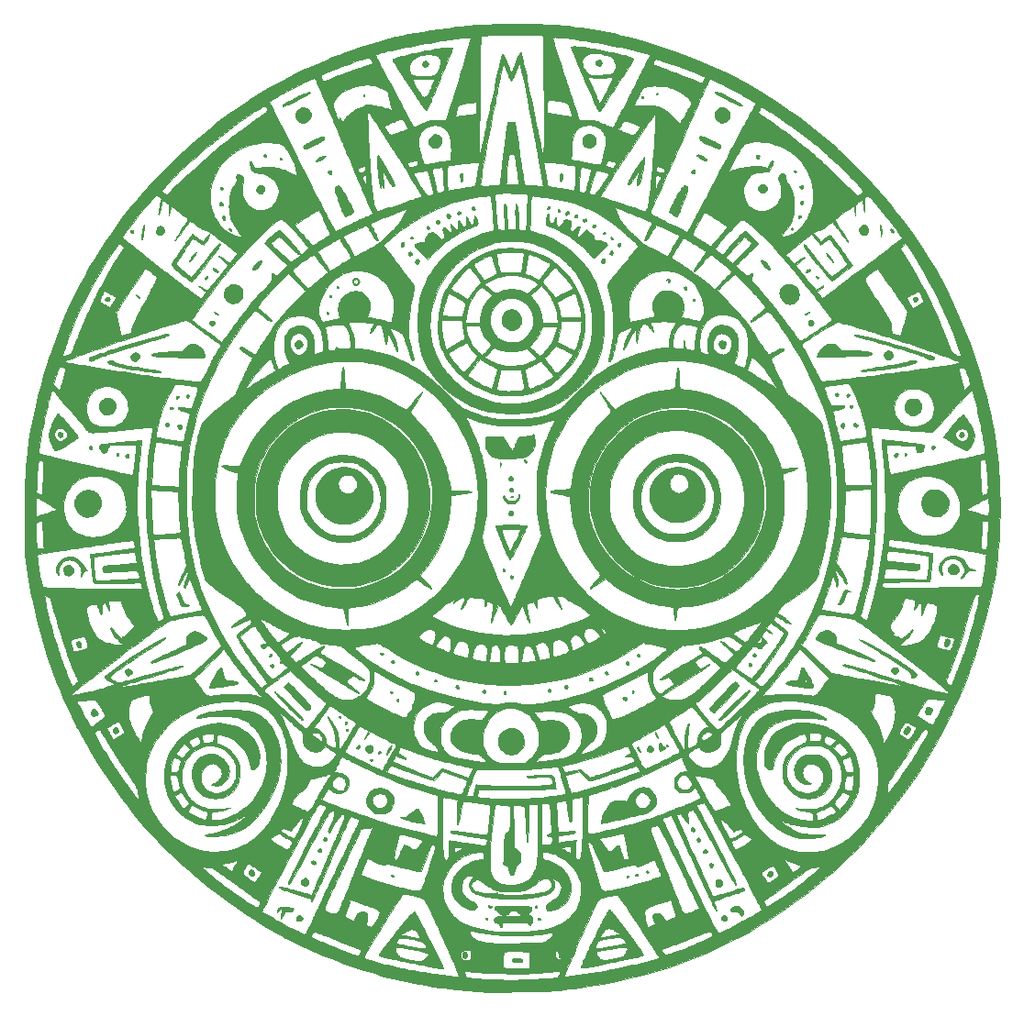
<source format=gbr>
%TF.GenerationSoftware,KiCad,Pcbnew,7.0.1*%
%TF.CreationDate,2023-09-06T23:08:09-07:00*%
%TF.ProjectId,flower_10,666c6f77-6572-45f3-9130-2e6b69636164,rev?*%
%TF.SameCoordinates,Original*%
%TF.FileFunction,Soldermask,Top*%
%TF.FilePolarity,Negative*%
%FSLAX46Y46*%
G04 Gerber Fmt 4.6, Leading zero omitted, Abs format (unit mm)*
G04 Created by KiCad (PCBNEW 7.0.1) date 2023-09-06 23:08:09*
%MOMM*%
%LPD*%
G01*
G04 APERTURE LIST*
%ADD10C,0.010000*%
G04 APERTURE END LIST*
%TO.C,G\u002A\u002A\u002A*%
D10*
X54031651Y-28163041D02*
X57405834Y-28163041D01*
X57415777Y-28208003D01*
X57444448Y-28286420D01*
X57490113Y-28394686D01*
X57551033Y-28529197D01*
X57625474Y-28686349D01*
X57711699Y-28862538D01*
X57807971Y-29054159D01*
X57912556Y-29257608D01*
X58023716Y-29469281D01*
X58135341Y-29677500D01*
X58430018Y-30222669D01*
X58706830Y-30737018D01*
X58965073Y-31219229D01*
X59204042Y-31667987D01*
X59423033Y-32081974D01*
X59523829Y-32273634D01*
X59704618Y-32617949D01*
X59867022Y-32926798D01*
X60012192Y-33202272D01*
X60141279Y-33446462D01*
X60255433Y-33661457D01*
X60355804Y-33849350D01*
X60443542Y-34012231D01*
X60519799Y-34152190D01*
X60585725Y-34271318D01*
X60642469Y-34371707D01*
X60691184Y-34455446D01*
X60733019Y-34524626D01*
X60769124Y-34581338D01*
X60800650Y-34627673D01*
X60828748Y-34665721D01*
X60854568Y-34697574D01*
X60863091Y-34707431D01*
X60908243Y-34757107D01*
X60941626Y-34790649D01*
X60953847Y-34799834D01*
X60976473Y-34792636D01*
X61029258Y-34773323D01*
X61102983Y-34745311D01*
X61147840Y-34727932D01*
X61229003Y-34694651D01*
X61337720Y-34647732D01*
X61463390Y-34591872D01*
X61595412Y-34531769D01*
X61694146Y-34485828D01*
X61857964Y-34409764D01*
X61999844Y-34347257D01*
X62126423Y-34297101D01*
X62244338Y-34258093D01*
X62360227Y-34229027D01*
X62480727Y-34208698D01*
X62612475Y-34195902D01*
X62762109Y-34189433D01*
X62936267Y-34188086D01*
X63141585Y-34190656D01*
X63301608Y-34194009D01*
X63895133Y-34207500D01*
X64009799Y-33846417D01*
X64758133Y-33846417D01*
X64763203Y-33862434D01*
X64774460Y-33866472D01*
X64791577Y-33863460D01*
X64807546Y-33859650D01*
X64847866Y-33852511D01*
X64921799Y-33840852D01*
X65021022Y-33825928D01*
X65137211Y-33809000D01*
X65228824Y-33795976D01*
X65358714Y-33778428D01*
X65518679Y-33757944D01*
X65696692Y-33735996D01*
X65880725Y-33714058D01*
X66058751Y-33693603D01*
X66123116Y-33686439D01*
X66655667Y-33627776D01*
X66655667Y-32508902D01*
X66512792Y-32523739D01*
X66323811Y-32544449D01*
X66134144Y-32567226D01*
X65950470Y-32591115D01*
X65779468Y-32615161D01*
X65627815Y-32638408D01*
X65502189Y-32659903D01*
X65409269Y-32678690D01*
X65382035Y-32685427D01*
X65254668Y-32725794D01*
X65151255Y-32774507D01*
X65067847Y-32836841D01*
X65000499Y-32918073D01*
X64945265Y-33023480D01*
X64898197Y-33158339D01*
X64855348Y-33327926D01*
X64836960Y-33414195D01*
X64806220Y-33564016D01*
X64783292Y-33677222D01*
X64767852Y-33758739D01*
X64759574Y-33813494D01*
X64758133Y-33846417D01*
X64009799Y-33846417D01*
X64135488Y-33450625D01*
X64267254Y-33034061D01*
X64399282Y-32613502D01*
X64530959Y-32191047D01*
X64661667Y-31768794D01*
X64790792Y-31348841D01*
X64917720Y-30933286D01*
X65041833Y-30524227D01*
X65162518Y-30123763D01*
X65279158Y-29733991D01*
X65391139Y-29357010D01*
X65497846Y-28994918D01*
X65598662Y-28649812D01*
X65692973Y-28323792D01*
X65780163Y-28018955D01*
X65859617Y-27737400D01*
X65930720Y-27481224D01*
X65992857Y-27252526D01*
X66045411Y-27053403D01*
X66087769Y-26885955D01*
X66119314Y-26752279D01*
X66139431Y-26654473D01*
X66147505Y-26594635D01*
X66147639Y-26589270D01*
X66147667Y-26538456D01*
X65824875Y-26551119D01*
X65652561Y-26561002D01*
X65450823Y-26578050D01*
X65222022Y-26601810D01*
X64968515Y-26631829D01*
X64692664Y-26667657D01*
X64396826Y-26708842D01*
X64083362Y-26754932D01*
X63754631Y-26805476D01*
X63412992Y-26860020D01*
X63060805Y-26918115D01*
X62700429Y-26979308D01*
X62334223Y-27043146D01*
X61964548Y-27109180D01*
X61593761Y-27176957D01*
X61224223Y-27246024D01*
X60858293Y-27315931D01*
X60498330Y-27386226D01*
X60146694Y-27456457D01*
X59805744Y-27526172D01*
X59477840Y-27594919D01*
X59165341Y-27662247D01*
X58870606Y-27727704D01*
X58595994Y-27790839D01*
X58343866Y-27851199D01*
X58116580Y-27908333D01*
X57916496Y-27961789D01*
X57745973Y-28011115D01*
X57607371Y-28055860D01*
X57503049Y-28095572D01*
X57435367Y-28129799D01*
X57406683Y-28158090D01*
X57405834Y-28163041D01*
X54031651Y-28163041D01*
X54556875Y-27961164D01*
X55169450Y-27734592D01*
X55766213Y-27523504D01*
X56351248Y-27326854D01*
X56928643Y-27143600D01*
X57502481Y-26972695D01*
X58076849Y-26813096D01*
X58655831Y-26663759D01*
X59243514Y-26523639D01*
X59843983Y-26391691D01*
X60461324Y-26266871D01*
X61099621Y-26148135D01*
X61762960Y-26034438D01*
X62455427Y-25924736D01*
X63181107Y-25817984D01*
X63944086Y-25713138D01*
X64126250Y-25689055D01*
X64492736Y-25641163D01*
X64830102Y-25597722D01*
X65142060Y-25558515D01*
X65432319Y-25523326D01*
X65704589Y-25491937D01*
X65962581Y-25464132D01*
X66210004Y-25439695D01*
X66450569Y-25418407D01*
X66687986Y-25400052D01*
X66925965Y-25384415D01*
X67168217Y-25371276D01*
X67418450Y-25360421D01*
X67680377Y-25351632D01*
X67957705Y-25344692D01*
X68254147Y-25339384D01*
X68573412Y-25335491D01*
X68919209Y-25332798D01*
X69295250Y-25331086D01*
X69705244Y-25330140D01*
X70152902Y-25329741D01*
X70275167Y-25329701D01*
X70724400Y-25329793D01*
X71134482Y-25330361D01*
X71508595Y-25331495D01*
X71849921Y-25333287D01*
X72161639Y-25335826D01*
X72446932Y-25339202D01*
X72708980Y-25343507D01*
X72950965Y-25348830D01*
X73176068Y-25355262D01*
X73387470Y-25362893D01*
X73588353Y-25371813D01*
X73781897Y-25382114D01*
X73971283Y-25393885D01*
X74159694Y-25407217D01*
X74350309Y-25422200D01*
X74546311Y-25438925D01*
X74741334Y-25456595D01*
X75114560Y-25494892D01*
X75522234Y-25543455D01*
X75958008Y-25601240D01*
X76415536Y-25667201D01*
X76888470Y-25740293D01*
X77370464Y-25819470D01*
X77855171Y-25903687D01*
X78336244Y-25991899D01*
X78807336Y-26083059D01*
X79262101Y-26176124D01*
X79694191Y-26270047D01*
X79732938Y-26278774D01*
X80975832Y-26579717D01*
X82221561Y-26921107D01*
X83466502Y-27301555D01*
X84707034Y-27719670D01*
X85939534Y-28174061D01*
X87160381Y-28663339D01*
X88365953Y-29186112D01*
X89552628Y-29740991D01*
X90716785Y-30326586D01*
X91801667Y-30911807D01*
X92717392Y-31439709D01*
X93639549Y-32004538D01*
X94562907Y-32602528D01*
X95482235Y-33229910D01*
X96392303Y-33882917D01*
X97287880Y-34557783D01*
X98163736Y-35250738D01*
X99014641Y-35958016D01*
X99835363Y-36675849D01*
X99960440Y-36788633D01*
X100655680Y-37433294D01*
X101357162Y-38113177D01*
X102059816Y-38822711D01*
X102758572Y-39556324D01*
X103448360Y-40308444D01*
X104124107Y-41073500D01*
X104780745Y-41845921D01*
X105413202Y-42620135D01*
X106016408Y-43390571D01*
X106253996Y-43703938D01*
X106988170Y-44712760D01*
X107689986Y-45740703D01*
X108360040Y-46789006D01*
X108998930Y-47858913D01*
X109607252Y-48951663D01*
X110185603Y-50068500D01*
X110734580Y-51210663D01*
X111254778Y-52379396D01*
X111746796Y-53575938D01*
X112211229Y-54801532D01*
X112648674Y-56057419D01*
X113059728Y-57344840D01*
X113444988Y-58665037D01*
X113445048Y-58665250D01*
X113650110Y-59416303D01*
X113837173Y-60134294D01*
X114007066Y-60824073D01*
X114160621Y-61490493D01*
X114298668Y-62138406D01*
X114422038Y-62772663D01*
X114531561Y-63398117D01*
X114628068Y-64019620D01*
X114712389Y-64642023D01*
X114785355Y-65270178D01*
X114847796Y-65908937D01*
X114900543Y-66563153D01*
X114944427Y-67237676D01*
X114959615Y-67512917D01*
X114966008Y-67659948D01*
X114971857Y-67844257D01*
X114977136Y-68060796D01*
X114981818Y-68304511D01*
X114985876Y-68570352D01*
X114989283Y-68853268D01*
X114992013Y-69148208D01*
X114994040Y-69450122D01*
X114995335Y-69753957D01*
X114995873Y-70054663D01*
X114995627Y-70347189D01*
X114994570Y-70626484D01*
X114992675Y-70887497D01*
X114989916Y-71125177D01*
X114986265Y-71334472D01*
X114981697Y-71510333D01*
X114980895Y-71534584D01*
X114953723Y-72202439D01*
X114918430Y-72845095D01*
X114874229Y-73468129D01*
X114820336Y-74077119D01*
X114755965Y-74677642D01*
X114680331Y-75275277D01*
X114592649Y-75875599D01*
X114492132Y-76484188D01*
X114377997Y-77106620D01*
X114249457Y-77748473D01*
X114105727Y-78415325D01*
X113946022Y-79112753D01*
X113867068Y-79444990D01*
X113625454Y-80419324D01*
X113377033Y-81356775D01*
X113119946Y-82262502D01*
X112852335Y-83141666D01*
X112572340Y-83999425D01*
X112278102Y-84840941D01*
X111967760Y-85671373D01*
X111639456Y-86495881D01*
X111291330Y-87319625D01*
X110921524Y-88147765D01*
X110528177Y-88985460D01*
X110154159Y-89748500D01*
X109562830Y-90889109D01*
X108931300Y-92024269D01*
X108261627Y-93151071D01*
X107555867Y-94266607D01*
X106816077Y-95367970D01*
X106044313Y-96452252D01*
X105242633Y-97516544D01*
X104413093Y-98557939D01*
X103557749Y-99573529D01*
X102678659Y-100560405D01*
X101979572Y-101306522D01*
X101532797Y-101764851D01*
X101085540Y-102207280D01*
X100630716Y-102640393D01*
X100161238Y-103070777D01*
X99670019Y-103505015D01*
X99149973Y-103949694D01*
X98998334Y-104076885D01*
X97978897Y-104909880D01*
X96963526Y-105701877D01*
X95950684Y-106453841D01*
X94938841Y-107166735D01*
X93926462Y-107841525D01*
X92912014Y-108479173D01*
X91893964Y-109080645D01*
X90870779Y-109646903D01*
X89840926Y-110178913D01*
X88802870Y-110677639D01*
X87769417Y-111137907D01*
X86683409Y-111583882D01*
X85575299Y-112000891D01*
X84443843Y-112389262D01*
X83287797Y-112749326D01*
X82105917Y-113081410D01*
X80896958Y-113385845D01*
X79659677Y-113662960D01*
X78392829Y-113913084D01*
X77095171Y-114136547D01*
X75765457Y-114333677D01*
X75619750Y-114353422D01*
X75183423Y-114410508D01*
X74781031Y-114459773D01*
X74405030Y-114501868D01*
X74047879Y-114537442D01*
X73702034Y-114567146D01*
X73359954Y-114591631D01*
X73014094Y-114611544D01*
X72656913Y-114627538D01*
X72296584Y-114639800D01*
X72149346Y-114643554D01*
X71969785Y-114647146D01*
X71761498Y-114650559D01*
X71528080Y-114653778D01*
X71273128Y-114656788D01*
X71000239Y-114659574D01*
X70713008Y-114662120D01*
X70415033Y-114664411D01*
X70109909Y-114666432D01*
X69801234Y-114668167D01*
X69492603Y-114669600D01*
X69187613Y-114670717D01*
X68889861Y-114671502D01*
X68602943Y-114671939D01*
X68330454Y-114672014D01*
X68075993Y-114671710D01*
X67843155Y-114671013D01*
X67635536Y-114669907D01*
X67456733Y-114668377D01*
X67310343Y-114666408D01*
X67199961Y-114663983D01*
X67142500Y-114661833D01*
X67010343Y-114653618D01*
X66840725Y-114640532D01*
X66638176Y-114623058D01*
X66407229Y-114601680D01*
X66152415Y-114576884D01*
X65878266Y-114549154D01*
X65589312Y-114518974D01*
X65290087Y-114486829D01*
X64985120Y-114453202D01*
X64678944Y-114418579D01*
X64376090Y-114383444D01*
X64081090Y-114348281D01*
X63798475Y-114313575D01*
X63532777Y-114279810D01*
X63374834Y-114259068D01*
X62705309Y-114165957D01*
X62064568Y-114068445D01*
X61446927Y-113965191D01*
X60846705Y-113854851D01*
X60258220Y-113736082D01*
X59675790Y-113607541D01*
X59093733Y-113467884D01*
X58506367Y-113315770D01*
X57908010Y-113149854D01*
X57292981Y-112968794D01*
X56655596Y-112771247D01*
X55990176Y-112555868D01*
X55553750Y-112410334D01*
X54527412Y-112053293D01*
X53533612Y-111684213D01*
X53063405Y-111497531D01*
X56356318Y-111497531D01*
X56378768Y-111556674D01*
X56420523Y-111589728D01*
X56509785Y-111627640D01*
X56636616Y-111673527D01*
X56797212Y-111726388D01*
X56987770Y-111785222D01*
X57204487Y-111849028D01*
X57443561Y-111916804D01*
X57701189Y-111987551D01*
X57973568Y-112060266D01*
X58256895Y-112133949D01*
X58547368Y-112207598D01*
X58841183Y-112280213D01*
X59134538Y-112350793D01*
X59423630Y-112418336D01*
X59704656Y-112481842D01*
X59973813Y-112540309D01*
X60227299Y-112592737D01*
X60242167Y-112595717D01*
X60512597Y-112647890D01*
X60818202Y-112703472D01*
X61152059Y-112761392D01*
X61507248Y-112820583D01*
X61876848Y-112879973D01*
X62253936Y-112938494D01*
X62631591Y-112995076D01*
X63002892Y-113048651D01*
X63360918Y-113098148D01*
X63698746Y-113142498D01*
X64009456Y-113180632D01*
X64083917Y-113189279D01*
X64223578Y-113205311D01*
X64352394Y-113220144D01*
X64463246Y-113232955D01*
X64549014Y-113242921D01*
X64602576Y-113249218D01*
X64613084Y-113250487D01*
X64669983Y-113255186D01*
X64747766Y-113258595D01*
X64836621Y-113260670D01*
X64926738Y-113261368D01*
X65008304Y-113260648D01*
X65071509Y-113258465D01*
X65106540Y-113254777D01*
X65110500Y-113252665D01*
X65101884Y-113219720D01*
X65076760Y-113150709D01*
X65036214Y-113048070D01*
X64981333Y-112914241D01*
X64913294Y-112751874D01*
X65576167Y-112751874D01*
X65582285Y-112794512D01*
X65598448Y-112865241D01*
X65621365Y-112952553D01*
X65647750Y-113044943D01*
X65674312Y-113130903D01*
X65697764Y-113198927D01*
X65714816Y-113237508D01*
X65715084Y-113237923D01*
X65751698Y-113278569D01*
X65806765Y-113314089D01*
X65883485Y-113345136D01*
X65985059Y-113372365D01*
X66114688Y-113396427D01*
X66275571Y-113417976D01*
X66470910Y-113437666D01*
X66703903Y-113456149D01*
X66825000Y-113464452D01*
X67397782Y-113499953D01*
X67935302Y-113528505D01*
X68444041Y-113550217D01*
X68930478Y-113565199D01*
X69401093Y-113573557D01*
X69862366Y-113575402D01*
X70320776Y-113570842D01*
X70782802Y-113559984D01*
X71254926Y-113542939D01*
X71326537Y-113539876D01*
X71784351Y-113519156D01*
X72202484Y-113498652D01*
X72580641Y-113478383D01*
X72918526Y-113458372D01*
X73215842Y-113438637D01*
X73472293Y-113419202D01*
X73687583Y-113400086D01*
X73861417Y-113381310D01*
X73993497Y-113362895D01*
X74080231Y-113345703D01*
X74153046Y-113320300D01*
X74211702Y-113280866D01*
X74261035Y-113220997D01*
X74261619Y-113219866D01*
X74797964Y-113219866D01*
X74798317Y-113223288D01*
X74829423Y-113240721D01*
X74880993Y-113251426D01*
X74956541Y-113255293D01*
X75059582Y-113252213D01*
X75193630Y-113242078D01*
X75362200Y-113224777D01*
X75568806Y-113200203D01*
X75577417Y-113199129D01*
X76120728Y-113127158D01*
X76695914Y-113043251D01*
X77294676Y-112948821D01*
X77908715Y-112845286D01*
X78529733Y-112734059D01*
X79149433Y-112616557D01*
X79759515Y-112494194D01*
X79978833Y-112448459D01*
X80376136Y-112363736D01*
X80740048Y-112283897D01*
X81078939Y-112206903D01*
X81401182Y-112130716D01*
X81715148Y-112053296D01*
X82029208Y-111972605D01*
X82351735Y-111886604D01*
X82691099Y-111793254D01*
X82837538Y-111752246D01*
X82988689Y-111709973D01*
X83129902Y-111670946D01*
X83255033Y-111636828D01*
X83357938Y-111609280D01*
X83432471Y-111589963D01*
X83472489Y-111580538D01*
X83472691Y-111580500D01*
X83521532Y-111565059D01*
X83546008Y-111545024D01*
X83546667Y-111541559D01*
X83535151Y-111512289D01*
X83501609Y-111450150D01*
X83447555Y-111357461D01*
X83374498Y-111236539D01*
X83283951Y-111089702D01*
X83177425Y-110919270D01*
X83100896Y-110798011D01*
X83745462Y-110798011D01*
X83760961Y-110852556D01*
X83801878Y-110925525D01*
X83865259Y-111011893D01*
X83948150Y-111106634D01*
X83973397Y-111132899D01*
X84021363Y-111183001D01*
X84058819Y-111220393D01*
X84092323Y-111245316D01*
X84128430Y-111258011D01*
X84173697Y-111258718D01*
X84234680Y-111247677D01*
X84317935Y-111225129D01*
X84430019Y-111191315D01*
X84552084Y-111154127D01*
X84777437Y-111083418D01*
X85017771Y-111003146D01*
X85270023Y-110914644D01*
X85531132Y-110819243D01*
X85798036Y-110718274D01*
X86067674Y-110613068D01*
X86336983Y-110504958D01*
X86602902Y-110395275D01*
X86862369Y-110285349D01*
X87112323Y-110176513D01*
X87349702Y-110070098D01*
X87571443Y-109967436D01*
X87774486Y-109869857D01*
X87955768Y-109778694D01*
X88112228Y-109695277D01*
X88240804Y-109620939D01*
X88338435Y-109557010D01*
X88402058Y-109504822D01*
X88427806Y-109468702D01*
X88431966Y-109396621D01*
X88410157Y-109310747D01*
X88369010Y-109224289D01*
X88315156Y-109150460D01*
X88255228Y-109102471D01*
X88240902Y-109096344D01*
X88185535Y-109089024D01*
X88105341Y-109098110D01*
X87997681Y-109124332D01*
X87859921Y-109168421D01*
X87689424Y-109231107D01*
X87536584Y-109291534D01*
X87219725Y-109419662D01*
X86938792Y-109533168D01*
X86690489Y-109633363D01*
X86471522Y-109721559D01*
X86278596Y-109799070D01*
X86108415Y-109867208D01*
X85957687Y-109927284D01*
X85823115Y-109980611D01*
X85701405Y-110028501D01*
X85589263Y-110072267D01*
X85483394Y-110113221D01*
X85380502Y-110152676D01*
X85277294Y-110191942D01*
X85250584Y-110202063D01*
X85074640Y-110268496D01*
X84879689Y-110341802D01*
X84679072Y-110416984D01*
X84486131Y-110489046D01*
X84314209Y-110552990D01*
X84255750Y-110574645D01*
X84122185Y-110624389D01*
X84000848Y-110670230D01*
X83897748Y-110709843D01*
X83818894Y-110740907D01*
X83770297Y-110761097D01*
X83758334Y-110766916D01*
X83745462Y-110798011D01*
X83100896Y-110798011D01*
X83056432Y-110727560D01*
X82922483Y-110516890D01*
X82777090Y-110289580D01*
X82621764Y-110047946D01*
X82458017Y-109794308D01*
X82287360Y-109530984D01*
X82111305Y-109260291D01*
X81931363Y-108984549D01*
X81749046Y-108706075D01*
X81565866Y-108427188D01*
X81383333Y-108150206D01*
X81202960Y-107877448D01*
X81026258Y-107611231D01*
X80863850Y-107367545D01*
X82217410Y-107367545D01*
X82221304Y-107492853D01*
X82230077Y-107626940D01*
X82243366Y-107761538D01*
X82260811Y-107888376D01*
X82275321Y-107968205D01*
X82309087Y-108118296D01*
X82346890Y-108262287D01*
X82386720Y-108394489D01*
X82426569Y-108509215D01*
X82464426Y-108600778D01*
X82498282Y-108663492D01*
X82526129Y-108691668D01*
X82531263Y-108692667D01*
X82557801Y-108684387D01*
X82614358Y-108661872D01*
X82692505Y-108628606D01*
X82779541Y-108590004D01*
X82880961Y-108543641D01*
X82978752Y-108497942D01*
X83060342Y-108458835D01*
X83104987Y-108436546D01*
X83203058Y-108385750D01*
X83095135Y-108152917D01*
X83046330Y-108044166D01*
X83013795Y-107960794D01*
X82993923Y-107890805D01*
X82983104Y-107822203D01*
X82978867Y-107766457D01*
X82970523Y-107612830D01*
X83053167Y-107530186D01*
X83148454Y-107458575D01*
X83261774Y-107410162D01*
X83382087Y-107386803D01*
X83498350Y-107390356D01*
X83599525Y-107422680D01*
X83620149Y-107434803D01*
X83667742Y-107474634D01*
X83732536Y-107540566D01*
X83807274Y-107624143D01*
X83884698Y-107716911D01*
X83957552Y-107810418D01*
X84018579Y-107896209D01*
X84026265Y-107907891D01*
X84083057Y-107990709D01*
X84127742Y-108042434D01*
X84167677Y-108069571D01*
X84210218Y-108078621D01*
X84219632Y-108078834D01*
X84270356Y-108070993D01*
X84350566Y-108049598D01*
X84450864Y-108017841D01*
X84561855Y-107978913D01*
X84674144Y-107936006D01*
X84778333Y-107892311D01*
X84807221Y-107879243D01*
X84913894Y-107821076D01*
X84988457Y-107756608D01*
X85033081Y-107679776D01*
X85049935Y-107584514D01*
X85041190Y-107464759D01*
X85009138Y-107314928D01*
X84988820Y-107240860D01*
X84959914Y-107142147D01*
X84924456Y-107025126D01*
X84884478Y-106896131D01*
X84842015Y-106761498D01*
X84799103Y-106627563D01*
X84757775Y-106500661D01*
X84720065Y-106387127D01*
X84688008Y-106293297D01*
X84663639Y-106225506D01*
X84648991Y-106190090D01*
X84646896Y-106186824D01*
X84622052Y-106187375D01*
X84562252Y-106199694D01*
X84472724Y-106222223D01*
X84358694Y-106253407D01*
X84225389Y-106291689D01*
X84078036Y-106335512D01*
X83921860Y-106383322D01*
X83762090Y-106433561D01*
X83603951Y-106484672D01*
X83452670Y-106535100D01*
X83313474Y-106583288D01*
X83303189Y-106586939D01*
X83040433Y-106683365D01*
X82817425Y-106771774D01*
X82632517Y-106853003D01*
X82484060Y-106927889D01*
X82370404Y-106997268D01*
X82289901Y-107061977D01*
X82240901Y-107122852D01*
X82238603Y-107127000D01*
X82225698Y-107176350D01*
X82218754Y-107259288D01*
X82217410Y-107367545D01*
X80863850Y-107367545D01*
X80854738Y-107353873D01*
X80689912Y-107107694D01*
X80533292Y-106875011D01*
X80386389Y-106658143D01*
X80250715Y-106459408D01*
X80127780Y-106281123D01*
X80019098Y-106125609D01*
X79973015Y-106060543D01*
X79898886Y-105958784D01*
X79830219Y-105868895D01*
X79771766Y-105796761D01*
X79728281Y-105748266D01*
X79705782Y-105729662D01*
X79656506Y-105723695D01*
X79572344Y-105727731D01*
X79459251Y-105740631D01*
X79323184Y-105761256D01*
X79170097Y-105788469D01*
X79005946Y-105821131D01*
X78836686Y-105858102D01*
X78668272Y-105898244D01*
X78506660Y-105940419D01*
X78357805Y-105983488D01*
X78325425Y-105993582D01*
X78222240Y-106027234D01*
X78149093Y-106054991D01*
X78095353Y-106082713D01*
X78050390Y-106116260D01*
X78003572Y-106161490D01*
X77984445Y-106181520D01*
X77935408Y-106234718D01*
X77890213Y-106287556D01*
X77847061Y-106343446D01*
X77804155Y-106405798D01*
X77759695Y-106478024D01*
X77711883Y-106563537D01*
X77658919Y-106665746D01*
X77599006Y-106788063D01*
X77530345Y-106933901D01*
X77451136Y-107106670D01*
X77359581Y-107309782D01*
X77253881Y-107546647D01*
X77196114Y-107676667D01*
X76985953Y-108150644D01*
X76781562Y-108612603D01*
X76583568Y-109061090D01*
X76392599Y-109494654D01*
X76209283Y-109911843D01*
X76034248Y-110311204D01*
X75868121Y-110691286D01*
X75711531Y-111050636D01*
X75565104Y-111387802D01*
X75429469Y-111701331D01*
X75305254Y-111989773D01*
X75193085Y-112251674D01*
X75093592Y-112485582D01*
X75007402Y-112690046D01*
X74935142Y-112863612D01*
X74877441Y-113004830D01*
X74834925Y-113112246D01*
X74808224Y-113184409D01*
X74797964Y-113219866D01*
X74261619Y-113219866D01*
X74305879Y-113134290D01*
X74351072Y-113014339D01*
X74367061Y-112965826D01*
X74396377Y-112872433D01*
X74419328Y-112794980D01*
X74433604Y-112741579D01*
X74436925Y-112720369D01*
X74414914Y-112720922D01*
X74356668Y-112726109D01*
X74267960Y-112735312D01*
X74154561Y-112747915D01*
X74022244Y-112763300D01*
X73913653Y-112776342D01*
X73565445Y-112817912D01*
X73251822Y-112853425D01*
X72965551Y-112883399D01*
X72699398Y-112908352D01*
X72446129Y-112928802D01*
X72198509Y-112945266D01*
X71949306Y-112958262D01*
X71691285Y-112968309D01*
X71417212Y-112975924D01*
X71119853Y-112981625D01*
X71026584Y-112983018D01*
X70706796Y-112985742D01*
X70364759Y-112985369D01*
X70005177Y-112982084D01*
X69632751Y-112976070D01*
X69252186Y-112967512D01*
X68868185Y-112956595D01*
X68485451Y-112943504D01*
X68108686Y-112928422D01*
X67742594Y-112911535D01*
X67391879Y-112893027D01*
X67061243Y-112873082D01*
X66755390Y-112851885D01*
X66479022Y-112829621D01*
X66236843Y-112806474D01*
X66084167Y-112789103D01*
X65922284Y-112769355D01*
X65797783Y-112754960D01*
X65706098Y-112745583D01*
X65642662Y-112740889D01*
X65602907Y-112740543D01*
X65582266Y-112744211D01*
X65576173Y-112751559D01*
X65576167Y-112751874D01*
X64913294Y-112751874D01*
X64913204Y-112751660D01*
X64832914Y-112562764D01*
X64741549Y-112349992D01*
X64640195Y-112115781D01*
X64529940Y-111862568D01*
X64505108Y-111805828D01*
X69156846Y-111805828D01*
X69158370Y-111956930D01*
X69163233Y-112098718D01*
X69171208Y-112224667D01*
X69182065Y-112328255D01*
X69195576Y-112402958D01*
X69211514Y-112442252D01*
X69212420Y-112443220D01*
X69244393Y-112455285D01*
X69315024Y-112465868D01*
X69424816Y-112474988D01*
X69574276Y-112482665D01*
X69763906Y-112488919D01*
X69994212Y-112493769D01*
X70265698Y-112497235D01*
X70578869Y-112499337D01*
X70661459Y-112499644D01*
X71608667Y-112502667D01*
X71608780Y-112380959D01*
X71608069Y-112327848D01*
X71606015Y-112243510D01*
X71602837Y-112133925D01*
X71598754Y-112005072D01*
X71593984Y-111862931D01*
X71588747Y-111713484D01*
X71583260Y-111562709D01*
X71577744Y-111416588D01*
X71572416Y-111281101D01*
X71567496Y-111162228D01*
X71563202Y-111065949D01*
X71560921Y-111021171D01*
X73937709Y-111021171D01*
X73948012Y-111106708D01*
X73959335Y-111153493D01*
X73972721Y-111214588D01*
X73987005Y-111299924D01*
X73999206Y-111391588D01*
X73999741Y-111396308D01*
X74012035Y-111487149D01*
X74029727Y-111551443D01*
X74059570Y-111593762D01*
X74108318Y-111618678D01*
X74182724Y-111630763D01*
X74289544Y-111634588D01*
X74352095Y-111634834D01*
X74447432Y-111633989D01*
X74524965Y-111631695D01*
X74576298Y-111628309D01*
X74593167Y-111624534D01*
X74575638Y-111610763D01*
X74531845Y-111588877D01*
X74514081Y-111581191D01*
X74418491Y-111527036D01*
X74342280Y-111456589D01*
X74313652Y-111414774D01*
X74302155Y-111376101D01*
X74290145Y-111307577D01*
X74279648Y-111221608D01*
X74276497Y-111187182D01*
X74263449Y-111073383D01*
X74243681Y-110995565D01*
X74212985Y-110947451D01*
X74167155Y-110922761D01*
X74101982Y-110915220D01*
X74094201Y-110915167D01*
X74029562Y-110918079D01*
X73979452Y-110925335D01*
X73970481Y-110928015D01*
X73945325Y-110959062D01*
X73937709Y-111021171D01*
X71560921Y-111021171D01*
X71559753Y-110998244D01*
X71557368Y-110965094D01*
X71556897Y-110962785D01*
X71535437Y-110961098D01*
X71476145Y-110958501D01*
X71383508Y-110955139D01*
X71262013Y-110951157D01*
X71116149Y-110946699D01*
X70950403Y-110941911D01*
X70769263Y-110936937D01*
X70696574Y-110935009D01*
X70393959Y-110928197D01*
X70131648Y-110924791D01*
X69907742Y-110924855D01*
X69720345Y-110928450D01*
X69567558Y-110935637D01*
X69447484Y-110946479D01*
X69358226Y-110961036D01*
X69297885Y-110979371D01*
X69295195Y-110980569D01*
X69259141Y-111004802D01*
X69231448Y-111044418D01*
X69210130Y-111105695D01*
X69193201Y-111194912D01*
X69178676Y-111318346D01*
X69174591Y-111361870D01*
X69164728Y-111501774D01*
X69158889Y-111651935D01*
X69156846Y-111805828D01*
X64505108Y-111805828D01*
X64411870Y-111592793D01*
X64357740Y-111469654D01*
X65260163Y-111469654D01*
X65264108Y-111521433D01*
X65273656Y-111558724D01*
X65289939Y-111590792D01*
X65304602Y-111613122D01*
X65377259Y-111684030D01*
X65439060Y-111712037D01*
X65509284Y-111725282D01*
X65609102Y-111734024D01*
X65725999Y-111738118D01*
X65847461Y-111737422D01*
X65960972Y-111731794D01*
X66054019Y-111721090D01*
X66064659Y-111719186D01*
X66131258Y-111703995D01*
X66180473Y-111688089D01*
X66196221Y-111679412D01*
X66206120Y-111647342D01*
X66211579Y-111579928D01*
X66212691Y-111483916D01*
X66209551Y-111366051D01*
X66202250Y-111233079D01*
X66190883Y-111091747D01*
X66187631Y-111058042D01*
X66162839Y-110809334D01*
X66097044Y-110809385D01*
X66007201Y-110811841D01*
X65898596Y-110818424D01*
X65780767Y-110828136D01*
X65663252Y-110839983D01*
X65555587Y-110852967D01*
X65467311Y-110866091D01*
X65407960Y-110878359D01*
X65394466Y-110882798D01*
X65350545Y-110906745D01*
X65318326Y-110940833D01*
X65295662Y-110991715D01*
X65280407Y-111066045D01*
X65270415Y-111170477D01*
X65264549Y-111285584D01*
X65260688Y-111394125D01*
X65260163Y-111469654D01*
X64357740Y-111469654D01*
X64287071Y-111308892D01*
X64156631Y-111013304D01*
X64021636Y-110708466D01*
X63883173Y-110396817D01*
X63742327Y-110080793D01*
X63600187Y-109762834D01*
X63457838Y-109445376D01*
X63321349Y-109141933D01*
X66106086Y-109141933D01*
X66106925Y-109224584D01*
X66127078Y-109320062D01*
X66167173Y-109421861D01*
X66174416Y-109436251D01*
X66268060Y-109572563D01*
X66401912Y-109697196D01*
X66576232Y-109810371D01*
X66666250Y-109856802D01*
X66834249Y-109931070D01*
X67008664Y-109993874D01*
X67194745Y-110046191D01*
X67397742Y-110088999D01*
X67622903Y-110123276D01*
X67875478Y-110150000D01*
X68160715Y-110170148D01*
X68412500Y-110182054D01*
X68492887Y-110184185D01*
X68608964Y-110185816D01*
X68756849Y-110186971D01*
X68932658Y-110187677D01*
X69132508Y-110187958D01*
X69352516Y-110187842D01*
X69588799Y-110187353D01*
X69837473Y-110186517D01*
X70094656Y-110185359D01*
X70356464Y-110183907D01*
X70619013Y-110182184D01*
X70878422Y-110180217D01*
X71130805Y-110178031D01*
X71372281Y-110175653D01*
X71598966Y-110173107D01*
X71806977Y-110170419D01*
X71992430Y-110167616D01*
X72151443Y-110164722D01*
X72280132Y-110161764D01*
X72374614Y-110158766D01*
X72431006Y-110155756D01*
X72434167Y-110155477D01*
X72588813Y-110139161D01*
X72712366Y-110121017D01*
X72816059Y-110098430D01*
X72911124Y-110068789D01*
X73008794Y-110029477D01*
X73044619Y-110013432D01*
X73226407Y-109917387D01*
X73384000Y-109807779D01*
X73513939Y-109688386D01*
X73612768Y-109562985D01*
X73677029Y-109435355D01*
X73703265Y-109309274D01*
X73703702Y-109293217D01*
X73699645Y-109228136D01*
X73682515Y-109187653D01*
X73646122Y-109169444D01*
X73584274Y-109171182D01*
X73490780Y-109190544D01*
X73454670Y-109199692D01*
X73275719Y-109243831D01*
X73098049Y-109282594D01*
X72917813Y-109316286D01*
X72731165Y-109345216D01*
X72534261Y-109369688D01*
X72323254Y-109390009D01*
X72094299Y-109406486D01*
X71843550Y-109419425D01*
X71567161Y-109429132D01*
X71261287Y-109435915D01*
X70922083Y-109440079D01*
X70545702Y-109441931D01*
X70412750Y-109442087D01*
X70000641Y-109441077D01*
X69625336Y-109437371D01*
X69281360Y-109430440D01*
X68963238Y-109419754D01*
X68665495Y-109404783D01*
X68382659Y-109385000D01*
X68109253Y-109359873D01*
X67839804Y-109328875D01*
X67568836Y-109291475D01*
X67290876Y-109247145D01*
X67000450Y-109195354D01*
X66692081Y-109135574D01*
X66360297Y-109067276D01*
X66213150Y-109036030D01*
X66159828Y-109041149D01*
X66123930Y-109078619D01*
X66106086Y-109141933D01*
X63321349Y-109141933D01*
X63316367Y-109130858D01*
X63176861Y-108821717D01*
X63040406Y-108520391D01*
X62908090Y-108229319D01*
X62780998Y-107950937D01*
X62660218Y-107687685D01*
X62546836Y-107441999D01*
X62441938Y-107216317D01*
X62346611Y-107013078D01*
X62261943Y-106834719D01*
X62189019Y-106683678D01*
X62128926Y-106562393D01*
X62124365Y-106553376D01*
X62047640Y-106405074D01*
X61983915Y-106290131D01*
X61929240Y-106203112D01*
X61879665Y-106138585D01*
X61831238Y-106091116D01*
X61780008Y-106055272D01*
X61750490Y-106039191D01*
X61618011Y-105981206D01*
X61451921Y-105922527D01*
X61260858Y-105865132D01*
X61053461Y-105810996D01*
X60838368Y-105762096D01*
X60624217Y-105720407D01*
X60419647Y-105687907D01*
X60233296Y-105666571D01*
X60086593Y-105658520D01*
X59878103Y-105655250D01*
X59822010Y-105722871D01*
X59783377Y-105774272D01*
X59724508Y-105859278D01*
X59647034Y-105975249D01*
X59552588Y-106119542D01*
X59442802Y-106289516D01*
X59319310Y-106482530D01*
X59183743Y-106695942D01*
X59037735Y-106927112D01*
X58882917Y-107173397D01*
X58720923Y-107432157D01*
X58553385Y-107700750D01*
X58381936Y-107976534D01*
X58208208Y-108256869D01*
X58033834Y-108539113D01*
X57860446Y-108820624D01*
X57689677Y-109098762D01*
X57523160Y-109370884D01*
X57362527Y-109634350D01*
X57209411Y-109886518D01*
X57065444Y-110124747D01*
X56932259Y-110346395D01*
X56811489Y-110548821D01*
X56704766Y-110729384D01*
X56613722Y-110885442D01*
X56539991Y-111014354D01*
X56485204Y-111113478D01*
X56458570Y-111164589D01*
X56396021Y-111303705D01*
X56362003Y-111413947D01*
X56356318Y-111497531D01*
X53063405Y-111497531D01*
X52568420Y-111301012D01*
X51627904Y-110901609D01*
X50708134Y-110483923D01*
X49805179Y-110045872D01*
X48925675Y-109590842D01*
X51445095Y-109590842D01*
X51447272Y-109602599D01*
X51473510Y-109622936D01*
X51535847Y-109657112D01*
X51634710Y-109705317D01*
X51770526Y-109767741D01*
X51943724Y-109844574D01*
X52154729Y-109936006D01*
X52403971Y-110042228D01*
X52691875Y-110163428D01*
X52971417Y-110280075D01*
X53219917Y-110382896D01*
X53473219Y-110486737D01*
X53728108Y-110590343D01*
X53981370Y-110692460D01*
X54229789Y-110791833D01*
X54470151Y-110887208D01*
X54699242Y-110977329D01*
X54913847Y-111060943D01*
X55110751Y-111136795D01*
X55286740Y-111203630D01*
X55438600Y-111260193D01*
X55563116Y-111305231D01*
X55657073Y-111337488D01*
X55717257Y-111355710D01*
X55737077Y-111359442D01*
X55758399Y-111344903D01*
X55793847Y-111308535D01*
X55803918Y-111296861D01*
X55846895Y-111238472D01*
X55894959Y-111161630D01*
X55944003Y-111074544D01*
X55989918Y-110985424D01*
X56028597Y-110902480D01*
X56055932Y-110833922D01*
X56067816Y-110787960D01*
X56065423Y-110774201D01*
X56044391Y-110765087D01*
X55988083Y-110742750D01*
X55900850Y-110708860D01*
X55787042Y-110665091D01*
X55651010Y-110613114D01*
X55497104Y-110554601D01*
X55329674Y-110491224D01*
X55298227Y-110479350D01*
X54984353Y-110360129D01*
X54662093Y-110236194D01*
X54326541Y-110105612D01*
X53972789Y-109966451D01*
X53595930Y-109816779D01*
X53191056Y-109654663D01*
X52753261Y-109478170D01*
X52653917Y-109437979D01*
X52498062Y-109375270D01*
X52346073Y-109314815D01*
X52204919Y-109259334D01*
X52081573Y-109211548D01*
X51983006Y-109174178D01*
X51916189Y-109149944D01*
X51913084Y-109148879D01*
X51743750Y-109091115D01*
X51663948Y-109180844D01*
X51617610Y-109240761D01*
X51568870Y-109316398D01*
X51522489Y-109398491D01*
X51483225Y-109477772D01*
X51455841Y-109544978D01*
X51445095Y-109590842D01*
X48925675Y-109590842D01*
X48915108Y-109585375D01*
X48033989Y-109100352D01*
X47157891Y-108588721D01*
X46282884Y-108048400D01*
X45405037Y-107477309D01*
X45074527Y-107251665D01*
X46866551Y-107251665D01*
X47273151Y-107492846D01*
X47629903Y-107703507D01*
X47956750Y-107894369D01*
X48259365Y-108068569D01*
X48543424Y-108229245D01*
X48814604Y-108379533D01*
X49078580Y-108522570D01*
X49341027Y-108661492D01*
X49607620Y-108799438D01*
X49884036Y-108939543D01*
X49955167Y-108975187D01*
X50160943Y-109077517D01*
X50332513Y-109161427D01*
X50473104Y-109228270D01*
X50585941Y-109279399D01*
X50674251Y-109316170D01*
X50741259Y-109339934D01*
X50790191Y-109352046D01*
X50824273Y-109353859D01*
X50844167Y-109348213D01*
X50879157Y-109322158D01*
X50924402Y-109279784D01*
X50932582Y-109271280D01*
X50989671Y-109197866D01*
X51056892Y-109089200D01*
X51131397Y-108950324D01*
X51210335Y-108786279D01*
X51225595Y-108752691D01*
X51269671Y-108655936D01*
X51331238Y-108522545D01*
X51409556Y-108354085D01*
X51503883Y-108152127D01*
X51613479Y-107918239D01*
X51737600Y-107653990D01*
X51747910Y-107632082D01*
X54590667Y-107632082D01*
X54606549Y-107691467D01*
X54656969Y-107757631D01*
X54670042Y-107770830D01*
X54737665Y-107824970D01*
X54832057Y-107884681D01*
X54941987Y-107944424D01*
X55056223Y-107998660D01*
X55163533Y-108041851D01*
X55252685Y-108068457D01*
X55283878Y-108073542D01*
X55346516Y-108077891D01*
X55381194Y-108070993D01*
X55402018Y-108046369D01*
X55417020Y-108012394D01*
X55454614Y-107929016D01*
X55504535Y-107830075D01*
X55561377Y-107725075D01*
X55619735Y-107623518D01*
X55674204Y-107534909D01*
X55719379Y-107468749D01*
X55741397Y-107442080D01*
X55829293Y-107368713D01*
X55930035Y-107320482D01*
X56052722Y-107294227D01*
X56188750Y-107286779D01*
X56326835Y-107293005D01*
X56432253Y-107314889D01*
X56512661Y-107355202D01*
X56575718Y-107416715D01*
X56586042Y-107430568D01*
X56606646Y-107463333D01*
X56620083Y-107498825D01*
X56627718Y-107546476D01*
X56630914Y-107615716D01*
X56631035Y-107715979D01*
X56630815Y-107740167D01*
X56626217Y-107881822D01*
X56613885Y-108001675D01*
X56591229Y-108119943D01*
X56572607Y-108194765D01*
X56549168Y-108286667D01*
X56530583Y-108365533D01*
X56519223Y-108420954D01*
X56516834Y-108439783D01*
X56536802Y-108487972D01*
X56593086Y-108539048D01*
X56680255Y-108588883D01*
X56753183Y-108619503D01*
X56863876Y-108655335D01*
X56948228Y-108668376D01*
X57015683Y-108658450D01*
X57075686Y-108625384D01*
X57090855Y-108613292D01*
X57145661Y-108555556D01*
X57213099Y-108466424D01*
X57288930Y-108353326D01*
X57368917Y-108223696D01*
X57448824Y-108084962D01*
X57524412Y-107944558D01*
X57591445Y-107809913D01*
X57645686Y-107688460D01*
X57682896Y-107587629D01*
X57690188Y-107562192D01*
X57713075Y-107479692D01*
X57732208Y-107431193D01*
X57752957Y-107409360D01*
X57780694Y-107406856D01*
X57800836Y-107411050D01*
X57836727Y-107417001D01*
X57839801Y-107401403D01*
X57827620Y-107375724D01*
X57748168Y-107259796D01*
X57632240Y-107150499D01*
X57478292Y-107046749D01*
X57284776Y-106947460D01*
X57115895Y-106876495D01*
X56972577Y-106821535D01*
X56809198Y-106760331D01*
X56630834Y-106694663D01*
X56442559Y-106626312D01*
X56249451Y-106557060D01*
X56056585Y-106488686D01*
X55869036Y-106422972D01*
X55691881Y-106361699D01*
X55530194Y-106306648D01*
X55389053Y-106259600D01*
X55273532Y-106222334D01*
X55188707Y-106196634D01*
X55147417Y-106185826D01*
X55081460Y-106171340D01*
X54976091Y-106442462D01*
X54930325Y-106563730D01*
X54880835Y-106700917D01*
X54829619Y-106847854D01*
X54778676Y-106998372D01*
X54730005Y-107146301D01*
X54685605Y-107285474D01*
X54647473Y-107409722D01*
X54617608Y-107512875D01*
X54598010Y-107588765D01*
X54590677Y-107631224D01*
X54590667Y-107632082D01*
X51747910Y-107632082D01*
X51875507Y-107360949D01*
X52026458Y-107040685D01*
X52086687Y-106913064D01*
X52713661Y-106913064D01*
X52713945Y-107008070D01*
X52742887Y-107087440D01*
X52805103Y-107159494D01*
X52882906Y-107218105D01*
X53067923Y-107321940D01*
X53255849Y-107387330D01*
X53457047Y-107417500D01*
X53532334Y-107420334D01*
X53632977Y-107417784D01*
X53710872Y-107404941D01*
X53785054Y-107378310D01*
X53801262Y-107370956D01*
X53855410Y-107343497D01*
X53894948Y-107314480D01*
X53928459Y-107274109D01*
X53964523Y-107212591D01*
X53999261Y-107144993D01*
X54039720Y-107061830D01*
X54087717Y-106958104D01*
X54143903Y-106832245D01*
X54208927Y-106682686D01*
X54283442Y-106507860D01*
X54368095Y-106306198D01*
X54463538Y-106076134D01*
X54570421Y-105816098D01*
X54689395Y-105524524D01*
X54821108Y-105199844D01*
X54966213Y-104840490D01*
X55125358Y-104444894D01*
X55299194Y-104011488D01*
X55307031Y-103991924D01*
X55370416Y-103833779D01*
X56005296Y-103833779D01*
X56050361Y-103870271D01*
X56105396Y-103903888D01*
X56198143Y-103947239D01*
X56325364Y-103999340D01*
X56483816Y-104059205D01*
X56670261Y-104125848D01*
X56881458Y-104198283D01*
X57114165Y-104275524D01*
X57365145Y-104356586D01*
X57631155Y-104440483D01*
X57908955Y-104526230D01*
X58195306Y-104612840D01*
X58486967Y-104699327D01*
X58780697Y-104784707D01*
X59073256Y-104867993D01*
X59361405Y-104948200D01*
X59641902Y-105024342D01*
X59911508Y-105095433D01*
X60166982Y-105160487D01*
X60405083Y-105218520D01*
X60622572Y-105268544D01*
X60707834Y-105287109D01*
X60910254Y-105323136D01*
X61096272Y-105342019D01*
X61260353Y-105343706D01*
X61396961Y-105328141D01*
X61500561Y-105295273D01*
X61501584Y-105294772D01*
X61527381Y-105280658D01*
X61551350Y-105262991D01*
X61574821Y-105238671D01*
X61599130Y-105204597D01*
X61622066Y-105163946D01*
X63589421Y-105163946D01*
X63593192Y-105389683D01*
X63599831Y-105577363D01*
X63609144Y-105731538D01*
X63622618Y-105861021D01*
X63641742Y-105974624D01*
X63668001Y-106081158D01*
X63702886Y-106189437D01*
X63747883Y-106308273D01*
X63748578Y-106310019D01*
X63923053Y-106699120D01*
X64123596Y-107055076D01*
X64350902Y-107378628D01*
X64605666Y-107670517D01*
X64888580Y-107931483D01*
X65200340Y-108162268D01*
X65541640Y-108363612D01*
X65781891Y-108480049D01*
X66074396Y-108597621D01*
X66403814Y-108706145D01*
X66765530Y-108804780D01*
X67154928Y-108892687D01*
X67567393Y-108969025D01*
X67998307Y-109032953D01*
X68443055Y-109083632D01*
X68897021Y-109120221D01*
X69355588Y-109141880D01*
X69428500Y-109143889D01*
X69534956Y-109146661D01*
X69638171Y-109149573D01*
X69722882Y-109152183D01*
X69756584Y-109153350D01*
X69804941Y-109153682D01*
X69889121Y-109152665D01*
X70002640Y-109150445D01*
X70139014Y-109147166D01*
X70291758Y-109142975D01*
X70454388Y-109138016D01*
X70483188Y-109137087D01*
X70966817Y-109118061D01*
X71411640Y-109093463D01*
X71820880Y-109062781D01*
X72197761Y-109025500D01*
X72545507Y-108981110D01*
X72867342Y-108929098D01*
X73166488Y-108868950D01*
X73446171Y-108800154D01*
X73709612Y-108722198D01*
X73960037Y-108634570D01*
X74166665Y-108551417D01*
X74521024Y-108378341D01*
X74850796Y-108172994D01*
X75153809Y-107937366D01*
X75427887Y-107673449D01*
X75670857Y-107383232D01*
X75880545Y-107068706D01*
X75977099Y-106893500D01*
X76082251Y-106671381D01*
X76168008Y-106449662D01*
X76236118Y-106220830D01*
X76288328Y-105977376D01*
X76326387Y-105711788D01*
X76352042Y-105416555D01*
X76361340Y-105242500D01*
X76366475Y-105033550D01*
X76360645Y-104852315D01*
X76341608Y-104688033D01*
X76307120Y-104529941D01*
X76254940Y-104367277D01*
X76182825Y-104189276D01*
X76107762Y-104025417D01*
X75984079Y-103781851D01*
X75854439Y-103563173D01*
X75711053Y-103358278D01*
X75546128Y-103156062D01*
X75351874Y-102945421D01*
X75345036Y-102938365D01*
X75061199Y-102666591D01*
X74773971Y-102433646D01*
X74478630Y-102236044D01*
X74170456Y-102070300D01*
X74166131Y-102068239D01*
X73935380Y-101966432D01*
X73718307Y-101889161D01*
X73499904Y-101832276D01*
X73265159Y-101791627D01*
X73093382Y-101771618D01*
X72970077Y-101758699D01*
X72882904Y-101751047D01*
X72825677Y-101752882D01*
X72792208Y-101768424D01*
X72776310Y-101801894D01*
X72771796Y-101857512D01*
X72772477Y-101939499D01*
X72772834Y-101990258D01*
X72775455Y-102127666D01*
X72784444Y-102229790D01*
X72801486Y-102303421D01*
X72828269Y-102355351D01*
X72866480Y-102392368D01*
X72873989Y-102397506D01*
X72911561Y-102415586D01*
X72981957Y-102443549D01*
X73077608Y-102478615D01*
X73190942Y-102518000D01*
X73305245Y-102555960D01*
X73623365Y-102668776D01*
X73905003Y-102789805D01*
X74155736Y-102922450D01*
X74381141Y-103070119D01*
X74586797Y-103236218D01*
X74778281Y-103424152D01*
X74841670Y-103494223D01*
X75002492Y-103703791D01*
X75144239Y-103941744D01*
X75260731Y-104196143D01*
X75345787Y-104455049D01*
X75352269Y-104480500D01*
X75412890Y-104799699D01*
X75434520Y-105106963D01*
X75418042Y-105400485D01*
X75364340Y-105678456D01*
X75274297Y-105939070D01*
X75148796Y-106180519D01*
X74988720Y-106400995D01*
X74794953Y-106598690D01*
X74568377Y-106771798D01*
X74309876Y-106918509D01*
X74120976Y-107000477D01*
X73925680Y-107069453D01*
X73744667Y-107120705D01*
X73582192Y-107153637D01*
X73442509Y-107167656D01*
X73329873Y-107162165D01*
X73248540Y-107136570D01*
X73230959Y-107124945D01*
X73184109Y-107066688D01*
X73146519Y-106979653D01*
X73122119Y-106877062D01*
X73114844Y-106772133D01*
X73116709Y-106740904D01*
X73137107Y-106658468D01*
X73184489Y-106579836D01*
X73262895Y-106500352D01*
X73376366Y-106415357D01*
X73428843Y-106381074D01*
X73630111Y-106251875D01*
X73798332Y-106140025D01*
X73937408Y-106042207D01*
X74051238Y-105955103D01*
X74143724Y-105875398D01*
X74218764Y-105799774D01*
X74280261Y-105724913D01*
X74332113Y-105647500D01*
X74369446Y-105581172D01*
X74429734Y-105446801D01*
X74479277Y-105298440D01*
X74513857Y-105151392D01*
X74529257Y-105020958D01*
X74529667Y-104999854D01*
X74514990Y-104887984D01*
X74469254Y-104773137D01*
X74389902Y-104650379D01*
X74283020Y-104524061D01*
X74214015Y-104452105D01*
X74164990Y-104408327D01*
X74129441Y-104387878D01*
X74100863Y-104385910D01*
X74098464Y-104386460D01*
X74061646Y-104386187D01*
X74013075Y-104367158D01*
X73948139Y-104326517D01*
X73862229Y-104261407D01*
X73759262Y-104176214D01*
X73660385Y-104095652D01*
X73586589Y-104042812D01*
X73539433Y-104018723D01*
X73522795Y-104019816D01*
X73531642Y-104038542D01*
X73562500Y-104081221D01*
X73609505Y-104139946D01*
X73630027Y-104164406D01*
X73761365Y-104341086D01*
X73851056Y-104513588D01*
X73899396Y-104683483D01*
X73906679Y-104852341D01*
X73873201Y-105021734D01*
X73816835Y-105159556D01*
X73733910Y-105289791D01*
X73621561Y-105416053D01*
X73491948Y-105526428D01*
X73359193Y-105608041D01*
X73233386Y-105660143D01*
X73069014Y-105712898D01*
X72869823Y-105765622D01*
X72639559Y-105817630D01*
X72381968Y-105868240D01*
X72100799Y-105916766D01*
X71799796Y-105962527D01*
X71482707Y-106004836D01*
X71153277Y-106043012D01*
X70815254Y-106076369D01*
X70772584Y-106080166D01*
X70498221Y-106097731D01*
X70198797Y-106105101D01*
X69879705Y-106102854D01*
X69546342Y-106091565D01*
X69204102Y-106071810D01*
X68858380Y-106044167D01*
X68514572Y-106009212D01*
X68178073Y-105967521D01*
X67854276Y-105919669D01*
X67548579Y-105866235D01*
X67266375Y-105807793D01*
X67013060Y-105744921D01*
X66794029Y-105678195D01*
X66704066Y-105645513D01*
X66553927Y-105573957D01*
X66408600Y-105480178D01*
X66279813Y-105372960D01*
X66179292Y-105261089D01*
X66166036Y-105242500D01*
X66078890Y-105081408D01*
X66033099Y-104914988D01*
X66032515Y-104893980D01*
X66215804Y-104893980D01*
X66253246Y-105006944D01*
X66332722Y-105124419D01*
X66407648Y-105203927D01*
X66509919Y-105288854D01*
X66626750Y-105359348D01*
X66763147Y-105417011D01*
X66924117Y-105463443D01*
X67114667Y-105500247D01*
X67339804Y-105529023D01*
X67459266Y-105540253D01*
X67609239Y-105550392D01*
X67768413Y-105556532D01*
X67929934Y-105558855D01*
X68086950Y-105557541D01*
X68232609Y-105552772D01*
X68360059Y-105544729D01*
X68462448Y-105533591D01*
X68532922Y-105519542D01*
X68554324Y-105511337D01*
X68616969Y-105482223D01*
X68650200Y-105479211D01*
X68658518Y-105503071D01*
X68653998Y-105528360D01*
X68650804Y-105566229D01*
X68671724Y-105591436D01*
X68713386Y-105611761D01*
X68804475Y-105639670D01*
X68933220Y-105664145D01*
X69095069Y-105684980D01*
X69285468Y-105701970D01*
X69499864Y-105714911D01*
X69733705Y-105723597D01*
X69982436Y-105727822D01*
X70241505Y-105727383D01*
X70506358Y-105722074D01*
X70772443Y-105711690D01*
X70846667Y-105707839D01*
X71120148Y-105690472D01*
X71396820Y-105668454D01*
X71671049Y-105642496D01*
X71937203Y-105613309D01*
X72189650Y-105581605D01*
X72422756Y-105548094D01*
X72630890Y-105513489D01*
X72808419Y-105478499D01*
X72949710Y-105443836D01*
X72959246Y-105441108D01*
X73162015Y-105368360D01*
X73328409Y-105277386D01*
X73461144Y-105166215D01*
X73562934Y-105032872D01*
X73591061Y-104981967D01*
X73624704Y-104898259D01*
X73635852Y-104816203D01*
X73624169Y-104724296D01*
X73589321Y-104611039D01*
X73579482Y-104584654D01*
X73505755Y-104437058D01*
X73411807Y-104325763D01*
X73299039Y-104250671D01*
X73168849Y-104211687D01*
X73022638Y-104208714D01*
X72861803Y-104241656D01*
X72687746Y-104310417D01*
X72501865Y-104414900D01*
X72305560Y-104555010D01*
X72153010Y-104682810D01*
X72006523Y-104800734D01*
X71875470Y-104880159D01*
X71792919Y-104913009D01*
X71760252Y-104938925D01*
X71728639Y-104988114D01*
X71723844Y-104998786D01*
X71701707Y-105049381D01*
X71682950Y-105068903D01*
X71653104Y-105064663D01*
X71618847Y-105051847D01*
X71578889Y-105041358D01*
X71555976Y-105056136D01*
X71538094Y-105096024D01*
X71517893Y-105138678D01*
X71490908Y-105153769D01*
X71440545Y-105149874D01*
X71435475Y-105149073D01*
X71382085Y-105144390D01*
X71355221Y-105156413D01*
X71343418Y-105181098D01*
X71307942Y-105225664D01*
X71232174Y-105266314D01*
X71118034Y-105302315D01*
X70967444Y-105332939D01*
X70927599Y-105339183D01*
X70833489Y-105349750D01*
X70703968Y-105359277D01*
X70545948Y-105367644D01*
X70366342Y-105374733D01*
X70172063Y-105380427D01*
X69970022Y-105384607D01*
X69767132Y-105387155D01*
X69570305Y-105387951D01*
X69386454Y-105386879D01*
X69222491Y-105383820D01*
X69085328Y-105378654D01*
X68992604Y-105372303D01*
X68845064Y-105354544D01*
X68695944Y-105329212D01*
X68551139Y-105298063D01*
X68416543Y-105262857D01*
X68298052Y-105225352D01*
X68201559Y-105187305D01*
X68132959Y-105150474D01*
X68098146Y-105116619D01*
X68095000Y-105104580D01*
X68076946Y-105068551D01*
X68033287Y-105034272D01*
X67979782Y-105012510D01*
X67956088Y-105009667D01*
X67914414Y-105000412D01*
X67850340Y-104976293D01*
X67786173Y-104946632D01*
X67730849Y-104917076D01*
X67676316Y-104883565D01*
X67616778Y-104841679D01*
X67546441Y-104786998D01*
X67459509Y-104715105D01*
X67350188Y-104621578D01*
X67279167Y-104559967D01*
X67137590Y-104447823D01*
X67004124Y-104363800D01*
X66883458Y-104310398D01*
X66780280Y-104290117D01*
X66772847Y-104290000D01*
X66680794Y-104308628D01*
X66578318Y-104361256D01*
X66471736Y-104443001D01*
X66367363Y-104548978D01*
X66271515Y-104674304D01*
X66266918Y-104681205D01*
X66220370Y-104785432D01*
X66215804Y-104893980D01*
X66032515Y-104893980D01*
X66028383Y-104745559D01*
X66064461Y-104575444D01*
X66141051Y-104406964D01*
X66257873Y-104242439D01*
X66291712Y-104203968D01*
X66370569Y-104114841D01*
X66421863Y-104048800D01*
X66448953Y-104000021D01*
X66455199Y-103962677D01*
X66446566Y-103935459D01*
X66424994Y-103905931D01*
X66389583Y-103866001D01*
X66350028Y-103825468D01*
X66316024Y-103794130D01*
X66297266Y-103781787D01*
X66296063Y-103783332D01*
X66301825Y-103807236D01*
X66316257Y-103857863D01*
X66326642Y-103892599D01*
X66340848Y-103952269D01*
X66343437Y-103993592D01*
X66339139Y-104003649D01*
X66310917Y-104002094D01*
X66259499Y-103985641D01*
X66229185Y-103972890D01*
X66100930Y-103936221D01*
X65971354Y-103939716D01*
X65843837Y-103981470D01*
X65721761Y-104059576D01*
X65608509Y-104172128D01*
X65507463Y-104317219D01*
X65460130Y-104406417D01*
X65393552Y-104560724D01*
X65349527Y-104706093D01*
X65324711Y-104857957D01*
X65315758Y-105031748D01*
X65315581Y-105073167D01*
X65321987Y-105238497D01*
X65342580Y-105375571D01*
X65380693Y-105497053D01*
X65439663Y-105615608D01*
X65472584Y-105669341D01*
X65547675Y-105767060D01*
X65650854Y-105874372D01*
X65772136Y-105982356D01*
X65901538Y-106082094D01*
X66022944Y-106161106D01*
X66126855Y-106221769D01*
X66242242Y-106289144D01*
X66347486Y-106350609D01*
X66367312Y-106362190D01*
X66510092Y-106451205D01*
X66615937Y-106531412D01*
X66688179Y-106607070D01*
X66730147Y-106682441D01*
X66745172Y-106761787D01*
X66738880Y-106837581D01*
X66701298Y-106941495D01*
X66632698Y-107019105D01*
X66535402Y-107070187D01*
X66411735Y-107094523D01*
X66264021Y-107091889D01*
X66094584Y-107062066D01*
X65905747Y-107004831D01*
X65729874Y-106933639D01*
X65551250Y-106840931D01*
X65367088Y-106722680D01*
X65186513Y-106586338D01*
X65018651Y-106439352D01*
X64872628Y-106289172D01*
X64757569Y-106143248D01*
X64752563Y-106135855D01*
X64602208Y-105877816D01*
X64492734Y-105613535D01*
X64424404Y-105344678D01*
X64397482Y-105072915D01*
X64412231Y-104799912D01*
X64468915Y-104527338D01*
X64488489Y-104463093D01*
X64578425Y-104228806D01*
X64695573Y-103991915D01*
X64834304Y-103760744D01*
X64988985Y-103543620D01*
X65153988Y-103348868D01*
X65323680Y-103184814D01*
X65388867Y-103131757D01*
X65537375Y-103030008D01*
X65719016Y-102925704D01*
X65925227Y-102822274D01*
X66147443Y-102723147D01*
X66377101Y-102631752D01*
X66605636Y-102551516D01*
X66824484Y-102485868D01*
X67025083Y-102438238D01*
X67182633Y-102413640D01*
X67276581Y-102399391D01*
X67278808Y-102398488D01*
X67925667Y-102398488D01*
X67927935Y-102689499D01*
X67935128Y-102943014D01*
X67947828Y-103163647D01*
X67966615Y-103356013D01*
X67992073Y-103524725D01*
X68024783Y-103674398D01*
X68065327Y-103809645D01*
X68114287Y-103935081D01*
X68121492Y-103951334D01*
X68229128Y-104140440D01*
X68371863Y-104311309D01*
X68545034Y-104460240D01*
X68743980Y-104583532D01*
X68964038Y-104677483D01*
X69079677Y-104712080D01*
X69195935Y-104740504D01*
X69300663Y-104761616D01*
X69403239Y-104776259D01*
X69513043Y-104785272D01*
X69639453Y-104789497D01*
X69791848Y-104789775D01*
X69925917Y-104787951D01*
X70095424Y-104783891D01*
X70231449Y-104777890D01*
X70342823Y-104769219D01*
X70438379Y-104757143D01*
X70526951Y-104740933D01*
X70547729Y-104736439D01*
X70818754Y-104665378D01*
X71055652Y-104578953D01*
X71264815Y-104474055D01*
X71452634Y-104347580D01*
X71591268Y-104229293D01*
X71777184Y-104028760D01*
X71934081Y-103802448D01*
X72063454Y-103547676D01*
X72166797Y-103261765D01*
X72202391Y-103133350D01*
X72223059Y-103047498D01*
X72241794Y-102958228D01*
X72258705Y-102863132D01*
X72273897Y-102759801D01*
X72287479Y-102645826D01*
X72299559Y-102518798D01*
X72310243Y-102376308D01*
X72319639Y-102215946D01*
X72327854Y-102035305D01*
X72334996Y-101831974D01*
X72341172Y-101603545D01*
X72346490Y-101347609D01*
X72346607Y-101340241D01*
X74513045Y-101340241D01*
X74514204Y-101373277D01*
X74550136Y-101416329D01*
X74621957Y-101470293D01*
X74730782Y-101536061D01*
X74877729Y-101614529D01*
X74984488Y-101667993D01*
X75090121Y-101718426D01*
X75185621Y-101761274D01*
X75263152Y-101793229D01*
X75314878Y-101810981D01*
X75328970Y-101813500D01*
X75374981Y-101795937D01*
X75399894Y-101755292D01*
X75409532Y-101707356D01*
X75414696Y-101632886D01*
X75415754Y-101542820D01*
X75413077Y-101448096D01*
X75407033Y-101359653D01*
X75397991Y-101288428D01*
X75386322Y-101245360D01*
X75382485Y-101239685D01*
X75354848Y-101226739D01*
X75306405Y-101229720D01*
X75256000Y-101240899D01*
X75195794Y-101251996D01*
X75105122Y-101263651D01*
X74995810Y-101274546D01*
X74879683Y-101283364D01*
X74868334Y-101284070D01*
X74759867Y-101291572D01*
X74664516Y-101299843D01*
X74591367Y-101307974D01*
X74549505Y-101315058D01*
X74545542Y-101316327D01*
X74513045Y-101340241D01*
X72346607Y-101340241D01*
X72350809Y-101077308D01*
X72667000Y-101077308D01*
X73053292Y-101067729D01*
X73233531Y-101061354D01*
X73373495Y-101052195D01*
X73472484Y-101040310D01*
X73523168Y-101028367D01*
X73591521Y-100994749D01*
X73639932Y-100946057D01*
X73671207Y-100875801D01*
X73688149Y-100777496D01*
X73693564Y-100644654D01*
X73693584Y-100634214D01*
X73691945Y-100520343D01*
X73683260Y-100441567D01*
X73661871Y-100390672D01*
X73622123Y-100360443D01*
X73558359Y-100343665D01*
X73464923Y-100333124D01*
X73456990Y-100332421D01*
X73336648Y-100317061D01*
X73255157Y-100294931D01*
X73209396Y-100264790D01*
X73196167Y-100228536D01*
X73212464Y-100180843D01*
X73263208Y-100138126D01*
X73351176Y-100098653D01*
X73455716Y-100066777D01*
X73630084Y-100020415D01*
X73624614Y-99885083D01*
X73619961Y-99779669D01*
X73613360Y-99643782D01*
X73605158Y-99483578D01*
X73595705Y-99305219D01*
X73585349Y-99114863D01*
X73574439Y-98918668D01*
X73563325Y-98722796D01*
X73552354Y-98533404D01*
X73541876Y-98356652D01*
X73532240Y-98198699D01*
X73523794Y-98065705D01*
X73516888Y-97963829D01*
X73512653Y-97908250D01*
X73494589Y-97723078D01*
X73474231Y-97576036D01*
X73450428Y-97462934D01*
X73422025Y-97379584D01*
X73387871Y-97321797D01*
X73385581Y-97319766D01*
X74086273Y-97319766D01*
X74086862Y-97435036D01*
X74089746Y-97578298D01*
X74094680Y-97744806D01*
X74101419Y-97929816D01*
X74109718Y-98128584D01*
X74119334Y-98336365D01*
X74130021Y-98548414D01*
X74141535Y-98759987D01*
X74153630Y-98966339D01*
X74166063Y-99162725D01*
X74178589Y-99344402D01*
X74190963Y-99506625D01*
X74202940Y-99644648D01*
X74214276Y-99753728D01*
X74224726Y-99829119D01*
X74230296Y-99855584D01*
X74247618Y-99919084D01*
X74465050Y-99915522D01*
X74569576Y-99911578D01*
X74700523Y-99903330D01*
X74842330Y-99891921D01*
X74979435Y-99878495D01*
X75000577Y-99876160D01*
X75168944Y-99859222D01*
X75327704Y-99847052D01*
X75471262Y-99839775D01*
X75594024Y-99837516D01*
X75690398Y-99840399D01*
X75754788Y-99848551D01*
X75779312Y-99858744D01*
X75795732Y-99899213D01*
X75776810Y-99944175D01*
X75727513Y-99985192D01*
X75695895Y-100000456D01*
X75621577Y-100024188D01*
X75509106Y-100051059D01*
X75357641Y-100081227D01*
X75166343Y-100114852D01*
X74934370Y-100152093D01*
X74730750Y-100182852D01*
X74595445Y-100203010D01*
X74471827Y-100221737D01*
X74366944Y-100237942D01*
X74287848Y-100250531D01*
X74241588Y-100258412D01*
X74235413Y-100259640D01*
X74184577Y-100270752D01*
X74197874Y-100548747D01*
X74205523Y-100676752D01*
X74214754Y-100767377D01*
X74226276Y-100825567D01*
X74240800Y-100856267D01*
X74242276Y-100857847D01*
X74259412Y-100869824D01*
X74285783Y-100875691D01*
X74328585Y-100875112D01*
X74395019Y-100867749D01*
X74492281Y-100853266D01*
X74554982Y-100843207D01*
X74692749Y-100821785D01*
X74847392Y-100799253D01*
X74997970Y-100778595D01*
X75101167Y-100765451D01*
X75308638Y-100740424D01*
X75477595Y-100720229D01*
X75611536Y-100704477D01*
X75713955Y-100692779D01*
X75788351Y-100684746D01*
X75838218Y-100679990D01*
X75867055Y-100678122D01*
X75878357Y-100678753D01*
X75878706Y-100678983D01*
X75879022Y-100700727D01*
X75877188Y-100759593D01*
X75873437Y-100850436D01*
X75868001Y-100968113D01*
X75861111Y-101107478D01*
X75853000Y-101263388D01*
X75848932Y-101339074D01*
X75840184Y-101513652D01*
X75833350Y-101677660D01*
X75828586Y-101825017D01*
X75826047Y-101949639D01*
X75825890Y-102045444D01*
X75828269Y-102106348D01*
X75829096Y-102114057D01*
X75860758Y-102240244D01*
X75920939Y-102337468D01*
X76012942Y-102410773D01*
X76029563Y-102419950D01*
X76102749Y-102450228D01*
X76157473Y-102449303D01*
X76205152Y-102415959D01*
X76219561Y-102399727D01*
X76247680Y-102349809D01*
X76279098Y-102268034D01*
X76310738Y-102164399D01*
X76339524Y-102048897D01*
X76360886Y-101940500D01*
X76376286Y-101829953D01*
X76391922Y-101680751D01*
X76407637Y-101496571D01*
X76423275Y-101281091D01*
X76438680Y-101037987D01*
X76440817Y-100999966D01*
X76973768Y-100999966D01*
X76981099Y-101082722D01*
X76997722Y-101187570D01*
X77024134Y-101316501D01*
X77060830Y-101471511D01*
X77108307Y-101654590D01*
X77167061Y-101867731D01*
X77237588Y-102112928D01*
X77320384Y-102392173D01*
X77415946Y-102707459D01*
X77524770Y-103060779D01*
X77525252Y-103062334D01*
X77583435Y-103250669D01*
X77643485Y-103446195D01*
X77702735Y-103640154D01*
X77758520Y-103823787D01*
X77808177Y-103988335D01*
X77849039Y-104125042D01*
X77863389Y-104173584D01*
X77921382Y-104370375D01*
X77969004Y-104531019D01*
X78007708Y-104660013D01*
X78038945Y-104761860D01*
X78064167Y-104841060D01*
X78084826Y-104902113D01*
X78102372Y-104949519D01*
X78118259Y-104987779D01*
X78133937Y-105021393D01*
X78142208Y-105037977D01*
X78216284Y-105153889D01*
X78308429Y-105251339D01*
X78410227Y-105323370D01*
X78513256Y-105363025D01*
X78540750Y-105367335D01*
X78568833Y-105364919D01*
X78629736Y-105356749D01*
X78714535Y-105344101D01*
X78814304Y-105328251D01*
X78815917Y-105327987D01*
X79128059Y-105273313D01*
X79466371Y-105207389D01*
X79825235Y-105131681D01*
X80199033Y-105047655D01*
X80582147Y-104956777D01*
X80968960Y-104860511D01*
X81353853Y-104760324D01*
X81731210Y-104657682D01*
X82095412Y-104554050D01*
X82440842Y-104450893D01*
X82761882Y-104349678D01*
X83052914Y-104251870D01*
X83308320Y-104158935D01*
X83332820Y-104149527D01*
X83480410Y-104090655D01*
X83590955Y-104041933D01*
X83667980Y-104001419D01*
X83715008Y-103967168D01*
X83735564Y-103937237D01*
X83737167Y-103926556D01*
X83728925Y-103880872D01*
X83705737Y-103805129D01*
X83669912Y-103704599D01*
X83623757Y-103584551D01*
X83569580Y-103450259D01*
X83509688Y-103306991D01*
X83446391Y-103160021D01*
X83381995Y-103014617D01*
X83318808Y-102876052D01*
X83259139Y-102749597D01*
X83205295Y-102640522D01*
X83159583Y-102554098D01*
X83124313Y-102495597D01*
X83101791Y-102470290D01*
X83099287Y-102469667D01*
X83062435Y-102478324D01*
X82994843Y-102502212D01*
X82903916Y-102538205D01*
X82797061Y-102583178D01*
X82681684Y-102634006D01*
X82565191Y-102687562D01*
X82454989Y-102740723D01*
X82444027Y-102746183D01*
X82216166Y-102857042D01*
X82022113Y-102944852D01*
X81860521Y-103010147D01*
X81730042Y-103053464D01*
X81629331Y-103075336D01*
X81609917Y-103077416D01*
X81535311Y-103081267D01*
X81483935Y-103074478D01*
X81437055Y-103051992D01*
X81387667Y-103017438D01*
X81330687Y-102978580D01*
X81282634Y-102958020D01*
X81225727Y-102950699D01*
X81154834Y-102951170D01*
X81077077Y-102958909D01*
X80967345Y-102977605D01*
X80834074Y-103005604D01*
X80685702Y-103041258D01*
X80657417Y-103048523D01*
X80329215Y-103133500D01*
X80039195Y-103208167D01*
X79784642Y-103273147D01*
X79562840Y-103329068D01*
X79371074Y-103376553D01*
X79206631Y-103416229D01*
X79066794Y-103448721D01*
X78948849Y-103474653D01*
X78850081Y-103494652D01*
X78767775Y-103509342D01*
X78699216Y-103519349D01*
X78641689Y-103525298D01*
X78592479Y-103527814D01*
X78575620Y-103528000D01*
X78506931Y-103524611D01*
X78465717Y-103510945D01*
X78437419Y-103481755D01*
X78434254Y-103477043D01*
X78409727Y-103432505D01*
X78370752Y-103352514D01*
X78318968Y-103240775D01*
X78256014Y-103100992D01*
X78183528Y-102936870D01*
X78103147Y-102752115D01*
X78016510Y-102550432D01*
X77925255Y-102335524D01*
X77843759Y-102141584D01*
X77732321Y-101877170D01*
X77634346Y-101649765D01*
X77548334Y-101456777D01*
X77472783Y-101295616D01*
X77406190Y-101163690D01*
X77347054Y-101058409D01*
X77293873Y-100977180D01*
X77245146Y-100917414D01*
X77199370Y-100876519D01*
X77155045Y-100851904D01*
X77110668Y-100840977D01*
X77089291Y-100839834D01*
X77031321Y-100844530D01*
X77000110Y-100863699D01*
X76984997Y-100892759D01*
X76975233Y-100937309D01*
X76973768Y-100999966D01*
X76440817Y-100999966D01*
X76453695Y-100770936D01*
X76468163Y-100483615D01*
X76468197Y-100482843D01*
X78026652Y-100482843D01*
X78035800Y-100518796D01*
X78068739Y-100582031D01*
X78121801Y-100667613D01*
X78191316Y-100770605D01*
X78273615Y-100886071D01*
X78365029Y-101009075D01*
X78461891Y-101134680D01*
X78560530Y-101257950D01*
X78657277Y-101373949D01*
X78748465Y-101477742D01*
X78830423Y-101564390D01*
X78830823Y-101564792D01*
X78902590Y-101634808D01*
X78960448Y-101681530D01*
X79011471Y-101704048D01*
X79062735Y-101701451D01*
X79121316Y-101672829D01*
X79194288Y-101617273D01*
X79288728Y-101533872D01*
X79324488Y-101501292D01*
X79470248Y-101370856D01*
X79588966Y-101270634D01*
X79682097Y-101199535D01*
X79751099Y-101156471D01*
X79797428Y-101140352D01*
X79806916Y-101140575D01*
X79822524Y-101145804D01*
X79837967Y-101159112D01*
X79854753Y-101184408D01*
X79874387Y-101225603D01*
X79898378Y-101286605D01*
X79928232Y-101371326D01*
X79965456Y-101483674D01*
X80011558Y-101627561D01*
X80068044Y-101806895D01*
X80086685Y-101866417D01*
X80130989Y-102007069D01*
X80171932Y-102135280D01*
X80207599Y-102245198D01*
X80236078Y-102330969D01*
X80255452Y-102386740D01*
X80263033Y-102405685D01*
X80304699Y-102440037D01*
X80375740Y-102457224D01*
X80466758Y-102457083D01*
X80568357Y-102439449D01*
X80651333Y-102412480D01*
X80706483Y-102383647D01*
X80729250Y-102350177D01*
X80731500Y-102329646D01*
X80727440Y-102273160D01*
X80715908Y-102180697D01*
X80697873Y-102057766D01*
X80674306Y-101909873D01*
X80646178Y-101742525D01*
X80614458Y-101561229D01*
X80580119Y-101371492D01*
X80544129Y-101178821D01*
X80507459Y-100988722D01*
X80471080Y-100806704D01*
X80435963Y-100638272D01*
X80422336Y-100575250D01*
X80383446Y-100411191D01*
X80344019Y-100270220D01*
X80305512Y-100156300D01*
X80269380Y-100073395D01*
X80237078Y-100025471D01*
X80216652Y-100014854D01*
X80184598Y-100021516D01*
X80126158Y-100038329D01*
X80064750Y-100058093D01*
X80001757Y-100076310D01*
X79906886Y-100099990D01*
X79789882Y-100126876D01*
X79660490Y-100154711D01*
X79556750Y-100175724D01*
X79399167Y-100207518D01*
X79222204Y-100244540D01*
X79043651Y-100282989D01*
X78881299Y-100319066D01*
X78821127Y-100332851D01*
X78655648Y-100370524D01*
X78523129Y-100398828D01*
X78415570Y-100419097D01*
X78324975Y-100432664D01*
X78243344Y-100440863D01*
X78162680Y-100445028D01*
X78145506Y-100445505D01*
X78075352Y-100450635D01*
X78038466Y-100463473D01*
X78026652Y-100482843D01*
X76468197Y-100482843D01*
X76481929Y-100179702D01*
X76494835Y-99862872D01*
X76506726Y-99536804D01*
X76510351Y-99424648D01*
X76903363Y-99424648D01*
X76905471Y-99586072D01*
X76911802Y-99718175D01*
X76922676Y-99824185D01*
X76938412Y-99907331D01*
X76959331Y-99970839D01*
X76985752Y-100017938D01*
X77017997Y-100051855D01*
X77052212Y-100073754D01*
X77095993Y-100088546D01*
X77156026Y-100095323D01*
X77235566Y-100093608D01*
X77337872Y-100082925D01*
X77466200Y-100062799D01*
X77623808Y-100032753D01*
X77813951Y-99992313D01*
X78039888Y-99941002D01*
X78170334Y-99910403D01*
X78769068Y-99766128D01*
X79352357Y-99620403D01*
X82762482Y-99620403D01*
X82768502Y-99688277D01*
X82783363Y-99770871D01*
X82807753Y-99870431D01*
X82842362Y-99989206D01*
X82887877Y-100129443D01*
X82944989Y-100293391D01*
X83014387Y-100483297D01*
X83096759Y-100701411D01*
X83192795Y-100949979D01*
X83303183Y-101231250D01*
X83428614Y-101547471D01*
X83544840Y-101838595D01*
X83688899Y-102198999D01*
X83819591Y-102526789D01*
X83939497Y-102828563D01*
X84051199Y-103110921D01*
X84157280Y-103380462D01*
X84260322Y-103643786D01*
X84362906Y-103907490D01*
X84467614Y-104178176D01*
X84577028Y-104462441D01*
X84693731Y-104766885D01*
X84820304Y-105098108D01*
X84826942Y-105115500D01*
X84902924Y-105313952D01*
X84982778Y-105521362D01*
X85063278Y-105729430D01*
X85141201Y-105929858D01*
X85213319Y-106114345D01*
X85276409Y-106274594D01*
X85320507Y-106385500D01*
X85407521Y-106602246D01*
X85480995Y-106783196D01*
X85542818Y-106931976D01*
X85594877Y-107052212D01*
X85639058Y-107147530D01*
X85677251Y-107221557D01*
X85711341Y-107277918D01*
X85743217Y-107320239D01*
X85774766Y-107352148D01*
X85807876Y-107377269D01*
X85844434Y-107399229D01*
X85849678Y-107402117D01*
X85939867Y-107430978D01*
X86057543Y-107437144D01*
X86194763Y-107421094D01*
X86343585Y-107383305D01*
X86383000Y-107370049D01*
X86461043Y-107339608D01*
X86560642Y-107296580D01*
X86673806Y-107244873D01*
X86792545Y-107188394D01*
X86908869Y-107131051D01*
X87014788Y-107076750D01*
X87102313Y-107029400D01*
X87163452Y-106992908D01*
X87183034Y-106978800D01*
X87231651Y-106938024D01*
X87073965Y-106592971D01*
X86982670Y-106394738D01*
X86878039Y-106170278D01*
X86761363Y-105922225D01*
X86633932Y-105653210D01*
X86497036Y-105365865D01*
X86351965Y-105062823D01*
X86200010Y-104746716D01*
X86042461Y-104420176D01*
X85880609Y-104085836D01*
X85715743Y-103746327D01*
X85549155Y-103404283D01*
X85382133Y-103062335D01*
X85215969Y-102723116D01*
X85051953Y-102389258D01*
X84891375Y-102063394D01*
X84735525Y-101748155D01*
X84585694Y-101446174D01*
X84443172Y-101160083D01*
X84309250Y-100892514D01*
X84185216Y-100646101D01*
X84072363Y-100423474D01*
X83971980Y-100227267D01*
X83885358Y-100060111D01*
X83813786Y-99924639D01*
X83758555Y-99823484D01*
X83738401Y-99788188D01*
X83675305Y-99684166D01*
X83610495Y-99584213D01*
X83551028Y-99498800D01*
X83503962Y-99438396D01*
X83498452Y-99432189D01*
X83409084Y-99334085D01*
X83135809Y-99363823D01*
X83022658Y-99376700D01*
X82943574Y-99387871D01*
X82890468Y-99399523D01*
X82855253Y-99413844D01*
X82829841Y-99433020D01*
X82813017Y-99451127D01*
X82790569Y-99482608D01*
X82774204Y-99519816D01*
X82764612Y-99564998D01*
X82762482Y-99620403D01*
X79352357Y-99620403D01*
X79355099Y-99619718D01*
X79925141Y-99472104D01*
X80475907Y-99324218D01*
X81004112Y-99176992D01*
X81506468Y-99031357D01*
X81979691Y-98888246D01*
X82420493Y-98748589D01*
X82653586Y-98670754D01*
X83847058Y-98670754D01*
X83851266Y-98693721D01*
X83873416Y-98753262D01*
X83912826Y-98847933D01*
X83968812Y-98976290D01*
X84040692Y-99136893D01*
X84127783Y-99328296D01*
X84229402Y-99549057D01*
X84344867Y-99797734D01*
X84473495Y-100072883D01*
X84614604Y-100373061D01*
X84767510Y-100696825D01*
X84931531Y-101042733D01*
X85105985Y-101409340D01*
X85290188Y-101795205D01*
X85483457Y-102198884D01*
X85685111Y-102618934D01*
X85894467Y-103053912D01*
X86110841Y-103502376D01*
X86333551Y-103962881D01*
X86561914Y-104433986D01*
X86795248Y-104914247D01*
X86996287Y-105327167D01*
X87094842Y-105528896D01*
X87201694Y-105746702D01*
X87315295Y-105977488D01*
X87434098Y-106218159D01*
X87556556Y-106465617D01*
X87681121Y-106716768D01*
X87806244Y-106968516D01*
X87930380Y-107217764D01*
X88051980Y-107461416D01*
X88169496Y-107696377D01*
X88281382Y-107919550D01*
X88386090Y-108127840D01*
X88482071Y-108318150D01*
X88567779Y-108487385D01*
X88641667Y-108632449D01*
X88702185Y-108750245D01*
X88747788Y-108837677D01*
X88776927Y-108891651D01*
X88784341Y-108904334D01*
X88861116Y-109022727D01*
X88931206Y-109122500D01*
X88991029Y-109199057D01*
X89037003Y-109247802D01*
X89064827Y-109264167D01*
X89094912Y-109255428D01*
X89155614Y-109231327D01*
X89239491Y-109195038D01*
X89339099Y-109149733D01*
X89397132Y-109122484D01*
X89545681Y-109050518D01*
X89716143Y-108965415D01*
X89905436Y-108868878D01*
X90110478Y-108762607D01*
X90328185Y-108648304D01*
X90555475Y-108527671D01*
X90789265Y-108402410D01*
X91026473Y-108274221D01*
X91264015Y-108144807D01*
X91498809Y-108015869D01*
X91727772Y-107889109D01*
X91947821Y-107766228D01*
X92155874Y-107648928D01*
X92348849Y-107538910D01*
X92523661Y-107437876D01*
X92677228Y-107347528D01*
X92806469Y-107269567D01*
X92908299Y-107205695D01*
X92979637Y-107157613D01*
X93017399Y-107127023D01*
X93021449Y-107121966D01*
X93019373Y-107104428D01*
X93004675Y-107064193D01*
X92976798Y-107000173D01*
X92935188Y-106911279D01*
X92879287Y-106796423D01*
X92808541Y-106654518D01*
X92722393Y-106484475D01*
X92624070Y-106292586D01*
X93204560Y-106292586D01*
X93206228Y-106308377D01*
X93208857Y-106319708D01*
X93235190Y-106400300D01*
X93275536Y-106490176D01*
X93324701Y-106580997D01*
X93377486Y-106664421D01*
X93428695Y-106732109D01*
X93473130Y-106775719D01*
X93500444Y-106787667D01*
X93524946Y-106777119D01*
X93579181Y-106747856D01*
X93656889Y-106703443D01*
X93751809Y-106647450D01*
X93842209Y-106592891D01*
X94252458Y-106337542D01*
X94673173Y-106065648D01*
X95099035Y-105781051D01*
X95524724Y-105487595D01*
X95944923Y-105189120D01*
X96354310Y-104889470D01*
X96747568Y-104592487D01*
X97119375Y-104302014D01*
X97464414Y-104021892D01*
X97777365Y-103755964D01*
X97813822Y-103724036D01*
X97930359Y-103619203D01*
X98045102Y-103511601D01*
X98152876Y-103406480D01*
X98248506Y-103309089D01*
X98326816Y-103224677D01*
X98382632Y-103158491D01*
X98408042Y-103121395D01*
X98419846Y-103095781D01*
X98410426Y-103092576D01*
X98372255Y-103110646D01*
X98364245Y-103114779D01*
X98299216Y-103136288D01*
X98222972Y-103145848D01*
X98209354Y-103145794D01*
X98138783Y-103151858D01*
X98052681Y-103170471D01*
X97997150Y-103187925D01*
X97922292Y-103212770D01*
X97864903Y-103222016D01*
X97803805Y-103217339D01*
X97750958Y-103207396D01*
X97681484Y-103194706D01*
X97631348Y-103193496D01*
X97582598Y-103206311D01*
X97517283Y-103235693D01*
X97503308Y-103242486D01*
X97404985Y-103296092D01*
X97275192Y-103376234D01*
X97114903Y-103482248D01*
X96925089Y-103613473D01*
X96706725Y-103769249D01*
X96460781Y-103948913D01*
X96418370Y-103980251D01*
X96109144Y-104208323D01*
X95820852Y-104419238D01*
X95545839Y-104618435D01*
X95276448Y-104811351D01*
X95005024Y-105003424D01*
X94723910Y-105200092D01*
X94425450Y-105406793D01*
X94101989Y-105628964D01*
X93971250Y-105718355D01*
X93786129Y-105844829D01*
X93632995Y-105949738D01*
X93508889Y-106035415D01*
X93410855Y-106104192D01*
X93335936Y-106158403D01*
X93281175Y-106200378D01*
X93243613Y-106232452D01*
X93220295Y-106256956D01*
X93208263Y-106276223D01*
X93204560Y-106292586D01*
X92624070Y-106292586D01*
X92620288Y-106285205D01*
X92501668Y-106055621D01*
X92365980Y-105794634D01*
X92212666Y-105501156D01*
X92041170Y-105174099D01*
X91850938Y-104812374D01*
X91641412Y-104414894D01*
X91553142Y-104247667D01*
X91458516Y-104068880D01*
X91350705Y-103865929D01*
X91254652Y-103685610D01*
X92969614Y-103685610D01*
X92980475Y-103721894D01*
X93006489Y-103777382D01*
X93048393Y-103855587D01*
X93105674Y-103951006D01*
X93173943Y-104057459D01*
X93248813Y-104168761D01*
X93325896Y-104278729D01*
X93400806Y-104381180D01*
X93469155Y-104469931D01*
X93526556Y-104538799D01*
X93568620Y-104581601D01*
X93584650Y-104592190D01*
X93601095Y-104595428D01*
X93622444Y-104591789D01*
X93654408Y-104578326D01*
X93702698Y-104552094D01*
X93773023Y-104510147D01*
X93871094Y-104449540D01*
X93918334Y-104420061D01*
X94024284Y-104352699D01*
X94149503Y-104271307D01*
X94278511Y-104186036D01*
X94395828Y-104107036D01*
X94398257Y-104105379D01*
X94655930Y-103929584D01*
X94485298Y-103628250D01*
X94382367Y-103449563D01*
X94295552Y-103305857D01*
X94222738Y-103193908D01*
X94161808Y-103110491D01*
X94110645Y-103052382D01*
X94101555Y-103043659D01*
X94047228Y-102993234D01*
X93884608Y-103070462D01*
X93768647Y-103129054D01*
X93639945Y-103199983D01*
X93505647Y-103278716D01*
X93372898Y-103360720D01*
X93248847Y-103441461D01*
X93140639Y-103516406D01*
X93055419Y-103581023D01*
X93000336Y-103630777D01*
X92998985Y-103632256D01*
X92976025Y-103660396D01*
X92969614Y-103685610D01*
X91254652Y-103685610D01*
X91230884Y-103640992D01*
X91100229Y-103396244D01*
X90959915Y-103133863D01*
X90811119Y-102856027D01*
X90655016Y-102564911D01*
X90564018Y-102395396D01*
X95103667Y-102395396D01*
X95114432Y-102422561D01*
X95144571Y-102480171D01*
X95190848Y-102562882D01*
X95250025Y-102665351D01*
X95318867Y-102782232D01*
X95394137Y-102908183D01*
X95472599Y-103037858D01*
X95551018Y-103165913D01*
X95626156Y-103287004D01*
X95694777Y-103395788D01*
X95753645Y-103486919D01*
X95799524Y-103555054D01*
X95829178Y-103594848D01*
X95831808Y-103597808D01*
X95859697Y-103625805D01*
X95884919Y-103640011D01*
X95914638Y-103638071D01*
X95956021Y-103617635D01*
X96016233Y-103576349D01*
X96102441Y-103511861D01*
X96109199Y-103506746D01*
X96205048Y-103432206D01*
X96302588Y-103352872D01*
X96396557Y-103273434D01*
X96481694Y-103198582D01*
X96552739Y-103133005D01*
X96604429Y-103081392D01*
X96631505Y-103048433D01*
X96633567Y-103039368D01*
X96609130Y-103027817D01*
X96551190Y-103005234D01*
X96466375Y-102974057D01*
X96361315Y-102936723D01*
X96246667Y-102897048D01*
X95978848Y-102803056D01*
X95750047Y-102717349D01*
X95557978Y-102638939D01*
X95400355Y-102566838D01*
X95274892Y-102500055D01*
X95179302Y-102437603D01*
X95172567Y-102432528D01*
X95130230Y-102403513D01*
X95105935Y-102393208D01*
X95103667Y-102395396D01*
X90564018Y-102395396D01*
X90492781Y-102262694D01*
X90325591Y-101951552D01*
X90154621Y-101633663D01*
X89981046Y-101311203D01*
X89806042Y-100986349D01*
X89720134Y-100827004D01*
X90214167Y-100827004D01*
X90223860Y-100870288D01*
X90250383Y-100939286D01*
X90289896Y-101026854D01*
X90338561Y-101125844D01*
X90392541Y-101229111D01*
X90447998Y-101329509D01*
X90501094Y-101419893D01*
X90547990Y-101493115D01*
X90584849Y-101542031D01*
X90607583Y-101559500D01*
X90630087Y-101550394D01*
X90682391Y-101525597D01*
X90756707Y-101488893D01*
X90845245Y-101444064D01*
X90845576Y-101443895D01*
X91038975Y-101341609D01*
X91226603Y-101236138D01*
X91405032Y-101129895D01*
X91570833Y-101025289D01*
X91720579Y-100924732D01*
X91850839Y-100830635D01*
X91958187Y-100745408D01*
X92039194Y-100671464D01*
X92090430Y-100611212D01*
X92108468Y-100567064D01*
X92106765Y-100556977D01*
X92080694Y-100525393D01*
X92024896Y-100478885D01*
X91947082Y-100422289D01*
X91854965Y-100360443D01*
X91756255Y-100298183D01*
X91658663Y-100240346D01*
X91569902Y-100191770D01*
X91497681Y-100157292D01*
X91449714Y-100141748D01*
X91444131Y-100141334D01*
X91419727Y-100150940D01*
X91362667Y-100178180D01*
X91277602Y-100220685D01*
X91169187Y-100276087D01*
X91042074Y-100342017D01*
X90900916Y-100416108D01*
X90816163Y-100460972D01*
X90646767Y-100551290D01*
X90511445Y-100624449D01*
X90406609Y-100682630D01*
X90328674Y-100728013D01*
X90274055Y-100762778D01*
X90239166Y-100789106D01*
X90220422Y-100809176D01*
X90214236Y-100825169D01*
X90214167Y-100827004D01*
X89720134Y-100827004D01*
X89630785Y-100661280D01*
X89456451Y-100338170D01*
X89284216Y-100019199D01*
X89115254Y-99706542D01*
X88950741Y-99402378D01*
X88791854Y-99108882D01*
X88639768Y-98828232D01*
X88597918Y-98751092D01*
X89161408Y-98751092D01*
X89165528Y-98781572D01*
X89182496Y-98829421D01*
X89216901Y-98909271D01*
X89266066Y-99015872D01*
X89327317Y-99143974D01*
X89397979Y-99288327D01*
X89475377Y-99443680D01*
X89556835Y-99604782D01*
X89639680Y-99766385D01*
X89721236Y-99923238D01*
X89798829Y-100070090D01*
X89869782Y-100201691D01*
X89931422Y-100312791D01*
X89981073Y-100398139D01*
X90016060Y-100452486D01*
X90018613Y-100455965D01*
X90055258Y-100499737D01*
X90089502Y-100518340D01*
X90139773Y-100519224D01*
X90167924Y-100516351D01*
X90232199Y-100500737D01*
X90325005Y-100466649D01*
X90438452Y-100417193D01*
X90523539Y-100376282D01*
X90648944Y-100310867D01*
X90777569Y-100238562D01*
X90901930Y-100164067D01*
X91014546Y-100092083D01*
X91107932Y-100027311D01*
X91174606Y-99974453D01*
X91195287Y-99954292D01*
X91220719Y-99897703D01*
X91220633Y-99823683D01*
X91197316Y-99746720D01*
X91153055Y-99681305D01*
X91152040Y-99680282D01*
X91103195Y-99647311D01*
X91040731Y-99636177D01*
X90959916Y-99647714D01*
X90856021Y-99682757D01*
X90724315Y-99742141D01*
X90681984Y-99763154D01*
X90593298Y-99807305D01*
X90518588Y-99843434D01*
X90465812Y-99867765D01*
X90443037Y-99876525D01*
X90425640Y-99861410D01*
X90384057Y-99818697D01*
X90322120Y-99752526D01*
X90243660Y-99667033D01*
X90152509Y-99566356D01*
X90056497Y-99459122D01*
X89865895Y-99249483D01*
X89698655Y-99074789D01*
X89554556Y-98934828D01*
X89433374Y-98829391D01*
X89334888Y-98758266D01*
X89291026Y-98734034D01*
X89220336Y-98709701D01*
X89176566Y-98715601D01*
X89161408Y-98751092D01*
X88597918Y-98751092D01*
X88495659Y-98562605D01*
X88360701Y-98314178D01*
X88236072Y-98085129D01*
X88122946Y-97877633D01*
X88022499Y-97693869D01*
X87935908Y-97536014D01*
X87864347Y-97406244D01*
X87808992Y-97306736D01*
X87771019Y-97239668D01*
X87751604Y-97207216D01*
X87749860Y-97204848D01*
X87725339Y-97204519D01*
X87668610Y-97215183D01*
X87587385Y-97234586D01*
X87489374Y-97260473D01*
X87382287Y-97290591D01*
X87273837Y-97322687D01*
X87171732Y-97354506D01*
X87083684Y-97383794D01*
X87017405Y-97408298D01*
X86980603Y-97425764D01*
X86975667Y-97431140D01*
X86985336Y-97453352D01*
X87012884Y-97508640D01*
X87056121Y-97592807D01*
X87112856Y-97701654D01*
X87180902Y-97830983D01*
X87258067Y-97976597D01*
X87342162Y-98134298D01*
X87353334Y-98155178D01*
X87488786Y-98409204D01*
X87632741Y-98680986D01*
X87784059Y-98968277D01*
X87941597Y-99268828D01*
X88104213Y-99580392D01*
X88270765Y-99900721D01*
X88440111Y-100227567D01*
X88611109Y-100558684D01*
X88782616Y-100891822D01*
X88953491Y-101224736D01*
X89122591Y-101555176D01*
X89288775Y-101880896D01*
X89450899Y-102199647D01*
X89607823Y-102509182D01*
X89758403Y-102807254D01*
X89901499Y-103091614D01*
X90035967Y-103360016D01*
X90160665Y-103610211D01*
X90274452Y-103839951D01*
X90376185Y-104046990D01*
X90464722Y-104229079D01*
X90538922Y-104383971D01*
X90597641Y-104509418D01*
X90639738Y-104603173D01*
X90664071Y-104662987D01*
X90669657Y-104681584D01*
X90672222Y-104735732D01*
X90662841Y-104772259D01*
X90648029Y-104786752D01*
X90629240Y-104789825D01*
X90605533Y-104779901D01*
X90575970Y-104755404D01*
X90539609Y-104714756D01*
X90495510Y-104656381D01*
X90442735Y-104578702D01*
X90380342Y-104480142D01*
X90307392Y-104359125D01*
X90222944Y-104214073D01*
X90126059Y-104043409D01*
X90015797Y-103845558D01*
X89891217Y-103618942D01*
X89751381Y-103361984D01*
X89595347Y-103073108D01*
X89422175Y-102750737D01*
X89230927Y-102393294D01*
X89113508Y-102173334D01*
X88844964Y-101670706D01*
X88595095Y-101204704D01*
X88363295Y-100774262D01*
X88148957Y-100378318D01*
X87951476Y-100015809D01*
X87770244Y-99685672D01*
X87604657Y-99386844D01*
X87454108Y-99118260D01*
X87317989Y-98878860D01*
X87195697Y-98667578D01*
X87086623Y-98483352D01*
X86990162Y-98325119D01*
X86905708Y-98191815D01*
X86832654Y-98082378D01*
X86770394Y-97995744D01*
X86718322Y-97930851D01*
X86675832Y-97886634D01*
X86662940Y-97875711D01*
X86608546Y-97832925D01*
X86542391Y-97897046D01*
X86497892Y-97934734D01*
X86453723Y-97953971D01*
X86392570Y-97960669D01*
X86354575Y-97961167D01*
X86232915Y-97961167D01*
X86246922Y-98035831D01*
X86251367Y-98092182D01*
X86232785Y-98133328D01*
X86203305Y-98163899D01*
X86168378Y-98201314D01*
X86154557Y-98238129D01*
X86156741Y-98292368D01*
X86160050Y-98316777D01*
X86171665Y-98382492D01*
X86190501Y-98473611D01*
X86213264Y-98574533D01*
X86223507Y-98617334D01*
X86246645Y-98715853D01*
X86267077Y-98809544D01*
X86281648Y-98883668D01*
X86285485Y-98906942D01*
X86288427Y-98979736D01*
X86278172Y-99044842D01*
X86257817Y-99090185D01*
X86234884Y-99104167D01*
X86196503Y-99086720D01*
X86139584Y-99036966D01*
X86067559Y-98958783D01*
X85983859Y-98856049D01*
X85891917Y-98732642D01*
X85837622Y-98655241D01*
X85764742Y-98551752D01*
X85692647Y-98453956D01*
X85627826Y-98370342D01*
X85576768Y-98309403D01*
X85558907Y-98290555D01*
X85473466Y-98207193D01*
X85420988Y-98256494D01*
X85380423Y-98287238D01*
X85336463Y-98297636D01*
X85272505Y-98292636D01*
X85213261Y-98286720D01*
X85184844Y-98292236D01*
X85176647Y-98311922D01*
X85176500Y-98317434D01*
X85185785Y-98375341D01*
X85213500Y-98470764D01*
X85259433Y-98603210D01*
X85323372Y-98772187D01*
X85405106Y-98977204D01*
X85504424Y-99217767D01*
X85621113Y-99493385D01*
X85754963Y-99803565D01*
X85905761Y-100147814D01*
X86073297Y-100525641D01*
X86257359Y-100936554D01*
X86457735Y-101380059D01*
X86674213Y-101855665D01*
X86906583Y-102362879D01*
X87028768Y-102628417D01*
X87221726Y-103047464D01*
X87397389Y-103429565D01*
X87556386Y-103776124D01*
X87699345Y-104088545D01*
X87826894Y-104368235D01*
X87939661Y-104616598D01*
X88038275Y-104835039D01*
X88123363Y-105024964D01*
X88195554Y-105187776D01*
X88255476Y-105324882D01*
X88303758Y-105437687D01*
X88341027Y-105527594D01*
X88367912Y-105596011D01*
X88385041Y-105644340D01*
X88393043Y-105673989D01*
X88393834Y-105681425D01*
X88406508Y-105727136D01*
X88437058Y-105778571D01*
X88437703Y-105779396D01*
X88460571Y-105803259D01*
X88489153Y-105821337D01*
X88526076Y-105833023D01*
X88573967Y-105837709D01*
X88635452Y-105834785D01*
X88713159Y-105823645D01*
X88809712Y-105803680D01*
X88927740Y-105774282D01*
X89069870Y-105734844D01*
X89238727Y-105684756D01*
X89436938Y-105623411D01*
X89667130Y-105550201D01*
X89931930Y-105464519D01*
X90233965Y-105365754D01*
X90256500Y-105358358D01*
X90488437Y-105283168D01*
X90683973Y-105221950D01*
X90846348Y-105173825D01*
X90978805Y-105137917D01*
X91084585Y-105113346D01*
X91166930Y-105099237D01*
X91229082Y-105094710D01*
X91230167Y-105094711D01*
X91306796Y-105099153D01*
X91353899Y-105116419D01*
X91383839Y-105153235D01*
X91398176Y-105186101D01*
X91408223Y-105210733D01*
X91416345Y-105232161D01*
X91419878Y-105251548D01*
X91416158Y-105270058D01*
X91402523Y-105288856D01*
X91376310Y-105309106D01*
X91334855Y-105331974D01*
X91275495Y-105358623D01*
X91195567Y-105390218D01*
X91092408Y-105427923D01*
X90963354Y-105472904D01*
X90805742Y-105526324D01*
X90616909Y-105589347D01*
X90394192Y-105663139D01*
X90134928Y-105748864D01*
X90037101Y-105781226D01*
X89804109Y-105858529D01*
X89582441Y-105932461D01*
X89375452Y-106001879D01*
X89186497Y-106065641D01*
X89018932Y-106122601D01*
X88876112Y-106171617D01*
X88761394Y-106211545D01*
X88678132Y-106241241D01*
X88629682Y-106259561D01*
X88618651Y-106264666D01*
X88606935Y-106277217D01*
X88602130Y-106297223D01*
X88605530Y-106330649D01*
X88618426Y-106383460D01*
X88642110Y-106461622D01*
X88677876Y-106571099D01*
X88698270Y-106632213D01*
X88753032Y-106799475D01*
X88792981Y-106930542D01*
X88818864Y-107028589D01*
X88831432Y-107096789D01*
X88831434Y-107138318D01*
X88821737Y-107155259D01*
X88792795Y-107149430D01*
X88750609Y-107107653D01*
X88697942Y-107033174D01*
X88652779Y-106957000D01*
X88631695Y-106915839D01*
X88594900Y-106840176D01*
X88544272Y-106734018D01*
X88481691Y-106601368D01*
X88409035Y-106446232D01*
X88328183Y-106272616D01*
X88241013Y-106084523D01*
X88149404Y-105885958D01*
X88101718Y-105782250D01*
X87996916Y-105554132D01*
X87878230Y-105295914D01*
X87749497Y-105015940D01*
X87614558Y-104722553D01*
X87477250Y-104424099D01*
X87341411Y-104128923D01*
X87210882Y-103845367D01*
X87089499Y-103581777D01*
X87054978Y-103506834D01*
X86937746Y-103252072D01*
X86810776Y-102975651D01*
X86677820Y-102685770D01*
X86542633Y-102390634D01*
X86408968Y-102098444D01*
X86280579Y-101817401D01*
X86161220Y-101555708D01*
X86054644Y-101321568D01*
X86023300Y-101252584D01*
X85821029Y-100807963D01*
X85635497Y-100401780D01*
X85466528Y-100033662D01*
X85313947Y-99703239D01*
X85177578Y-99410142D01*
X85057245Y-99153998D01*
X84952771Y-98934438D01*
X84863980Y-98751091D01*
X84790698Y-98603586D01*
X84732747Y-98491554D01*
X84689952Y-98414622D01*
X84662136Y-98372422D01*
X84651196Y-98363334D01*
X84628152Y-98370564D01*
X84573032Y-98390382D01*
X84493193Y-98419974D01*
X84395992Y-98456528D01*
X84288785Y-98497231D01*
X84178931Y-98539270D01*
X84073786Y-98579833D01*
X83980707Y-98616108D01*
X83907051Y-98645281D01*
X83860176Y-98664541D01*
X83847058Y-98670754D01*
X82653586Y-98670754D01*
X82825588Y-98613319D01*
X83150072Y-98498596D01*
X83492804Y-98372879D01*
X83836802Y-98245089D01*
X84179481Y-98116267D01*
X84518255Y-97987455D01*
X84850539Y-97859695D01*
X85173749Y-97734030D01*
X85485299Y-97611500D01*
X85782604Y-97493147D01*
X86063080Y-97380015D01*
X86324140Y-97273143D01*
X86563201Y-97173575D01*
X86777676Y-97082351D01*
X86964982Y-97000515D01*
X87122532Y-96929107D01*
X87247742Y-96869169D01*
X87338026Y-96821744D01*
X87386507Y-96791208D01*
X87404122Y-96775388D01*
X87410493Y-96756337D01*
X87403479Y-96725962D01*
X87380940Y-96676170D01*
X87340736Y-96598865D01*
X87330616Y-96579820D01*
X87297827Y-96521062D01*
X87249726Y-96438545D01*
X87190787Y-96339580D01*
X87125483Y-96231476D01*
X87058289Y-96121541D01*
X86993677Y-96017085D01*
X86936122Y-95925418D01*
X86890098Y-95853849D01*
X86860077Y-95809687D01*
X86855803Y-95804045D01*
X86838122Y-95812991D01*
X86797428Y-95844518D01*
X86741683Y-95892355D01*
X86727073Y-95905454D01*
X86558710Y-96045009D01*
X86399494Y-96148760D01*
X86242102Y-96219904D01*
X86079214Y-96261637D01*
X85903508Y-96277155D01*
X85875000Y-96277419D01*
X85667232Y-96261487D01*
X85485378Y-96213108D01*
X85327105Y-96131367D01*
X85190078Y-96015346D01*
X85179835Y-96004416D01*
X85084296Y-95881145D01*
X85017369Y-95745417D01*
X84974209Y-95593548D01*
X84945147Y-95368041D01*
X84947017Y-95326325D01*
X85180878Y-95326325D01*
X85189328Y-95470118D01*
X85235995Y-95607863D01*
X85316771Y-95734265D01*
X85427546Y-95844029D01*
X85564211Y-95931858D01*
X85690555Y-95983126D01*
X85823333Y-96008371D01*
X85971255Y-96010368D01*
X86114476Y-95989700D01*
X86184696Y-95968642D01*
X86326730Y-95897155D01*
X86434325Y-95803936D01*
X86507257Y-95692183D01*
X86545302Y-95565090D01*
X86548238Y-95425855D01*
X86515841Y-95277674D01*
X86447887Y-95123742D01*
X86344153Y-94967256D01*
X86261481Y-94870039D01*
X86141376Y-94755372D01*
X86026433Y-94675310D01*
X85919708Y-94631531D01*
X85824261Y-94625714D01*
X85818150Y-94626758D01*
X85680163Y-94672211D01*
X85546379Y-94751839D01*
X85423668Y-94858104D01*
X85318895Y-94983468D01*
X85238930Y-95120391D01*
X85190639Y-95261335D01*
X85180878Y-95326325D01*
X84947017Y-95326325D01*
X84954830Y-95152126D01*
X85002892Y-94949444D01*
X85050315Y-94835057D01*
X85131421Y-94713494D01*
X85245217Y-94604128D01*
X86769650Y-94604128D01*
X86774306Y-94627416D01*
X86797852Y-94684242D01*
X86838503Y-94771203D01*
X86894474Y-94884897D01*
X86963980Y-95021920D01*
X87045234Y-95178870D01*
X87136451Y-95352344D01*
X87235847Y-95538939D01*
X87341634Y-95735253D01*
X87452029Y-95937882D01*
X87565245Y-96143425D01*
X87679497Y-96348477D01*
X87759237Y-96490084D01*
X87891760Y-96722427D01*
X88020250Y-96944031D01*
X88142977Y-97152129D01*
X88258212Y-97343958D01*
X88364227Y-97516750D01*
X88459291Y-97667741D01*
X88541676Y-97794166D01*
X88609652Y-97893258D01*
X88661491Y-97962252D01*
X88695462Y-97998384D01*
X88705397Y-98003266D01*
X88730701Y-97995943D01*
X88790633Y-97975050D01*
X88880374Y-97942375D01*
X88995102Y-97899705D01*
X89129999Y-97848829D01*
X89280242Y-97791534D01*
X89387700Y-97750210D01*
X89584610Y-97674114D01*
X89745572Y-97611483D01*
X89874192Y-97560689D01*
X89974075Y-97520105D01*
X90048824Y-97488103D01*
X90102044Y-97463056D01*
X90137341Y-97443336D01*
X90158318Y-97427316D01*
X90168581Y-97413368D01*
X90171734Y-97399865D01*
X90171834Y-97396173D01*
X90159202Y-97347298D01*
X90123565Y-97270210D01*
X90068311Y-97169797D01*
X89996828Y-97050944D01*
X89912506Y-96918537D01*
X89818730Y-96777464D01*
X89718891Y-96632610D01*
X89616375Y-96488861D01*
X89514572Y-96351103D01*
X89416868Y-96224224D01*
X89326654Y-96113109D01*
X89247316Y-96022645D01*
X89182242Y-95957717D01*
X89163447Y-95941917D01*
X89067590Y-95856921D01*
X88979346Y-95756304D01*
X88893075Y-95632529D01*
X88803138Y-95478059D01*
X88770456Y-95416698D01*
X88715396Y-95317933D01*
X88656051Y-95222105D01*
X88600825Y-95142316D01*
X88569564Y-95103518D01*
X88513855Y-95047233D01*
X88459091Y-95008935D01*
X88389300Y-94979159D01*
X88326148Y-94959253D01*
X88189437Y-94921484D01*
X88033971Y-94882529D01*
X87867167Y-94843873D01*
X87696441Y-94807003D01*
X87529209Y-94773408D01*
X87372889Y-94744575D01*
X87234898Y-94721989D01*
X87122652Y-94707140D01*
X87043567Y-94701513D01*
X87040711Y-94701500D01*
X86944870Y-94689439D01*
X86861017Y-94648413D01*
X86859722Y-94647537D01*
X86810241Y-94617471D01*
X86776491Y-94603457D01*
X86769650Y-94604128D01*
X85245217Y-94604128D01*
X85247383Y-94602047D01*
X85391235Y-94504284D01*
X85556007Y-94423776D01*
X85734733Y-94364090D01*
X85920446Y-94328796D01*
X86054917Y-94320489D01*
X86152219Y-94318129D01*
X86210089Y-94308888D01*
X86231377Y-94288003D01*
X86218932Y-94250708D01*
X86175601Y-94192242D01*
X86149982Y-94161531D01*
X86099471Y-94100828D01*
X86061262Y-94053083D01*
X86042268Y-94026983D01*
X86041373Y-94025083D01*
X86038309Y-93998268D01*
X86034555Y-93946917D01*
X86033860Y-93935390D01*
X86020855Y-93880678D01*
X85985994Y-93797568D01*
X85928310Y-93683984D01*
X85856310Y-93554390D01*
X85792498Y-93442252D01*
X85746974Y-93359634D01*
X85716986Y-93299320D01*
X85699784Y-93254092D01*
X85692618Y-93216734D01*
X85692736Y-93180030D01*
X85697324Y-93137291D01*
X85711336Y-93022999D01*
X85625290Y-93034540D01*
X85576967Y-93044880D01*
X85510621Y-93065815D01*
X85424047Y-93098329D01*
X85315042Y-93143410D01*
X85181402Y-93202043D01*
X85020921Y-93275215D01*
X84831396Y-93363910D01*
X84610622Y-93469115D01*
X84356396Y-93591815D01*
X84097000Y-93718102D01*
X83705040Y-93908661D01*
X83344500Y-94081970D01*
X83009461Y-94240722D01*
X82694002Y-94387611D01*
X82392203Y-94525330D01*
X82098143Y-94656573D01*
X81805903Y-94784034D01*
X81509561Y-94910406D01*
X81203199Y-95038383D01*
X81116280Y-95074268D01*
X80897740Y-95163748D01*
X80690524Y-95247346D01*
X80490621Y-95326480D01*
X80294023Y-95402572D01*
X80096718Y-95477040D01*
X79894696Y-95551304D01*
X79683948Y-95626786D01*
X79460464Y-95704904D01*
X79220232Y-95787078D01*
X78959244Y-95874729D01*
X78673489Y-95969277D01*
X78358957Y-96072141D01*
X78011638Y-96184742D01*
X77662334Y-96297308D01*
X77514308Y-96345460D01*
X77378344Y-96390743D01*
X77260013Y-96431219D01*
X77164889Y-96464947D01*
X77098544Y-96489987D01*
X77066551Y-96504400D01*
X77065633Y-96505042D01*
X77053370Y-96523518D01*
X77041723Y-96560957D01*
X77030563Y-96619331D01*
X77019760Y-96700608D01*
X77009184Y-96806759D01*
X76998706Y-96939753D01*
X76988197Y-97101560D01*
X76977526Y-97294149D01*
X76966565Y-97519491D01*
X76955184Y-97779555D01*
X76943253Y-98076312D01*
X76930643Y-98411730D01*
X76919172Y-98732181D01*
X76910533Y-99000931D01*
X76905157Y-99230677D01*
X76903363Y-99424648D01*
X76510351Y-99424648D01*
X76517445Y-99205173D01*
X76526835Y-98871658D01*
X76534739Y-98539934D01*
X76541003Y-98213679D01*
X76545468Y-97896570D01*
X76547979Y-97592284D01*
X76548216Y-97537834D01*
X76548797Y-97318624D01*
X76548462Y-97138117D01*
X76546766Y-96992686D01*
X76543261Y-96878704D01*
X76537502Y-96792542D01*
X76529042Y-96730575D01*
X76517435Y-96689173D01*
X76502234Y-96664710D01*
X76482994Y-96653559D01*
X76459269Y-96652091D01*
X76439590Y-96654914D01*
X76393358Y-96663838D01*
X76316242Y-96679056D01*
X76216432Y-96698921D01*
X76102114Y-96721787D01*
X75981479Y-96746008D01*
X75862713Y-96769936D01*
X75754006Y-96791927D01*
X75663546Y-96810333D01*
X75599520Y-96823507D01*
X75572125Y-96829334D01*
X75524500Y-96840140D01*
X75524326Y-97638778D01*
X75523568Y-97899582D01*
X75521250Y-98121767D01*
X75517126Y-98309028D01*
X75510950Y-98465060D01*
X75502476Y-98593558D01*
X75491458Y-98698217D01*
X75477649Y-98782730D01*
X75460802Y-98850793D01*
X75440673Y-98906100D01*
X75439694Y-98908328D01*
X75410011Y-98966081D01*
X75382749Y-98991839D01*
X75350385Y-98994581D01*
X75322480Y-98984185D01*
X75301279Y-98956272D01*
X75281625Y-98901712D01*
X75267118Y-98847155D01*
X75245969Y-98756881D01*
X75225387Y-98656386D01*
X75204636Y-98540912D01*
X75182980Y-98405700D01*
X75159684Y-98245991D01*
X75134012Y-98057026D01*
X75105228Y-97834047D01*
X75082810Y-97654984D01*
X75062652Y-97494496D01*
X75043741Y-97347930D01*
X75026785Y-97220460D01*
X75012490Y-97117261D01*
X75001563Y-97043507D01*
X74994714Y-97004372D01*
X74993194Y-96999472D01*
X74970305Y-96999511D01*
X74913442Y-97005484D01*
X74830365Y-97016229D01*
X74728834Y-97030586D01*
X74616609Y-97047394D01*
X74501450Y-97065491D01*
X74391119Y-97083717D01*
X74293374Y-97100909D01*
X74218516Y-97115379D01*
X74150365Y-97132795D01*
X74113040Y-97153402D01*
X74095202Y-97184135D01*
X74092957Y-97192176D01*
X74088223Y-97237231D01*
X74086273Y-97319766D01*
X73385581Y-97319766D01*
X73346812Y-97285384D01*
X73340185Y-97281613D01*
X73294124Y-97271106D01*
X73211686Y-97267393D01*
X73098254Y-97270319D01*
X72959210Y-97279727D01*
X72799936Y-97295460D01*
X72778125Y-97297950D01*
X72667000Y-97310829D01*
X72667000Y-101077308D01*
X72350809Y-101077308D01*
X72351057Y-101061757D01*
X72354980Y-100743580D01*
X72358367Y-100390669D01*
X72361326Y-100000614D01*
X72363963Y-99571007D01*
X72364348Y-99501042D01*
X72375816Y-97389667D01*
X71524000Y-97389667D01*
X71523891Y-98252209D01*
X71522871Y-98583054D01*
X71519686Y-98879541D01*
X71514017Y-99149605D01*
X71505543Y-99401179D01*
X71493947Y-99642199D01*
X71478907Y-99880599D01*
X71460105Y-100124314D01*
X71438880Y-100363584D01*
X71426479Y-100497635D01*
X71415537Y-100618358D01*
X71406646Y-100719045D01*
X71400393Y-100792989D01*
X71397369Y-100833482D01*
X71397180Y-100838070D01*
X71394239Y-100866402D01*
X71386949Y-100858153D01*
X71376742Y-100818678D01*
X71365049Y-100753331D01*
X71354723Y-100679146D01*
X71330007Y-100460133D01*
X71307759Y-100220192D01*
X71287681Y-99955012D01*
X71269478Y-99660280D01*
X71252854Y-99331683D01*
X71238093Y-98980055D01*
X71226673Y-98704126D01*
X71214923Y-98465175D01*
X71202415Y-98257847D01*
X71188724Y-98076787D01*
X71173423Y-97916640D01*
X71156087Y-97772052D01*
X71136288Y-97637665D01*
X71126648Y-97580167D01*
X71110100Y-97484917D01*
X70597383Y-97479249D01*
X70084667Y-97473581D01*
X70083952Y-97574499D01*
X70084494Y-97610698D01*
X70086276Y-97685915D01*
X70089203Y-97796856D01*
X70093180Y-97940226D01*
X70098109Y-98112732D01*
X70103896Y-98311079D01*
X70110444Y-98531973D01*
X70117658Y-98772119D01*
X70125441Y-99028224D01*
X70133699Y-99296993D01*
X70139531Y-99485167D01*
X70195826Y-101294917D01*
X70424402Y-101517167D01*
X70532750Y-101623923D01*
X70614073Y-101710639D01*
X70672246Y-101786215D01*
X70711141Y-101859549D01*
X70734631Y-101939543D01*
X70746589Y-102035094D01*
X70750889Y-102155103D01*
X70751417Y-102268584D01*
X70750644Y-102410856D01*
X70746258Y-102519490D01*
X70735159Y-102603179D01*
X70714246Y-102670616D01*
X70680419Y-102730491D01*
X70630576Y-102791500D01*
X70561617Y-102862332D01*
X70527764Y-102895581D01*
X70433925Y-102995622D01*
X70361703Y-103094615D01*
X70305477Y-103203420D01*
X70259630Y-103332898D01*
X70218801Y-103492756D01*
X70182473Y-103639658D01*
X70146719Y-103749172D01*
X70108396Y-103826081D01*
X70064360Y-103875166D01*
X70011468Y-103901211D01*
X69946578Y-103908998D01*
X69945228Y-103909000D01*
X69878022Y-103899693D01*
X69824570Y-103868823D01*
X69782286Y-103811965D01*
X69748585Y-103724693D01*
X69720881Y-103602583D01*
X69703985Y-103496250D01*
X69678403Y-103344856D01*
X69646308Y-103227550D01*
X69602248Y-103136103D01*
X69540772Y-103062284D01*
X69456427Y-102997861D01*
X69343762Y-102934604D01*
X69326074Y-102925699D01*
X69170732Y-102848237D01*
X69182834Y-102653660D01*
X69186643Y-102578021D01*
X69190941Y-102468417D01*
X69195463Y-102333206D01*
X69199943Y-102180751D01*
X69204115Y-102019412D01*
X69206869Y-101898167D01*
X69214605Y-101588832D01*
X69224048Y-101304888D01*
X69235044Y-101049135D01*
X69247436Y-100824372D01*
X69261070Y-100633400D01*
X69275789Y-100479019D01*
X69291440Y-100364031D01*
X69292212Y-100359552D01*
X69325235Y-100209947D01*
X69368362Y-100095186D01*
X69426306Y-100008123D01*
X69503781Y-99941611D01*
X69601927Y-99890025D01*
X69650459Y-99867592D01*
X69688941Y-99843146D01*
X69718723Y-99811663D01*
X69741159Y-99768120D01*
X69757598Y-99707491D01*
X69769394Y-99624754D01*
X69777899Y-99514884D01*
X69784462Y-99372858D01*
X69790437Y-99193650D01*
X69790585Y-99188834D01*
X69795258Y-99013502D01*
X69799523Y-98810008D01*
X69803157Y-98592523D01*
X69805936Y-98375219D01*
X69807636Y-98172267D01*
X69807997Y-98086478D01*
X69809500Y-97502705D01*
X69444375Y-97454711D01*
X69297528Y-97437041D01*
X69139450Y-97420753D01*
X68985630Y-97407276D01*
X68851561Y-97398035D01*
X68804084Y-97395729D01*
X68726227Y-97391851D01*
X68658215Y-97388606D01*
X68599094Y-97388623D01*
X68547906Y-97394534D01*
X68503697Y-97408967D01*
X68465510Y-97434553D01*
X68432390Y-97473921D01*
X68403381Y-97529702D01*
X68377527Y-97604525D01*
X68353873Y-97701020D01*
X68331464Y-97821818D01*
X68309342Y-97969548D01*
X68286553Y-98146840D01*
X68262141Y-98356324D01*
X68235151Y-98600630D01*
X68204625Y-98882388D01*
X68179395Y-99114750D01*
X68154266Y-99344740D01*
X68129180Y-99573687D01*
X68104762Y-99795929D01*
X68081637Y-100005806D01*
X68060430Y-100197655D01*
X68041767Y-100365814D01*
X68026272Y-100504621D01*
X68014570Y-100608416D01*
X68012318Y-100628167D01*
X67980406Y-100943226D01*
X67956192Y-101266404D01*
X67939271Y-101605991D01*
X67929237Y-101970281D01*
X67925683Y-102367565D01*
X67925667Y-102398488D01*
X67278808Y-102398488D01*
X67334709Y-102375827D01*
X67363462Y-102335973D01*
X67369288Y-102272857D01*
X67364016Y-102217446D01*
X67352859Y-102127342D01*
X67340800Y-102024009D01*
X67334178Y-101964243D01*
X67319627Y-101874473D01*
X67298002Y-101819714D01*
X67279950Y-101800202D01*
X67229706Y-101782279D01*
X67144902Y-101773107D01*
X67032294Y-101772211D01*
X66898638Y-101779114D01*
X66750689Y-101793339D01*
X66595203Y-101814410D01*
X66438936Y-101841852D01*
X66318151Y-101868012D01*
X65966182Y-101972932D01*
X65627008Y-102117610D01*
X65300149Y-102302327D01*
X64985124Y-102527362D01*
X64681452Y-102792995D01*
X64612381Y-102860644D01*
X64435782Y-103043954D01*
X64287413Y-103214372D01*
X64159922Y-103381939D01*
X64045954Y-103556695D01*
X63938157Y-103748682D01*
X63883377Y-103856084D01*
X63795689Y-104042477D01*
X63725749Y-104215714D01*
X63672048Y-104383778D01*
X63633075Y-104554651D01*
X63607320Y-104736314D01*
X63593272Y-104936752D01*
X63589421Y-105163946D01*
X61622066Y-105163946D01*
X61625609Y-105157667D01*
X61655590Y-105094780D01*
X61690407Y-105012837D01*
X61731394Y-104908735D01*
X61779883Y-104779374D01*
X61837207Y-104621653D01*
X61904700Y-104432471D01*
X61983694Y-104208726D01*
X62051830Y-104014834D01*
X62169063Y-103678730D01*
X62280176Y-103355968D01*
X62384409Y-103048932D01*
X62481005Y-102760006D01*
X62569207Y-102491578D01*
X62648255Y-102246031D01*
X62717392Y-102025750D01*
X62775859Y-101833122D01*
X62822900Y-101670531D01*
X62857755Y-101540363D01*
X62879668Y-101445002D01*
X62887879Y-101386835D01*
X62887921Y-101383908D01*
X62867697Y-101275195D01*
X62811154Y-101180019D01*
X62734735Y-101114886D01*
X62665591Y-101080801D01*
X62613200Y-101078918D01*
X62565360Y-101110559D01*
X62542375Y-101135719D01*
X62517552Y-101168018D01*
X62491408Y-101208428D01*
X62462800Y-101259727D01*
X62430582Y-101324694D01*
X62393613Y-101406106D01*
X62350747Y-101506741D01*
X62300841Y-101629377D01*
X62242751Y-101776791D01*
X62175333Y-101951761D01*
X62097445Y-102157065D01*
X62007940Y-102395481D01*
X61905677Y-102669786D01*
X61859329Y-102794529D01*
X61569762Y-103574474D01*
X61451006Y-103560326D01*
X61353568Y-103545210D01*
X61219174Y-103518955D01*
X61051469Y-103482412D01*
X60854096Y-103436436D01*
X60630700Y-103381878D01*
X60384925Y-103319593D01*
X60120414Y-103250431D01*
X60072834Y-103237781D01*
X59782995Y-103160689D01*
X59530939Y-103094126D01*
X59313598Y-103037519D01*
X59127902Y-102990293D01*
X58970783Y-102951874D01*
X58839172Y-102921688D01*
X58730001Y-102899162D01*
X58640202Y-102883720D01*
X58566705Y-102874789D01*
X58506443Y-102871795D01*
X58456346Y-102874163D01*
X58413346Y-102881320D01*
X58374374Y-102892691D01*
X58336363Y-102907703D01*
X58328026Y-102911348D01*
X58261607Y-102937356D01*
X58197323Y-102953416D01*
X58130159Y-102958360D01*
X58055104Y-102951017D01*
X57967144Y-102930219D01*
X57861268Y-102894794D01*
X57732462Y-102843573D01*
X57575713Y-102775387D01*
X57396790Y-102694031D01*
X57202527Y-102604890D01*
X57043159Y-102532494D01*
X56915326Y-102475459D01*
X56815668Y-102432403D01*
X56740825Y-102401943D01*
X56687436Y-102382694D01*
X56652142Y-102373273D01*
X56631582Y-102372298D01*
X56624105Y-102375954D01*
X56609408Y-102401964D01*
X56580944Y-102461647D01*
X56541074Y-102549536D01*
X56492155Y-102660161D01*
X56436546Y-102788054D01*
X56376607Y-102927746D01*
X56314696Y-103073769D01*
X56253171Y-103220655D01*
X56194391Y-103362934D01*
X56140715Y-103495138D01*
X56132015Y-103516848D01*
X56005296Y-103833779D01*
X55370416Y-103833779D01*
X55423989Y-103700119D01*
X55541607Y-103407036D01*
X55658268Y-103116680D01*
X55772360Y-102833053D01*
X55882266Y-102560162D01*
X55986371Y-102302009D01*
X55988270Y-102297306D01*
X59099167Y-102297306D01*
X59112378Y-102394000D01*
X59148356Y-102459523D01*
X59201621Y-102491294D01*
X59266694Y-102486730D01*
X59338092Y-102443246D01*
X59361251Y-102420827D01*
X59388671Y-102386829D01*
X59419992Y-102337656D01*
X59457000Y-102269589D01*
X59501483Y-102178913D01*
X59555231Y-102061910D01*
X59620030Y-101914861D01*
X59697670Y-101734051D01*
X59742844Y-101627502D01*
X59791831Y-101514433D01*
X59841694Y-101404236D01*
X59887150Y-101308294D01*
X59922910Y-101237985D01*
X59928214Y-101228390D01*
X59966038Y-101164447D01*
X59993925Y-101130364D01*
X60021399Y-101118409D01*
X60057987Y-101120847D01*
X60060241Y-101121211D01*
X60145336Y-101145734D01*
X60262643Y-101196668D01*
X60411528Y-101273715D01*
X60559667Y-101357885D01*
X60654668Y-101411478D01*
X60748790Y-101460983D01*
X60828731Y-101499568D01*
X60866584Y-101515482D01*
X60930352Y-101537670D01*
X60971134Y-101544066D01*
X61005030Y-101535135D01*
X61032793Y-101520296D01*
X61086598Y-101481220D01*
X61157537Y-101418078D01*
X61240749Y-101336402D01*
X61331373Y-101241727D01*
X61424549Y-101139585D01*
X61515416Y-101035511D01*
X61599114Y-100935036D01*
X61670781Y-100843696D01*
X61725559Y-100767022D01*
X61758585Y-100710549D01*
X61766167Y-100685413D01*
X61760607Y-100670791D01*
X61741143Y-100655031D01*
X61703603Y-100636619D01*
X61643809Y-100614045D01*
X61557589Y-100585795D01*
X61440768Y-100550357D01*
X61289171Y-100506218D01*
X61205250Y-100482188D01*
X61114911Y-100456963D01*
X60996721Y-100424782D01*
X60857430Y-100387407D01*
X60703785Y-100346601D01*
X60542537Y-100304129D01*
X60380434Y-100261752D01*
X60224226Y-100221234D01*
X60080662Y-100184339D01*
X59956490Y-100152828D01*
X59858461Y-100128466D01*
X59793322Y-100113016D01*
X59785469Y-100111287D01*
X59719410Y-100105689D01*
X59661938Y-100121864D01*
X59610639Y-100163255D01*
X59563097Y-100233302D01*
X59516899Y-100335448D01*
X59469630Y-100473134D01*
X59425942Y-100623837D01*
X59383703Y-100785238D01*
X59340346Y-100964102D01*
X59297093Y-101154172D01*
X59255165Y-101349194D01*
X59215783Y-101542914D01*
X59180169Y-101729078D01*
X59149543Y-101901430D01*
X59125128Y-102053717D01*
X59108144Y-102179684D01*
X59099813Y-102273076D01*
X59099167Y-102297306D01*
X55988270Y-102297306D01*
X56083061Y-102062599D01*
X56170721Y-101845936D01*
X56247735Y-101656025D01*
X56312489Y-101496869D01*
X56363368Y-101372473D01*
X56369146Y-101358417D01*
X56514663Y-101003263D01*
X56644716Y-100683038D01*
X56759130Y-100398195D01*
X56857729Y-100149189D01*
X56940338Y-99936474D01*
X57006782Y-99760504D01*
X57056884Y-99621733D01*
X57090471Y-99520615D01*
X57107366Y-99457605D01*
X57109500Y-99440481D01*
X57097137Y-99439441D01*
X57068283Y-99462884D01*
X57026219Y-99494093D01*
X56966665Y-99517879D01*
X56883577Y-99535483D01*
X56770913Y-99548145D01*
X56622629Y-99557106D01*
X56605575Y-99557847D01*
X56412875Y-99571354D01*
X56257639Y-99595143D01*
X56135839Y-99631089D01*
X56043448Y-99681072D01*
X55976439Y-99746967D01*
X55930784Y-99830652D01*
X55914663Y-99879913D01*
X55892795Y-99950336D01*
X55861239Y-100034897D01*
X55818241Y-100137486D01*
X55762049Y-100261992D01*
X55690912Y-100412304D01*
X55603076Y-100592311D01*
X55503280Y-100792948D01*
X55396990Y-101006657D01*
X55292253Y-101219978D01*
X55191481Y-101427824D01*
X55097081Y-101625111D01*
X55011464Y-101806754D01*
X54937038Y-101967668D01*
X54876215Y-102102767D01*
X54831403Y-102206966D01*
X54820268Y-102234387D01*
X54787960Y-102311501D01*
X54738539Y-102423617D01*
X54673434Y-102567681D01*
X54594073Y-102740638D01*
X54501882Y-102939432D01*
X54398289Y-103161009D01*
X54284723Y-103402313D01*
X54162611Y-103660290D01*
X54033380Y-103931884D01*
X53898459Y-104214041D01*
X53775545Y-104469917D01*
X53611460Y-104811291D01*
X53465102Y-105117041D01*
X53335454Y-105389502D01*
X53221503Y-105631008D01*
X53122234Y-105843896D01*
X53036630Y-106030500D01*
X52963679Y-106193154D01*
X52902364Y-106334195D01*
X52851670Y-106455956D01*
X52810584Y-106560774D01*
X52778090Y-106650982D01*
X52753173Y-106728916D01*
X52734819Y-106796911D01*
X52722012Y-106857302D01*
X52713737Y-106912424D01*
X52713661Y-106913064D01*
X52086687Y-106913064D01*
X52189711Y-106694767D01*
X52364525Y-106324763D01*
X52550159Y-105932243D01*
X52745872Y-105518775D01*
X52950921Y-105085928D01*
X53164567Y-104635272D01*
X53386067Y-104168375D01*
X53614680Y-103686806D01*
X53849665Y-103192134D01*
X54090281Y-102685928D01*
X54335785Y-102169757D01*
X54389475Y-102056917D01*
X54560759Y-101696848D01*
X54715039Y-101372280D01*
X54853578Y-101080520D01*
X54977637Y-100818878D01*
X55088480Y-100584664D01*
X55187368Y-100375187D01*
X55275563Y-100187758D01*
X55354328Y-100019684D01*
X55424924Y-99868276D01*
X55488615Y-99730843D01*
X55546661Y-99604695D01*
X55600326Y-99487141D01*
X55650872Y-99375490D01*
X55699560Y-99267052D01*
X55725027Y-99210000D01*
X55783933Y-99077183D01*
X55827112Y-98977449D01*
X55856325Y-98905329D01*
X55873335Y-98855354D01*
X55879904Y-98822055D01*
X55877796Y-98799964D01*
X55868771Y-98783612D01*
X55864205Y-98778118D01*
X55819116Y-98743030D01*
X55740181Y-98699034D01*
X55634141Y-98649244D01*
X55507743Y-98596776D01*
X55367728Y-98544741D01*
X55331987Y-98532370D01*
X55131390Y-98463959D01*
X55049883Y-98555806D01*
X55026529Y-98584096D01*
X55001206Y-98619115D01*
X54973101Y-98662627D01*
X54941404Y-98716392D01*
X54905302Y-98782174D01*
X54863983Y-98861734D01*
X54816635Y-98956834D01*
X54762447Y-99069237D01*
X54700606Y-99200705D01*
X54630301Y-99352999D01*
X54550720Y-99527882D01*
X54461050Y-99727116D01*
X54360480Y-99952463D01*
X54248198Y-100205685D01*
X54123392Y-100488545D01*
X53985251Y-100802804D01*
X53832961Y-101150224D01*
X53665712Y-101532568D01*
X53482692Y-101951597D01*
X53436724Y-102056917D01*
X53203767Y-102589996D01*
X52986941Y-103084657D01*
X52785968Y-103541507D01*
X52600570Y-103961153D01*
X52430470Y-104344201D01*
X52275391Y-104691259D01*
X52135054Y-105002932D01*
X52009184Y-105279828D01*
X51897501Y-105522552D01*
X51799729Y-105731713D01*
X51715590Y-105907916D01*
X51644807Y-106051769D01*
X51587102Y-106163877D01*
X51542198Y-106244848D01*
X51509817Y-106295288D01*
X51489682Y-106315804D01*
X51488830Y-106316105D01*
X51475475Y-106300960D01*
X51468393Y-106250755D01*
X51467663Y-106213879D01*
X51464852Y-106144587D01*
X51451239Y-106101696D01*
X51421277Y-106069600D01*
X51414535Y-106064379D01*
X51379132Y-106046917D01*
X51309496Y-106020298D01*
X51212170Y-105986737D01*
X51093700Y-105948446D01*
X50960631Y-105907638D01*
X50885369Y-105885440D01*
X50630340Y-105810143D01*
X50370624Y-105731353D01*
X50110935Y-105650635D01*
X49855990Y-105569554D01*
X49610504Y-105489673D01*
X49379193Y-105412559D01*
X49166774Y-105339776D01*
X48977961Y-105272888D01*
X48817471Y-105213462D01*
X48690020Y-105163060D01*
X48628903Y-105136687D01*
X48554348Y-105099890D01*
X48512526Y-105070209D01*
X48495927Y-105041627D01*
X48494667Y-105029136D01*
X48496883Y-105005866D01*
X48509346Y-104992842D01*
X48540775Y-104988195D01*
X48599892Y-104990056D01*
X48658709Y-104993970D01*
X48756576Y-105003940D01*
X48870119Y-105021622D01*
X49003073Y-105047896D01*
X49159172Y-105083645D01*
X49342152Y-105129749D01*
X49555747Y-105187092D01*
X49803694Y-105256553D01*
X49955167Y-105299984D01*
X50278366Y-105392933D01*
X50562834Y-105474029D01*
X50808323Y-105543205D01*
X51014590Y-105600393D01*
X51181389Y-105645527D01*
X51308476Y-105678539D01*
X51395604Y-105699362D01*
X51442530Y-105707930D01*
X51446995Y-105708167D01*
X51470944Y-105701707D01*
X51495053Y-105678060D01*
X51523566Y-105630827D01*
X51560727Y-105553609D01*
X51583861Y-105501792D01*
X51657032Y-105335022D01*
X51744941Y-105133811D01*
X51845652Y-104902631D01*
X51957233Y-104645954D01*
X52077749Y-104368251D01*
X52205266Y-104073994D01*
X52337849Y-103767655D01*
X52473565Y-103453706D01*
X52610479Y-103136618D01*
X52746658Y-102820862D01*
X52880167Y-102510911D01*
X53009073Y-102211237D01*
X53131440Y-101926310D01*
X53245335Y-101660603D01*
X53252372Y-101644167D01*
X53426929Y-101236107D01*
X53585359Y-100865010D01*
X53728410Y-100529009D01*
X53856826Y-100226243D01*
X53971355Y-99954845D01*
X54072742Y-99712953D01*
X54161734Y-99498702D01*
X54239076Y-99310228D01*
X54305515Y-99145667D01*
X54361797Y-99003154D01*
X54408668Y-98880827D01*
X54446875Y-98776820D01*
X54477162Y-98689270D01*
X54500278Y-98616313D01*
X54516967Y-98556084D01*
X54527975Y-98506719D01*
X54534050Y-98466355D01*
X54535895Y-98437544D01*
X54537750Y-98331838D01*
X54403162Y-98313683D01*
X54268574Y-98295527D01*
X54173556Y-98387639D01*
X54070864Y-98497142D01*
X53956390Y-98636020D01*
X53836345Y-98795328D01*
X53716937Y-98966121D01*
X53604376Y-99139454D01*
X53504872Y-99306383D01*
X53424634Y-99457961D01*
X53411669Y-99485167D01*
X53343803Y-99630451D01*
X53291086Y-99741858D01*
X53250791Y-99823885D01*
X53220194Y-99881029D01*
X53196567Y-99917788D01*
X53177183Y-99938658D01*
X53159318Y-99948137D01*
X53140243Y-99950721D01*
X53129369Y-99950834D01*
X53057480Y-99936584D01*
X53016719Y-99894378D01*
X53007160Y-99825029D01*
X53028877Y-99729353D01*
X53081943Y-99608164D01*
X53095856Y-99581802D01*
X53170683Y-99434765D01*
X53244952Y-99272897D01*
X53316866Y-99101655D01*
X53384630Y-98926499D01*
X53446449Y-98752887D01*
X53500527Y-98586278D01*
X53545070Y-98432130D01*
X53578280Y-98295902D01*
X53598363Y-98183052D01*
X53603524Y-98099040D01*
X53596782Y-98058911D01*
X53553297Y-97997245D01*
X53484389Y-97966154D01*
X53395027Y-97966742D01*
X53304401Y-97993927D01*
X53242339Y-98024677D01*
X53187717Y-98064817D01*
X53133495Y-98121574D01*
X53072636Y-98202179D01*
X53008408Y-98297951D01*
X52936812Y-98411686D01*
X52847159Y-98560095D01*
X52741016Y-98740342D01*
X52619953Y-98949593D01*
X52485536Y-99185012D01*
X52339335Y-99443763D01*
X52182918Y-99723011D01*
X52017853Y-100019921D01*
X51845707Y-100331658D01*
X51668049Y-100655386D01*
X51486448Y-100988270D01*
X51302472Y-101327474D01*
X51117688Y-101670164D01*
X50933665Y-102013503D01*
X50751971Y-102354657D01*
X50574174Y-102690790D01*
X50484517Y-102861250D01*
X50313532Y-103185761D01*
X50160259Y-103473907D01*
X50023734Y-103727313D01*
X49902990Y-103947606D01*
X49797060Y-104136408D01*
X49704979Y-104295346D01*
X49625781Y-104426045D01*
X49558498Y-104530128D01*
X49502166Y-104609222D01*
X49455818Y-104664952D01*
X49418488Y-104698941D01*
X49389209Y-104712816D01*
X49383315Y-104713334D01*
X49345088Y-104695811D01*
X49328333Y-104648122D01*
X49334848Y-104577585D01*
X49342924Y-104548960D01*
X49371037Y-104474769D01*
X49418462Y-104364698D01*
X49484482Y-104220161D01*
X49568385Y-104042574D01*
X49669454Y-103833355D01*
X49786976Y-103593918D01*
X49920237Y-103325680D01*
X50068521Y-103030057D01*
X50231115Y-102708466D01*
X50407303Y-102362321D01*
X50596372Y-101993040D01*
X50797608Y-101602039D01*
X51010294Y-101190733D01*
X51233718Y-100760538D01*
X51467165Y-100312871D01*
X51709920Y-99849148D01*
X51817643Y-99643917D01*
X52009801Y-99277457D01*
X52181765Y-98948134D01*
X52333561Y-98655892D01*
X52465218Y-98400677D01*
X52576763Y-98182434D01*
X52668224Y-98001108D01*
X52739629Y-97856646D01*
X52791005Y-97748991D01*
X52822380Y-97678089D01*
X52833783Y-97643887D01*
X52833834Y-97642846D01*
X52815497Y-97609154D01*
X52765232Y-97563477D01*
X52690156Y-97510190D01*
X52597384Y-97453664D01*
X52494035Y-97398275D01*
X52387224Y-97348396D01*
X52296756Y-97312793D01*
X52241668Y-97295804D01*
X52206386Y-97297913D01*
X52171217Y-97322993D01*
X52151737Y-97341313D01*
X52123047Y-97371387D01*
X52090645Y-97410750D01*
X52053500Y-97461235D01*
X52010580Y-97524673D01*
X51960851Y-97602896D01*
X51903282Y-97697738D01*
X51836839Y-97811030D01*
X51760491Y-97944604D01*
X51673204Y-98100292D01*
X51573946Y-98279926D01*
X51461685Y-98485339D01*
X51335388Y-98718363D01*
X51194023Y-98980830D01*
X51036556Y-99274572D01*
X50861956Y-99601421D01*
X50669190Y-99963209D01*
X50585676Y-100120167D01*
X50079808Y-101073689D01*
X49589951Y-102002170D01*
X49110254Y-102916819D01*
X48634862Y-103828846D01*
X48157924Y-104749458D01*
X47673586Y-105689867D01*
X47457892Y-106110334D01*
X47363714Y-106293998D01*
X47273144Y-106470364D01*
X47188488Y-106634962D01*
X47112051Y-106783323D01*
X47046136Y-106910978D01*
X46993048Y-107013458D01*
X46955092Y-107086293D01*
X46937174Y-107120208D01*
X46866551Y-107251665D01*
X45074527Y-107251665D01*
X44520418Y-106873367D01*
X43625097Y-106234492D01*
X42959584Y-105742677D01*
X42017244Y-105021358D01*
X41114830Y-104299230D01*
X40249963Y-103573951D01*
X39771925Y-103152910D01*
X41361500Y-103152910D01*
X41377059Y-103173141D01*
X41420971Y-103216877D01*
X41489091Y-103280492D01*
X41577273Y-103360364D01*
X41681372Y-103452869D01*
X41797240Y-103554384D01*
X41920734Y-103661284D01*
X42047706Y-103769946D01*
X42174011Y-103876747D01*
X42295503Y-103978063D01*
X42408037Y-104070270D01*
X42447081Y-104101760D01*
X42669380Y-104278125D01*
X42907112Y-104463057D01*
X43157289Y-104654443D01*
X43416921Y-104850169D01*
X43683019Y-105048121D01*
X43952595Y-105246185D01*
X44222660Y-105442249D01*
X44490224Y-105634199D01*
X44752298Y-105819921D01*
X45005895Y-105997302D01*
X45248024Y-106164228D01*
X45475697Y-106318585D01*
X45685925Y-106458261D01*
X45875719Y-106581141D01*
X46042089Y-106685112D01*
X46182048Y-106768061D01*
X46292606Y-106827874D01*
X46323452Y-106842789D01*
X46396294Y-106871546D01*
X46448749Y-106874509D01*
X46495830Y-106849096D01*
X46540819Y-106805423D01*
X46589356Y-106737793D01*
X46636505Y-106646322D01*
X46675083Y-106547845D01*
X46697910Y-106459199D01*
X46701041Y-106429796D01*
X46700972Y-106374500D01*
X46696653Y-106340677D01*
X46694669Y-106337080D01*
X46667191Y-106316399D01*
X46606479Y-106271992D01*
X46513748Y-106204733D01*
X46390216Y-106115498D01*
X46237099Y-106005160D01*
X46055614Y-105874596D01*
X45846976Y-105724680D01*
X45612404Y-105556286D01*
X45353113Y-105370290D01*
X45070319Y-105167567D01*
X44765240Y-104948991D01*
X44578834Y-104815492D01*
X44347315Y-104649681D01*
X44120049Y-104486865D01*
X43900184Y-104329300D01*
X43690866Y-104179246D01*
X43495244Y-104038959D01*
X43316464Y-103910698D01*
X43157675Y-103796721D01*
X43022024Y-103699285D01*
X42963737Y-103657375D01*
X45170173Y-103657375D01*
X45176106Y-103734359D01*
X45203534Y-103809364D01*
X45254968Y-103885909D01*
X45332919Y-103967513D01*
X45439896Y-104057696D01*
X45578411Y-104159977D01*
X45750973Y-104277875D01*
X45805013Y-104313689D01*
X46216275Y-104584903D01*
X46367999Y-104379243D01*
X46438273Y-104281368D01*
X46521153Y-104161868D01*
X46606865Y-104035047D01*
X46685632Y-103915213D01*
X46694400Y-103901597D01*
X46753639Y-103806626D01*
X46801890Y-103723961D01*
X46835626Y-103660090D01*
X46851318Y-103621500D01*
X46851081Y-103613487D01*
X46788631Y-103561240D01*
X46700760Y-103492614D01*
X46597197Y-103414814D01*
X46487674Y-103335047D01*
X46381922Y-103260521D01*
X46297809Y-103203751D01*
X46200320Y-103141421D01*
X46093845Y-103075902D01*
X45985086Y-103011028D01*
X45880743Y-102950635D01*
X45787519Y-102898557D01*
X45712115Y-102858631D01*
X45661233Y-102834692D01*
X45643881Y-102829500D01*
X45622825Y-102846546D01*
X45584664Y-102893099D01*
X45533930Y-102962283D01*
X45475158Y-103047220D01*
X45412883Y-103141033D01*
X45351637Y-103236846D01*
X45295956Y-103327782D01*
X45250373Y-103406964D01*
X45219424Y-103467515D01*
X45212752Y-103483389D01*
X45183225Y-103574891D01*
X45170173Y-103657375D01*
X42963737Y-103657375D01*
X42912659Y-103620649D01*
X42832727Y-103563071D01*
X42800834Y-103540026D01*
X42648721Y-103431531D01*
X42521436Y-103346337D01*
X42410640Y-103281438D01*
X42307990Y-103233833D01*
X42205146Y-103200516D01*
X42093768Y-103178484D01*
X41965513Y-103164733D01*
X41812043Y-103156260D01*
X41726625Y-103153175D01*
X41607668Y-103149921D01*
X41504925Y-103148334D01*
X41425212Y-103148419D01*
X41375343Y-103150180D01*
X41361500Y-103152910D01*
X39771925Y-103152910D01*
X39449521Y-102868947D01*
X43156372Y-102868947D01*
X43163642Y-102883471D01*
X43164085Y-102883911D01*
X43220248Y-102933915D01*
X43299878Y-102997569D01*
X43396948Y-103070742D01*
X43505431Y-103149305D01*
X43619300Y-103229131D01*
X43732530Y-103306090D01*
X43839092Y-103376054D01*
X43932961Y-103434893D01*
X44008110Y-103478479D01*
X44058512Y-103502682D01*
X44072436Y-103506220D01*
X44093910Y-103492793D01*
X44128588Y-103459608D01*
X44128960Y-103459209D01*
X44166147Y-103410741D01*
X44217920Y-103331546D01*
X44280257Y-103228920D01*
X44349139Y-103110161D01*
X44420545Y-102982567D01*
X44490456Y-102853436D01*
X44554851Y-102730064D01*
X44609711Y-102619750D01*
X44651014Y-102529792D01*
X44674085Y-102469667D01*
X44683502Y-102433294D01*
X44673394Y-102432809D01*
X44649719Y-102452935D01*
X44583288Y-102497200D01*
X44481718Y-102545569D01*
X44351771Y-102596093D01*
X44200208Y-102646827D01*
X44033790Y-102695824D01*
X43859276Y-102741139D01*
X43683429Y-102780825D01*
X43513010Y-102812936D01*
X43354778Y-102835525D01*
X43301668Y-102840991D01*
X43219197Y-102849637D01*
X43172827Y-102858312D01*
X43156372Y-102868947D01*
X39449521Y-102868947D01*
X39420263Y-102843178D01*
X38912598Y-102372653D01*
X44686338Y-102372653D01*
X44690230Y-102400106D01*
X44697455Y-102400434D01*
X44702508Y-102372105D01*
X44699126Y-102359865D01*
X44689727Y-102351847D01*
X44686338Y-102372653D01*
X38912598Y-102372653D01*
X38623350Y-102104567D01*
X37856845Y-101355775D01*
X37118369Y-100594461D01*
X36405541Y-99818280D01*
X35715983Y-99024889D01*
X35047315Y-98211947D01*
X34397157Y-97377109D01*
X34207636Y-97125084D01*
X33405951Y-96024154D01*
X32645447Y-94925287D01*
X31925162Y-93826556D01*
X31244132Y-92726036D01*
X30601394Y-91621802D01*
X30107430Y-90716235D01*
X31481141Y-90716235D01*
X31481580Y-90763985D01*
X31484410Y-90783258D01*
X31507007Y-90865844D01*
X31553141Y-90981218D01*
X31621811Y-91127674D01*
X31712012Y-91303506D01*
X31822742Y-91507007D01*
X31952997Y-91736472D01*
X32101775Y-91990193D01*
X32268073Y-92266466D01*
X32450887Y-92563583D01*
X32649215Y-92879838D01*
X32862053Y-93213526D01*
X33088398Y-93562940D01*
X33327248Y-93926373D01*
X33371006Y-93992417D01*
X33581042Y-94307893D01*
X33772104Y-94592215D01*
X33947616Y-94850152D01*
X34111001Y-95086475D01*
X34265684Y-95305953D01*
X34415086Y-95513355D01*
X34562632Y-95713449D01*
X34711746Y-95911007D01*
X34865850Y-96110797D01*
X35028369Y-96317589D01*
X35146927Y-96466506D01*
X35551250Y-96972096D01*
X35557861Y-96815756D01*
X35559363Y-96723089D01*
X35556842Y-96633323D01*
X35551205Y-96569012D01*
X35531079Y-96497766D01*
X35498417Y-96442338D01*
X35492659Y-96436423D01*
X35465839Y-96406675D01*
X35457646Y-96375410D01*
X35465759Y-96326437D01*
X35472911Y-96298779D01*
X35481514Y-96257217D01*
X35484465Y-96213343D01*
X35480507Y-96164870D01*
X35468385Y-96109509D01*
X35446842Y-96044973D01*
X35414623Y-95968973D01*
X35370471Y-95879222D01*
X35313131Y-95773431D01*
X35241346Y-95649312D01*
X35153861Y-95504578D01*
X35049420Y-95336940D01*
X35026052Y-95300201D01*
X36156821Y-95300201D01*
X36159046Y-95531742D01*
X36164587Y-95734786D01*
X36173840Y-95913927D01*
X36187201Y-96073760D01*
X36205067Y-96218879D01*
X36227834Y-96353877D01*
X36255898Y-96483350D01*
X36289657Y-96611892D01*
X36329506Y-96744096D01*
X36335986Y-96764379D01*
X36492756Y-97220374D01*
X36659171Y-97640094D01*
X36838479Y-98029110D01*
X37033930Y-98392993D01*
X37248774Y-98737315D01*
X37486261Y-99067648D01*
X37749639Y-99389564D01*
X38042159Y-99708634D01*
X38069793Y-99737162D01*
X38463057Y-100113487D01*
X38875094Y-100453617D01*
X39304573Y-100756734D01*
X39750162Y-101022017D01*
X40210531Y-101248645D01*
X40684349Y-101435799D01*
X40980500Y-101530547D01*
X41108758Y-101566516D01*
X41229805Y-101596754D01*
X41351349Y-101622549D01*
X41481096Y-101645190D01*
X41626754Y-101665965D01*
X41796030Y-101686163D01*
X41996629Y-101707072D01*
X42091750Y-101716345D01*
X42169305Y-101720739D01*
X42281615Y-101722975D01*
X42421168Y-101723247D01*
X42580452Y-101721749D01*
X42751952Y-101718675D01*
X42928158Y-101714219D01*
X43101556Y-101708575D01*
X43264634Y-101701936D01*
X43409878Y-101694497D01*
X43529778Y-101686451D01*
X43616819Y-101677993D01*
X43626334Y-101676734D01*
X43989880Y-101607140D01*
X44361685Y-101499408D01*
X44737706Y-101355907D01*
X45113899Y-101179007D01*
X45486224Y-100971077D01*
X45850635Y-100734484D01*
X46078986Y-100564165D01*
X47736432Y-100564165D01*
X47760633Y-100625509D01*
X47814767Y-100689100D01*
X47873028Y-100739547D01*
X47962086Y-100806661D01*
X48075756Y-100886506D01*
X48207854Y-100975146D01*
X48352195Y-101068645D01*
X48502594Y-101163068D01*
X48652867Y-101254478D01*
X48796829Y-101338941D01*
X48928296Y-101412519D01*
X49041082Y-101471276D01*
X49053003Y-101477113D01*
X49141407Y-101518447D01*
X49203858Y-101538652D01*
X49252280Y-101535517D01*
X49298593Y-101506826D01*
X49354720Y-101450365D01*
X49386468Y-101415182D01*
X49458969Y-101324511D01*
X49529421Y-101219280D01*
X49591944Y-101110086D01*
X49640663Y-101007524D01*
X49669699Y-100922190D01*
X49674385Y-100896162D01*
X49676319Y-100847683D01*
X49667391Y-100805029D01*
X49643335Y-100764206D01*
X49599888Y-100721222D01*
X49532782Y-100672083D01*
X49437753Y-100612795D01*
X49310536Y-100539366D01*
X49267250Y-100514989D01*
X49141777Y-100443852D01*
X49009766Y-100367786D01*
X48883887Y-100294171D01*
X48776815Y-100230387D01*
X48738894Y-100207317D01*
X48627233Y-100141877D01*
X48540394Y-100100433D01*
X48469546Y-100081300D01*
X48405856Y-100082796D01*
X48340491Y-100103235D01*
X48298032Y-100123259D01*
X48202957Y-100174927D01*
X48098399Y-100236914D01*
X47994561Y-100302642D01*
X47901645Y-100365529D01*
X47829853Y-100418997D01*
X47801459Y-100443534D01*
X47750174Y-100505971D01*
X47736432Y-100564165D01*
X46078986Y-100564165D01*
X46203091Y-100471600D01*
X46539548Y-100184791D01*
X46855964Y-99876428D01*
X46997102Y-99722612D01*
X48625827Y-99722612D01*
X48637140Y-99768076D01*
X48682753Y-99829479D01*
X48759080Y-99903866D01*
X48862540Y-99988283D01*
X48989548Y-100079773D01*
X49136521Y-100175381D01*
X49275029Y-100257999D01*
X49357209Y-100303100D01*
X49451139Y-100351470D01*
X49548173Y-100399043D01*
X49639669Y-100441748D01*
X49716982Y-100475519D01*
X49771469Y-100496288D01*
X49791149Y-100500908D01*
X49813338Y-100487002D01*
X49854394Y-100450739D01*
X49893114Y-100412481D01*
X49995142Y-100291185D01*
X50104672Y-100129726D01*
X50221983Y-99927657D01*
X50346510Y-99686250D01*
X50446975Y-99472445D01*
X50529743Y-99276907D01*
X50593969Y-99102496D01*
X50638809Y-98952076D01*
X50663417Y-98828510D01*
X50666949Y-98734659D01*
X50648560Y-98673388D01*
X50646323Y-98670250D01*
X50624470Y-98644609D01*
X50602990Y-98638986D01*
X50567150Y-98653360D01*
X50535376Y-98670107D01*
X50494820Y-98696761D01*
X50445121Y-98739208D01*
X50383850Y-98800160D01*
X50308579Y-98882328D01*
X50216880Y-98988423D01*
X50106325Y-99121157D01*
X49974487Y-99283242D01*
X49871860Y-99411084D01*
X49784904Y-99519856D01*
X49707148Y-99617147D01*
X49642366Y-99698232D01*
X49594334Y-99758384D01*
X49566827Y-99792877D01*
X49561785Y-99799238D01*
X49541203Y-99794663D01*
X49488300Y-99777241D01*
X49410214Y-99749466D01*
X49314078Y-99713834D01*
X49271950Y-99697857D01*
X49121929Y-99642151D01*
X49007096Y-99603307D01*
X48924144Y-99580572D01*
X48869771Y-99573189D01*
X48840669Y-99580401D01*
X48833334Y-99597565D01*
X48821145Y-99633368D01*
X48780046Y-99657932D01*
X48707280Y-99674772D01*
X48649344Y-99693936D01*
X48625827Y-99722612D01*
X46997102Y-99722612D01*
X47038856Y-99677108D01*
X47220364Y-99463038D01*
X47387008Y-99250023D01*
X47543199Y-99031233D01*
X47693349Y-98799838D01*
X47841867Y-98549011D01*
X47993165Y-98271921D01*
X48151654Y-97961740D01*
X48167684Y-97929417D01*
X48364050Y-97516385D01*
X48450131Y-97319704D01*
X49555689Y-97319704D01*
X49930053Y-97505503D01*
X50171246Y-97623716D01*
X50391715Y-97728766D01*
X50588982Y-97819582D01*
X50760566Y-97895090D01*
X50903986Y-97954218D01*
X51016763Y-97995895D01*
X51096415Y-98019047D01*
X51128438Y-98023638D01*
X51163803Y-98009458D01*
X51214223Y-97971594D01*
X51258891Y-97928452D01*
X51309711Y-97870212D01*
X51365352Y-97798897D01*
X51427261Y-97712109D01*
X51496885Y-97607451D01*
X51575672Y-97482526D01*
X51665069Y-97334935D01*
X51766522Y-97162282D01*
X51881479Y-96962168D01*
X51899220Y-96930761D01*
X52401937Y-96930761D01*
X52452160Y-96964422D01*
X52517651Y-97001578D01*
X52620722Y-97050988D01*
X52758734Y-97111701D01*
X52929048Y-97182763D01*
X53129024Y-97263223D01*
X53356022Y-97352127D01*
X53607403Y-97448523D01*
X53880528Y-97551459D01*
X54172756Y-97659980D01*
X54481448Y-97773136D01*
X54803965Y-97889972D01*
X55137668Y-98009537D01*
X55479915Y-98130878D01*
X55828069Y-98253042D01*
X56179490Y-98375076D01*
X56531537Y-98496028D01*
X56881572Y-98614945D01*
X57226954Y-98730874D01*
X57565045Y-98842863D01*
X57893205Y-98949959D01*
X58208793Y-99051209D01*
X58409185Y-99114454D01*
X58646444Y-99187156D01*
X58919171Y-99267863D01*
X59221594Y-99355022D01*
X59547940Y-99447079D01*
X59892438Y-99542479D01*
X60249315Y-99639671D01*
X60612800Y-99737099D01*
X60977119Y-99833211D01*
X61336502Y-99926453D01*
X61685175Y-100015271D01*
X62017368Y-100098112D01*
X62327307Y-100173422D01*
X62464667Y-100206014D01*
X62626536Y-100243678D01*
X62752499Y-100271809D01*
X62847708Y-100291195D01*
X62917311Y-100302629D01*
X62966459Y-100306899D01*
X63000301Y-100304797D01*
X63023987Y-100297113D01*
X63031262Y-100292980D01*
X63055209Y-100262421D01*
X63078155Y-100210324D01*
X63080395Y-100203345D01*
X63088128Y-100157246D01*
X63095591Y-100072447D01*
X63102705Y-99952583D01*
X63109392Y-99801288D01*
X63115572Y-99622195D01*
X63121167Y-99418939D01*
X63126097Y-99195152D01*
X63130283Y-98954469D01*
X63133647Y-98700524D01*
X63136109Y-98436950D01*
X63136193Y-98421559D01*
X63547968Y-98421559D01*
X63548449Y-98698647D01*
X63549610Y-98982883D01*
X63551434Y-99271067D01*
X63553906Y-99560003D01*
X63557012Y-99846492D01*
X63560736Y-100127335D01*
X63565062Y-100399336D01*
X63569977Y-100659296D01*
X63575464Y-100904016D01*
X63581509Y-101130300D01*
X63588096Y-101334949D01*
X63595210Y-101514765D01*
X63602837Y-101666551D01*
X63607416Y-101739417D01*
X63620204Y-101910272D01*
X63633205Y-102044871D01*
X63647879Y-102149272D01*
X63665684Y-102229535D01*
X63688080Y-102291718D01*
X63716526Y-102341881D01*
X63752482Y-102386081D01*
X63766724Y-102400875D01*
X63840715Y-102464590D01*
X63902235Y-102490305D01*
X63957239Y-102478132D01*
X64011684Y-102428181D01*
X64028850Y-102405776D01*
X64066532Y-102342634D01*
X64097892Y-102263943D01*
X64123379Y-102166040D01*
X64143442Y-102045263D01*
X64158528Y-101897948D01*
X64169086Y-101720435D01*
X64175565Y-101509061D01*
X64176503Y-101427006D01*
X64628330Y-101427006D01*
X64629116Y-101490030D01*
X64633185Y-101537802D01*
X64645782Y-101652525D01*
X64658029Y-101729833D01*
X64671009Y-101774619D01*
X64685803Y-101791780D01*
X64689482Y-101792334D01*
X64714513Y-101783481D01*
X64770548Y-101759037D01*
X64850643Y-101722174D01*
X64947854Y-101676062D01*
X65011674Y-101645193D01*
X65153062Y-101574369D01*
X65257810Y-101517055D01*
X65328676Y-101471269D01*
X65368416Y-101435027D01*
X65379787Y-101406346D01*
X65370128Y-101387328D01*
X65326257Y-101363517D01*
X65249253Y-101341649D01*
X65148317Y-101323357D01*
X65032649Y-101310273D01*
X64911448Y-101304029D01*
X64899609Y-101303846D01*
X64805054Y-101303512D01*
X64743145Y-101306490D01*
X64704223Y-101314662D01*
X64678626Y-101329907D01*
X64659528Y-101350570D01*
X64637839Y-101384987D01*
X64628330Y-101427006D01*
X64176503Y-101427006D01*
X64178412Y-101260163D01*
X64178621Y-101182365D01*
X64178967Y-101021634D01*
X64179862Y-100898443D01*
X64181662Y-100807999D01*
X64184726Y-100745509D01*
X64189412Y-100706181D01*
X64196078Y-100685222D01*
X64205080Y-100677838D01*
X64216209Y-100679059D01*
X64256410Y-100688135D01*
X64334292Y-100702636D01*
X64445641Y-100721914D01*
X64586242Y-100745321D01*
X64751881Y-100772208D01*
X64938343Y-100801927D01*
X65141414Y-100833831D01*
X65356881Y-100867271D01*
X65580527Y-100901598D01*
X65808139Y-100936165D01*
X66035503Y-100970324D01*
X66258404Y-101003426D01*
X66472627Y-101034823D01*
X66673959Y-101063868D01*
X66858185Y-101089911D01*
X67021090Y-101112305D01*
X67110750Y-101124231D01*
X67216895Y-101138319D01*
X67313910Y-101151560D01*
X67390535Y-101162396D01*
X67433298Y-101168892D01*
X67481836Y-101171677D01*
X67514361Y-101153127D01*
X67544358Y-101110622D01*
X67583567Y-101033297D01*
X67619649Y-100939015D01*
X67650165Y-100837762D01*
X67672675Y-100739523D01*
X67684741Y-100654283D01*
X67683923Y-100592029D01*
X67676390Y-100570094D01*
X67648201Y-100556818D01*
X67578027Y-100538438D01*
X67465909Y-100514959D01*
X67311884Y-100486390D01*
X67115993Y-100452737D01*
X66878275Y-100414006D01*
X66598770Y-100370205D01*
X66277515Y-100321340D01*
X65988917Y-100278376D01*
X65645077Y-100226818D01*
X65340564Y-100179483D01*
X65075741Y-100136437D01*
X64850973Y-100097748D01*
X64666622Y-100063481D01*
X64523052Y-100033703D01*
X64420628Y-100008479D01*
X64359712Y-99987877D01*
X64344208Y-99978699D01*
X64309145Y-99924587D01*
X64313202Y-99868872D01*
X64354862Y-99821810D01*
X64368616Y-99813794D01*
X64410882Y-99796452D01*
X64460890Y-99786462D01*
X64524937Y-99784059D01*
X64609318Y-99789475D01*
X64720328Y-99802946D01*
X64864265Y-99824704D01*
X64924254Y-99834431D01*
X65116820Y-99864696D01*
X65344358Y-99898197D01*
X65599711Y-99934019D01*
X65875722Y-99971243D01*
X66165235Y-100008952D01*
X66461092Y-100046229D01*
X66756137Y-100082158D01*
X67043212Y-100115819D01*
X67315161Y-100146297D01*
X67558609Y-100172042D01*
X67688969Y-100185332D01*
X67712044Y-100077733D01*
X67728006Y-99991801D01*
X67747203Y-99869566D01*
X67768957Y-99716877D01*
X67792591Y-99539584D01*
X67817428Y-99343534D01*
X67842788Y-99134578D01*
X67867996Y-98918565D01*
X67892372Y-98701343D01*
X67915240Y-98488762D01*
X67935921Y-98286671D01*
X67953738Y-98100919D01*
X67968013Y-97937354D01*
X67978069Y-97801827D01*
X67980577Y-97760084D01*
X67986043Y-97635290D01*
X67983550Y-97545232D01*
X67968638Y-97482454D01*
X67936844Y-97439502D01*
X67883706Y-97408923D01*
X67804763Y-97383262D01*
X67745750Y-97367785D01*
X67678797Y-97353547D01*
X67575690Y-97335243D01*
X67442330Y-97313666D01*
X67423732Y-97310829D01*
X67284616Y-97289608D01*
X67108448Y-97263864D01*
X66919726Y-97237227D01*
X66724351Y-97210489D01*
X66528221Y-97184445D01*
X66337237Y-97159887D01*
X66157299Y-97137610D01*
X65994306Y-97118405D01*
X65854159Y-97103067D01*
X65742757Y-97092389D01*
X65666001Y-97087164D01*
X65656525Y-97086868D01*
X65559728Y-97086554D01*
X65496109Y-97091626D01*
X65456721Y-97103302D01*
X65438223Y-97116600D01*
X65424635Y-97144891D01*
X65406212Y-97208249D01*
X65382671Y-97307966D01*
X65353729Y-97445335D01*
X65319106Y-97621650D01*
X65278518Y-97838202D01*
X65267225Y-97899766D01*
X65214609Y-98184285D01*
X65167885Y-98429175D01*
X65126502Y-98636647D01*
X65089908Y-98808911D01*
X65057554Y-98948180D01*
X65028887Y-99056663D01*
X65003358Y-99136573D01*
X64980415Y-99190120D01*
X64959507Y-99219515D01*
X64940084Y-99226969D01*
X64936760Y-99226170D01*
X64911487Y-99200938D01*
X64896236Y-99166098D01*
X64887785Y-99109497D01*
X64882558Y-99014180D01*
X64880494Y-98883635D01*
X64881532Y-98721352D01*
X64885612Y-98530820D01*
X64892674Y-98315528D01*
X64902657Y-98078965D01*
X64915501Y-97824620D01*
X64921257Y-97721619D01*
X64930987Y-97546608D01*
X64939362Y-97385214D01*
X64946179Y-97242246D01*
X64951234Y-97122511D01*
X64954324Y-97030816D01*
X64955244Y-96971969D01*
X64953907Y-96950851D01*
X64930317Y-96942890D01*
X64872167Y-96928017D01*
X64786382Y-96907746D01*
X64679887Y-96883588D01*
X64559610Y-96857058D01*
X64432475Y-96829669D01*
X64305408Y-96802934D01*
X64185336Y-96778365D01*
X64079183Y-96757476D01*
X64009834Y-96744592D01*
X63850229Y-96720918D01*
X63725566Y-96712953D01*
X63637258Y-96720689D01*
X63586718Y-96744117D01*
X63583800Y-96747317D01*
X63576664Y-96777046D01*
X63570358Y-96845902D01*
X63564866Y-96950687D01*
X63560174Y-97088202D01*
X63556267Y-97255251D01*
X63553129Y-97448635D01*
X63550745Y-97665155D01*
X63549100Y-97901615D01*
X63548179Y-98154815D01*
X63547968Y-98421559D01*
X63136193Y-98421559D01*
X63137591Y-98167382D01*
X63138012Y-97895453D01*
X63137296Y-97624797D01*
X63137136Y-97593806D01*
X63131417Y-96538529D01*
X63088315Y-96525625D01*
X65793035Y-96525625D01*
X65793848Y-96528142D01*
X65823429Y-96552824D01*
X65885498Y-96573628D01*
X65970310Y-96589558D01*
X66068116Y-96599618D01*
X66169171Y-96602810D01*
X66263727Y-96598141D01*
X66342038Y-96584612D01*
X66343209Y-96584289D01*
X66410334Y-96554696D01*
X66448759Y-96506356D01*
X66464163Y-96430472D01*
X66465167Y-96395333D01*
X66473639Y-96289024D01*
X66497740Y-96153031D01*
X66535496Y-95996171D01*
X66584930Y-95827259D01*
X66608470Y-95755523D01*
X66685244Y-95528963D01*
X66770997Y-95538916D01*
X66854906Y-95547212D01*
X66975017Y-95557052D01*
X67125240Y-95568069D01*
X67299488Y-95579897D01*
X67491672Y-95592170D01*
X67695703Y-95604521D01*
X67905492Y-95616584D01*
X68114951Y-95627994D01*
X68317992Y-95638384D01*
X68508525Y-95647387D01*
X68680462Y-95654637D01*
X68719417Y-95656117D01*
X68884002Y-95660993D01*
X69082758Y-95664843D01*
X69310384Y-95667701D01*
X69561584Y-95669599D01*
X69831059Y-95670569D01*
X70113511Y-95670645D01*
X70403641Y-95669858D01*
X70696152Y-95668241D01*
X70985746Y-95665827D01*
X71267123Y-95662649D01*
X71534986Y-95658738D01*
X71784037Y-95654127D01*
X72008978Y-95648849D01*
X72204509Y-95642936D01*
X72365334Y-95636421D01*
X72423584Y-95633381D01*
X72622497Y-95621091D01*
X72816745Y-95607319D01*
X73000733Y-95592591D01*
X73168863Y-95577435D01*
X73315539Y-95562379D01*
X73435165Y-95547950D01*
X73522145Y-95534676D01*
X73561492Y-95526107D01*
X73628595Y-95498619D01*
X73672146Y-95456300D01*
X73695531Y-95391881D01*
X73702135Y-95298092D01*
X73699727Y-95229349D01*
X73687813Y-95115173D01*
X73663449Y-95032459D01*
X73620545Y-94970813D01*
X73553008Y-94919842D01*
X73501983Y-94892000D01*
X73463080Y-94873309D01*
X73426425Y-94859628D01*
X73384709Y-94850177D01*
X73330621Y-94844176D01*
X73256848Y-94840847D01*
X73156081Y-94839410D01*
X73021007Y-94839085D01*
X73005667Y-94839084D01*
X72866431Y-94839932D01*
X72697487Y-94842307D01*
X72511424Y-94845948D01*
X72320830Y-94850600D01*
X72138293Y-94856003D01*
X72074334Y-94858175D01*
X71872212Y-94864599D01*
X71708682Y-94867953D01*
X71580094Y-94867983D01*
X71482800Y-94864437D01*
X71413150Y-94857061D01*
X71367497Y-94845603D01*
X71342191Y-94829808D01*
X71333584Y-94809425D01*
X71333500Y-94806781D01*
X71337946Y-94781454D01*
X71354154Y-94760788D01*
X71386435Y-94743963D01*
X71439097Y-94730157D01*
X71516448Y-94718548D01*
X71622797Y-94708316D01*
X71762453Y-94698638D01*
X71939724Y-94688694D01*
X71957917Y-94687745D01*
X72125137Y-94678796D01*
X72298207Y-94669064D01*
X72466272Y-94659191D01*
X72618478Y-94649823D01*
X72743968Y-94641601D01*
X72787383Y-94638552D01*
X72975419Y-94627016D01*
X73152240Y-94620119D01*
X73311674Y-94617859D01*
X73447547Y-94620232D01*
X73553686Y-94627237D01*
X73623917Y-94638872D01*
X73721765Y-94687409D01*
X73800784Y-94771374D01*
X73857122Y-94886602D01*
X73859431Y-94893594D01*
X73871773Y-94942376D01*
X73887708Y-95020935D01*
X73906152Y-95122200D01*
X73926024Y-95239098D01*
X73946241Y-95364558D01*
X73965722Y-95491508D01*
X73983383Y-95612875D01*
X73998143Y-95721590D01*
X74008919Y-95810579D01*
X74014628Y-95872770D01*
X74014189Y-95901092D01*
X74013737Y-95901819D01*
X73990946Y-95905304D01*
X73931068Y-95910501D01*
X73839302Y-95917067D01*
X73720845Y-95924661D01*
X73580894Y-95932939D01*
X73424646Y-95941561D01*
X73351331Y-95945413D01*
X73246753Y-95950459D01*
X73136285Y-95955009D01*
X73017419Y-95959088D01*
X72887647Y-95962719D01*
X72744463Y-95965928D01*
X72585359Y-95968739D01*
X72407828Y-95971176D01*
X72209363Y-95973264D01*
X71987456Y-95975028D01*
X71739600Y-95976492D01*
X71463287Y-95977680D01*
X71156011Y-95978617D01*
X70815264Y-95979328D01*
X70438539Y-95979837D01*
X70023328Y-95980169D01*
X69784708Y-95980282D01*
X66870666Y-95981382D01*
X66833325Y-96172233D01*
X66815488Y-96280250D01*
X66801898Y-96394355D01*
X66794995Y-96493218D01*
X66794617Y-96510637D01*
X66794961Y-96588735D01*
X66800184Y-96635654D01*
X66813869Y-96662529D01*
X66839600Y-96680493D01*
X66851128Y-96686258D01*
X66917487Y-96707995D01*
X67022843Y-96728752D01*
X67163868Y-96748406D01*
X67337234Y-96766838D01*
X67539613Y-96783926D01*
X67767676Y-96799550D01*
X68018097Y-96813589D01*
X68287548Y-96825923D01*
X68572700Y-96836431D01*
X68870225Y-96844991D01*
X69176796Y-96851484D01*
X69489084Y-96855789D01*
X69803763Y-96857784D01*
X70117503Y-96857349D01*
X70426977Y-96854364D01*
X70728857Y-96848707D01*
X71019816Y-96840258D01*
X71058334Y-96838888D01*
X71446995Y-96821037D01*
X71860557Y-96795257D01*
X72289788Y-96762445D01*
X72725455Y-96723503D01*
X73158327Y-96679330D01*
X73579170Y-96630825D01*
X73978753Y-96578889D01*
X74347843Y-96524422D01*
X74444484Y-96508837D01*
X74597905Y-96482474D01*
X74714473Y-96459331D01*
X74799367Y-96437607D01*
X74857768Y-96415499D01*
X74894856Y-96391203D01*
X74915811Y-96362917D01*
X74923049Y-96342286D01*
X74926751Y-96300839D01*
X74921738Y-96238038D01*
X74907492Y-96151919D01*
X74883493Y-96040518D01*
X74849223Y-95901873D01*
X74804164Y-95734021D01*
X74747796Y-95534998D01*
X74679602Y-95302841D01*
X74599063Y-95035587D01*
X74505659Y-94731273D01*
X74495264Y-94697758D01*
X74882246Y-94697758D01*
X74891816Y-94757472D01*
X74913107Y-94846404D01*
X74944415Y-94959392D01*
X74984037Y-95091278D01*
X75030268Y-95236900D01*
X75081402Y-95391100D01*
X75135737Y-95548716D01*
X75191568Y-95704589D01*
X75247189Y-95853559D01*
X75300897Y-95990467D01*
X75350987Y-96110151D01*
X75387583Y-96190605D01*
X75446822Y-96314460D01*
X75533286Y-96301177D01*
X75584449Y-96291547D01*
X75666942Y-96274005D01*
X75770981Y-96250715D01*
X75886779Y-96223842D01*
X75937250Y-96211843D01*
X76774088Y-96001070D01*
X77614800Y-95768467D01*
X78464273Y-95512482D01*
X79327393Y-95231566D01*
X80209046Y-94924168D01*
X81114118Y-94588740D01*
X81398250Y-94479583D01*
X81532149Y-94427160D01*
X81630159Y-94385078D01*
X81695842Y-94348323D01*
X81732762Y-94311884D01*
X81744479Y-94270746D01*
X81734555Y-94219897D01*
X81706554Y-94154323D01*
X81674791Y-94090396D01*
X81608521Y-93971049D01*
X81544895Y-93879828D01*
X81487486Y-93821394D01*
X81454487Y-93802971D01*
X81424764Y-93806344D01*
X81361122Y-93822121D01*
X81269530Y-93848529D01*
X81155957Y-93883793D01*
X81026372Y-93926140D01*
X80930651Y-93958594D01*
X80823306Y-93995110D01*
X80680455Y-94043071D01*
X80506875Y-94100915D01*
X80307346Y-94167077D01*
X80086644Y-94239992D01*
X79849547Y-94318098D01*
X79600835Y-94399830D01*
X79345284Y-94483625D01*
X79087674Y-94567917D01*
X78832782Y-94651144D01*
X78585386Y-94731740D01*
X78350264Y-94808143D01*
X78132194Y-94878788D01*
X77935955Y-94942112D01*
X77766325Y-94996549D01*
X77628081Y-95040537D01*
X77556771Y-95062955D01*
X77395402Y-95109910D01*
X77266235Y-95139072D01*
X77163280Y-95150913D01*
X77080549Y-95145904D01*
X77012053Y-95124514D01*
X76981808Y-95108158D01*
X76936712Y-95073379D01*
X76867950Y-95011351D01*
X76779951Y-94926490D01*
X76677141Y-94823215D01*
X76563948Y-94705943D01*
X76444800Y-94579094D01*
X76369505Y-94497164D01*
X76231547Y-94345745D01*
X75687308Y-94470177D01*
X75449608Y-94525095D01*
X75253343Y-94571683D01*
X75098525Y-94609937D01*
X74985171Y-94639852D01*
X74913293Y-94661427D01*
X74886104Y-94672420D01*
X74882246Y-94697758D01*
X74495264Y-94697758D01*
X74450465Y-94553334D01*
X74243007Y-93886584D01*
X74052962Y-93893040D01*
X73988659Y-93896637D01*
X73888240Y-93904071D01*
X73757697Y-93914816D01*
X73603021Y-93928347D01*
X73430204Y-93944139D01*
X73245238Y-93961667D01*
X73054114Y-93980405D01*
X73037417Y-93982073D01*
X72837285Y-94001877D01*
X72635246Y-94021476D01*
X72438731Y-94040176D01*
X72255170Y-94057284D01*
X72091992Y-94072107D01*
X71956628Y-94083951D01*
X71862667Y-94091652D01*
X71767633Y-94097124D01*
X71633271Y-94102031D01*
X71462586Y-94106361D01*
X71258580Y-94110102D01*
X71024256Y-94113241D01*
X70762616Y-94115767D01*
X70476665Y-94117665D01*
X70169403Y-94118926D01*
X69843835Y-94119535D01*
X69502964Y-94119481D01*
X69149791Y-94118751D01*
X68787321Y-94117334D01*
X68418555Y-94115216D01*
X68046498Y-94112386D01*
X67674410Y-94108834D01*
X66671737Y-94098250D01*
X66388117Y-94817917D01*
X66255369Y-95157135D01*
X66139605Y-95458042D01*
X66040686Y-95721043D01*
X65958470Y-95946540D01*
X65892818Y-96134939D01*
X65843588Y-96286643D01*
X65810642Y-96402056D01*
X65793837Y-96481582D01*
X65793035Y-96525625D01*
X63088315Y-96525625D01*
X62438569Y-96331104D01*
X61469651Y-96029309D01*
X60531766Y-95712912D01*
X59615059Y-95378280D01*
X58709676Y-95021781D01*
X57805763Y-94639785D01*
X57582719Y-94541589D01*
X57379596Y-94450723D01*
X57266216Y-94399114D01*
X58403349Y-94399114D01*
X58544883Y-94456486D01*
X58812613Y-94562005D01*
X59108644Y-94673243D01*
X59429326Y-94789108D01*
X59771012Y-94908511D01*
X60130052Y-95030362D01*
X60502799Y-95153570D01*
X60885603Y-95277046D01*
X61274816Y-95399699D01*
X61666790Y-95520439D01*
X62057875Y-95638176D01*
X62444425Y-95751820D01*
X62822789Y-95860281D01*
X63189320Y-95962468D01*
X63540369Y-96057291D01*
X63872287Y-96143661D01*
X64181427Y-96220488D01*
X64464138Y-96286680D01*
X64716774Y-96341148D01*
X64935685Y-96382802D01*
X65057584Y-96402404D01*
X65164439Y-96407279D01*
X65263239Y-96392628D01*
X65338551Y-96360825D01*
X65341501Y-96358772D01*
X65379147Y-96317038D01*
X65427206Y-96240940D01*
X65483065Y-96136391D01*
X65544108Y-96009306D01*
X65607722Y-95865599D01*
X65671292Y-95711184D01*
X65732204Y-95551976D01*
X65787842Y-95393888D01*
X65835593Y-95242835D01*
X65837137Y-95237585D01*
X65869253Y-95128086D01*
X65622168Y-95039825D01*
X65549009Y-95014137D01*
X65441313Y-94976940D01*
X65304692Y-94930144D01*
X65144761Y-94875658D01*
X64967131Y-94815393D01*
X64777417Y-94751259D01*
X64581231Y-94685165D01*
X64473183Y-94648864D01*
X63571282Y-94346164D01*
X62771584Y-95145050D01*
X62168334Y-94946932D01*
X61706965Y-94792879D01*
X61249123Y-94634720D01*
X60783026Y-94468281D01*
X60296890Y-94289386D01*
X60032950Y-94190309D01*
X59813425Y-94108048D01*
X59606684Y-94031842D01*
X59416318Y-93962937D01*
X59245916Y-93902580D01*
X59099067Y-93852020D01*
X58979361Y-93812502D01*
X58890387Y-93785273D01*
X58835735Y-93771582D01*
X58823636Y-93770167D01*
X58778146Y-93789383D01*
X58721110Y-93844400D01*
X58655546Y-93931268D01*
X58584473Y-94046039D01*
X58518753Y-94169004D01*
X58403349Y-94399114D01*
X57266216Y-94399114D01*
X57176065Y-94358079D01*
X56967650Y-94261509D01*
X56749873Y-94158866D01*
X56518258Y-94048003D01*
X56268328Y-93926773D01*
X55995607Y-93793028D01*
X55695618Y-93644622D01*
X55363884Y-93479406D01*
X55260197Y-93427589D01*
X55071694Y-93333733D01*
X54894343Y-93246224D01*
X54731789Y-93166805D01*
X54587677Y-93097220D01*
X54465655Y-93039212D01*
X54369366Y-92994524D01*
X54302458Y-92964902D01*
X54268574Y-92952087D01*
X54265364Y-92951792D01*
X54241279Y-92975294D01*
X54202690Y-93027895D01*
X54154703Y-93101179D01*
X54102426Y-93186729D01*
X54050967Y-93276128D01*
X54005433Y-93360959D01*
X53970930Y-93432805D01*
X53965046Y-93446720D01*
X53938857Y-93515317D01*
X53929826Y-93554303D01*
X53936698Y-93572183D01*
X53945976Y-93575927D01*
X53969598Y-93586465D01*
X53972265Y-93607670D01*
X53951674Y-93646110D01*
X53905520Y-93708349D01*
X53894670Y-93722143D01*
X53819922Y-93822770D01*
X53774124Y-93900473D01*
X53754823Y-93960719D01*
X53759567Y-94008973D01*
X53762614Y-94016434D01*
X53773202Y-94085606D01*
X53742338Y-94156823D01*
X53678065Y-94224051D01*
X53623090Y-94262597D01*
X53571712Y-94274827D01*
X53527041Y-94271675D01*
X53476551Y-94266792D01*
X53460437Y-94272692D01*
X53471532Y-94292001D01*
X53471548Y-94292021D01*
X53519878Y-94333391D01*
X53590983Y-94364833D01*
X53690900Y-94388159D01*
X53825665Y-94405179D01*
X53858407Y-94408075D01*
X54070560Y-94433898D01*
X54249002Y-94474422D01*
X54400552Y-94532118D01*
X54532027Y-94609455D01*
X54626617Y-94686465D01*
X54759012Y-94831611D01*
X54853069Y-94989521D01*
X54910768Y-95164845D01*
X54934089Y-95362234D01*
X54934799Y-95410584D01*
X54915331Y-95613023D01*
X54858855Y-95795628D01*
X54766764Y-95956382D01*
X54640449Y-96093272D01*
X54481303Y-96204282D01*
X54341424Y-96269274D01*
X54205245Y-96306553D01*
X54046634Y-96326486D01*
X53882022Y-96328522D01*
X53727835Y-96312111D01*
X53645218Y-96292594D01*
X53460191Y-96215878D01*
X53301725Y-96106198D01*
X53217560Y-96022491D01*
X53167304Y-95971895D01*
X53122688Y-95938003D01*
X53099847Y-95929167D01*
X53059460Y-95947848D01*
X53001988Y-96002533D01*
X52928919Y-96091186D01*
X52841742Y-96211769D01*
X52741946Y-96362246D01*
X52631021Y-96540581D01*
X52536489Y-96699839D01*
X52401937Y-96930761D01*
X51899220Y-96930761D01*
X52011388Y-96732198D01*
X52157695Y-96469972D01*
X52321847Y-96173094D01*
X52357092Y-96109084D01*
X52507317Y-95837403D01*
X52640250Y-95600020D01*
X52710180Y-95477348D01*
X53363000Y-95477348D01*
X53372496Y-95572068D01*
X53404280Y-95661830D01*
X53463296Y-95758352D01*
X53504513Y-95812750D01*
X53632893Y-95942651D01*
X53781707Y-96038442D01*
X53945256Y-96098272D01*
X54117845Y-96120292D01*
X54293775Y-96102650D01*
X54351455Y-96087850D01*
X54438583Y-96054606D01*
X54489306Y-96014549D01*
X54509546Y-95961594D01*
X54509857Y-95925113D01*
X54520727Y-95860442D01*
X54566510Y-95791759D01*
X54567585Y-95790531D01*
X54620192Y-95704863D01*
X54647984Y-95593736D01*
X54651822Y-95452837D01*
X54647316Y-95392007D01*
X54618673Y-95225617D01*
X54565267Y-95089927D01*
X54482820Y-94978586D01*
X54367053Y-94885246D01*
X54268034Y-94829277D01*
X54143553Y-94781295D01*
X54026762Y-94768007D01*
X53912952Y-94790668D01*
X53797414Y-94850536D01*
X53675440Y-94948868D01*
X53621144Y-95001955D01*
X53509765Y-95125320D01*
X53432187Y-95235077D01*
X53384919Y-95337655D01*
X53364469Y-95439483D01*
X53363000Y-95477348D01*
X52710180Y-95477348D01*
X52757938Y-95393571D01*
X52862426Y-95214696D01*
X52955761Y-95060031D01*
X53039989Y-94926216D01*
X53117155Y-94809888D01*
X53189307Y-94707686D01*
X53258489Y-94616248D01*
X53288849Y-94578146D01*
X53336210Y-94512060D01*
X53360764Y-94461133D01*
X53360166Y-94431469D01*
X53347125Y-94426413D01*
X53314268Y-94437781D01*
X53268322Y-94464826D01*
X53224163Y-94497275D01*
X53196669Y-94524855D01*
X53193667Y-94532380D01*
X53175256Y-94559064D01*
X53130582Y-94577103D01*
X53075479Y-94582287D01*
X53035014Y-94574537D01*
X52994480Y-94566454D01*
X52955490Y-94581100D01*
X52913306Y-94613823D01*
X52869392Y-94649623D01*
X52829076Y-94674536D01*
X52782063Y-94691890D01*
X52718057Y-94705013D01*
X52626763Y-94717233D01*
X52574802Y-94723237D01*
X52452317Y-94742295D01*
X52330191Y-94773320D01*
X52192789Y-94820548D01*
X52139697Y-94841096D01*
X51980423Y-94898916D01*
X51837800Y-94938282D01*
X51693276Y-94964251D01*
X51682662Y-94965691D01*
X51589018Y-94978982D01*
X51509046Y-94991850D01*
X51453459Y-95002487D01*
X51435555Y-95007321D01*
X51401711Y-95036135D01*
X51353942Y-95098685D01*
X51295354Y-95189950D01*
X51229052Y-95304910D01*
X51158144Y-95438544D01*
X51113997Y-95527000D01*
X51032542Y-95682430D01*
X50951862Y-95807508D01*
X50862634Y-95912995D01*
X50755534Y-96009648D01*
X50621235Y-96108229D01*
X50594751Y-96126139D01*
X50387541Y-96283411D01*
X50186876Y-96473898D01*
X49990020Y-96700503D01*
X49794238Y-96966132D01*
X49769929Y-97001892D01*
X49555689Y-97319704D01*
X48450131Y-97319704D01*
X48543898Y-97105464D01*
X48704638Y-96703280D01*
X48843684Y-96316456D01*
X48958446Y-95951619D01*
X49002744Y-95791584D01*
X49092205Y-95402491D01*
X49163638Y-94986775D01*
X49216955Y-94551434D01*
X49252072Y-94103466D01*
X49268901Y-93649868D01*
X49267356Y-93197638D01*
X49247350Y-92753774D01*
X49208798Y-92325272D01*
X49151612Y-91919131D01*
X49075707Y-91542349D01*
X49056209Y-91463000D01*
X48934510Y-91041851D01*
X48788634Y-90636389D01*
X48620518Y-90249694D01*
X48432098Y-89884845D01*
X48225311Y-89544921D01*
X48002096Y-89233003D01*
X47764388Y-88952170D01*
X47594002Y-88784231D01*
X48452334Y-88784231D01*
X48461824Y-88805897D01*
X48488327Y-88859155D01*
X48528895Y-88938267D01*
X48580576Y-89037495D01*
X48640422Y-89151100D01*
X48657186Y-89182719D01*
X48789071Y-89435551D01*
X48907510Y-89672937D01*
X49015829Y-89902729D01*
X49117353Y-90132779D01*
X49215405Y-90370940D01*
X49313311Y-90625063D01*
X49414396Y-90903000D01*
X49521985Y-91212604D01*
X49543571Y-91276053D01*
X49643509Y-91565762D01*
X49734942Y-91819514D01*
X49820099Y-92042302D01*
X49901205Y-92239121D01*
X49980488Y-92414964D01*
X50060177Y-92574823D01*
X50142498Y-92723694D01*
X50229679Y-92866569D01*
X50302050Y-92976417D01*
X50487829Y-93217162D01*
X50693969Y-93422550D01*
X50918943Y-93591530D01*
X51161224Y-93723051D01*
X51419282Y-93816062D01*
X51574417Y-93851734D01*
X51668700Y-93863238D01*
X51792474Y-93870005D01*
X51933170Y-93872137D01*
X52078224Y-93869734D01*
X52215068Y-93862897D01*
X52331136Y-93851727D01*
X52373216Y-93845318D01*
X52600665Y-93792508D01*
X52794451Y-93720574D01*
X52945302Y-93637251D01*
X53038238Y-93568386D01*
X53144152Y-93477301D01*
X53257288Y-93370249D01*
X53371889Y-93253482D01*
X53482196Y-93133254D01*
X53582453Y-93015818D01*
X53666902Y-92907427D01*
X53729785Y-92814334D01*
X53763082Y-92749066D01*
X53772131Y-92712459D01*
X53762071Y-92681242D01*
X53726907Y-92642306D01*
X53705044Y-92622153D01*
X53646653Y-92572041D01*
X53616758Y-92549134D01*
X54580084Y-92549134D01*
X54823500Y-92684061D01*
X54953953Y-92754771D01*
X55117478Y-92840821D01*
X55308802Y-92939608D01*
X55522655Y-93048526D01*
X55753767Y-93164971D01*
X55996866Y-93286339D01*
X56246681Y-93410026D01*
X56497942Y-93533427D01*
X56745378Y-93653937D01*
X56983718Y-93768953D01*
X57207691Y-93875870D01*
X57412026Y-93972083D01*
X57591452Y-94054989D01*
X57670417Y-94090745D01*
X57795409Y-94145663D01*
X57888459Y-94183091D01*
X57955462Y-94204527D01*
X58002312Y-94211472D01*
X58034902Y-94205424D01*
X58057767Y-94189267D01*
X58080423Y-94149807D01*
X58083167Y-94133277D01*
X58094114Y-94094139D01*
X58126261Y-94020978D01*
X58178564Y-93915790D01*
X58249980Y-93780572D01*
X58339467Y-93617320D01*
X58445982Y-93428031D01*
X58472943Y-93380878D01*
X58976908Y-93380878D01*
X58977697Y-93389646D01*
X58984095Y-93399474D01*
X58998477Y-93411398D01*
X59023215Y-93426451D01*
X59060685Y-93445668D01*
X59113260Y-93470082D01*
X59183315Y-93500729D01*
X59273225Y-93538642D01*
X59385364Y-93584855D01*
X59522105Y-93640403D01*
X59685823Y-93706320D01*
X59878893Y-93783641D01*
X60103688Y-93873398D01*
X60362584Y-93976627D01*
X60657953Y-94094361D01*
X60718417Y-94118466D01*
X61031937Y-94243460D01*
X61308512Y-94353713D01*
X61550525Y-94450150D01*
X61760358Y-94533700D01*
X61940391Y-94605290D01*
X62093009Y-94665846D01*
X62220592Y-94716295D01*
X62325522Y-94757566D01*
X62410183Y-94790584D01*
X62476955Y-94816277D01*
X62528220Y-94835572D01*
X62566362Y-94849397D01*
X62593762Y-94858678D01*
X62612802Y-94864342D01*
X62625863Y-94867317D01*
X62635329Y-94868530D01*
X62643581Y-94868908D01*
X62646814Y-94869022D01*
X62684671Y-94855550D01*
X62744329Y-94816499D01*
X62818345Y-94756901D01*
X62837314Y-94740194D01*
X62903027Y-94679919D01*
X62989838Y-94598203D01*
X63088875Y-94503507D01*
X63191266Y-94404290D01*
X63251798Y-94344949D01*
X63520345Y-94080343D01*
X64710703Y-94474212D01*
X65901061Y-94868082D01*
X65970969Y-94791760D01*
X66012656Y-94736947D01*
X66062216Y-94657267D01*
X66116332Y-94559834D01*
X66171687Y-94451760D01*
X66224965Y-94340160D01*
X66272850Y-94232147D01*
X66312026Y-94134834D01*
X66339176Y-94055336D01*
X66350984Y-94000764D01*
X66348640Y-93981655D01*
X66320422Y-93967158D01*
X66269754Y-93960689D01*
X66266536Y-93960667D01*
X66198405Y-93955369D01*
X66093192Y-93940066D01*
X65954724Y-93915648D01*
X65786828Y-93883003D01*
X65593331Y-93843020D01*
X65559992Y-93835829D01*
X74593167Y-93835829D01*
X74601549Y-93884104D01*
X74624137Y-93955718D01*
X74657090Y-94042201D01*
X74696566Y-94135082D01*
X74738727Y-94225892D01*
X74779732Y-94306161D01*
X74815740Y-94367417D01*
X74842911Y-94401191D01*
X74851299Y-94405167D01*
X74876406Y-94400929D01*
X74937303Y-94388983D01*
X75028383Y-94370478D01*
X75144038Y-94346566D01*
X75278663Y-94318395D01*
X75425141Y-94287438D01*
X75640453Y-94242604D01*
X75819086Y-94207590D01*
X75965410Y-94181862D01*
X76083794Y-94164887D01*
X76178607Y-94156129D01*
X76254218Y-94155054D01*
X76314997Y-94161129D01*
X76362390Y-94172842D01*
X76399800Y-94190828D01*
X76448568Y-94225244D01*
X76512317Y-94279289D01*
X76594671Y-94356160D01*
X76699253Y-94459055D01*
X76786501Y-94547133D01*
X76896316Y-94658434D01*
X76980902Y-94742793D01*
X77044468Y-94803691D01*
X77091225Y-94844604D01*
X77125383Y-94869014D01*
X77151153Y-94880399D01*
X77172745Y-94882238D01*
X77188668Y-94879460D01*
X77224545Y-94868800D01*
X77294469Y-94846286D01*
X77392479Y-94813903D01*
X77512616Y-94773634D01*
X77648919Y-94727466D01*
X77789334Y-94679473D01*
X77978051Y-94614247D01*
X78193603Y-94538974D01*
X78430998Y-94455449D01*
X78685241Y-94365470D01*
X78951339Y-94270831D01*
X79224298Y-94173329D01*
X79499125Y-94074760D01*
X79770827Y-93976919D01*
X80034410Y-93881602D01*
X80284880Y-93790606D01*
X80517244Y-93705725D01*
X80726509Y-93628757D01*
X80907681Y-93561497D01*
X81055766Y-93505741D01*
X81101917Y-93488101D01*
X81193225Y-93451494D01*
X81252743Y-93419344D01*
X81282934Y-93383603D01*
X81286258Y-93336225D01*
X81265179Y-93269163D01*
X81222157Y-93174370D01*
X81207344Y-93143488D01*
X81164232Y-93059135D01*
X81123560Y-92998962D01*
X81077763Y-92960070D01*
X81019279Y-92939565D01*
X80940547Y-92934549D01*
X80834003Y-92942127D01*
X80717941Y-92956046D01*
X80614245Y-92968117D01*
X80523986Y-92976216D01*
X80456423Y-92979678D01*
X80420815Y-92977838D01*
X80419696Y-92977470D01*
X80405050Y-92956754D01*
X80422540Y-92922792D01*
X80465872Y-92880090D01*
X80528749Y-92833153D01*
X80604877Y-92786488D01*
X80687960Y-92744599D01*
X80771703Y-92711993D01*
X80803705Y-92702629D01*
X80871521Y-92683669D01*
X80921280Y-92667344D01*
X80939866Y-92658690D01*
X80941202Y-92631635D01*
X80929114Y-92574481D01*
X80906520Y-92496179D01*
X80876341Y-92405682D01*
X80841496Y-92311941D01*
X80804903Y-92223908D01*
X80782247Y-92175367D01*
X80740147Y-92089571D01*
X80706789Y-92029153D01*
X80674533Y-91992025D01*
X80635740Y-91976098D01*
X80582771Y-91979284D01*
X80507986Y-91999496D01*
X80403746Y-92034645D01*
X80343368Y-92055402D01*
X80242213Y-92090428D01*
X80110085Y-92136903D01*
X79955759Y-92191701D01*
X79788006Y-92251693D01*
X79615600Y-92313756D01*
X79450917Y-92373449D01*
X78788528Y-92609610D01*
X78148135Y-92828115D01*
X77531919Y-93028305D01*
X76942061Y-93209520D01*
X76380743Y-93371100D01*
X75850146Y-93512385D01*
X75352451Y-93632716D01*
X75111750Y-93685857D01*
X74982955Y-93713307D01*
X74865035Y-93738453D01*
X74765551Y-93759680D01*
X74692062Y-93775375D01*
X74652130Y-93783926D01*
X74651375Y-93784088D01*
X74604087Y-93807304D01*
X74593167Y-93835829D01*
X65559992Y-93835829D01*
X65378059Y-93796588D01*
X65144838Y-93744595D01*
X64897495Y-93687929D01*
X64639857Y-93627480D01*
X64375751Y-93564136D01*
X64109003Y-93498785D01*
X63843439Y-93432317D01*
X63582886Y-93365620D01*
X63331171Y-93299583D01*
X63092120Y-93235094D01*
X62869560Y-93173041D01*
X62845667Y-93166236D01*
X62503315Y-93064873D01*
X62132284Y-92948421D01*
X61742050Y-92820127D01*
X61342090Y-92683237D01*
X60941882Y-92540996D01*
X60550902Y-92396650D01*
X60178630Y-92253445D01*
X60166630Y-92248720D01*
X60045871Y-92201856D01*
X59936898Y-92160931D01*
X59846459Y-92128371D01*
X59781301Y-92106599D01*
X59748174Y-92098042D01*
X59747197Y-92098000D01*
X59695254Y-92107983D01*
X59648483Y-92141586D01*
X59601800Y-92204292D01*
X59550123Y-92301585D01*
X59541368Y-92320052D01*
X59495583Y-92423374D01*
X59468773Y-92505542D01*
X59463906Y-92572371D01*
X59483951Y-92629678D01*
X59531877Y-92683276D01*
X59610651Y-92738983D01*
X59723243Y-92802614D01*
X59811078Y-92848463D01*
X59964493Y-92931444D01*
X60078662Y-93002481D01*
X60154700Y-93062401D01*
X60193722Y-93112032D01*
X60199834Y-93136708D01*
X60194798Y-93158786D01*
X60176930Y-93171432D01*
X60142085Y-93173883D01*
X60086120Y-93165374D01*
X60004891Y-93145143D01*
X59894255Y-93112427D01*
X59750068Y-93066461D01*
X59662256Y-93037663D01*
X59238477Y-92897825D01*
X59190230Y-92958288D01*
X59155172Y-93010583D01*
X59110823Y-93088025D01*
X59064143Y-93177068D01*
X59022087Y-93264168D01*
X58991613Y-93335780D01*
X58982658Y-93362389D01*
X58979353Y-93372137D01*
X58976908Y-93380878D01*
X58472943Y-93380878D01*
X58510563Y-93315084D01*
X58578689Y-93195615D01*
X58654610Y-93060899D01*
X58735878Y-92915427D01*
X58820044Y-92763692D01*
X58904661Y-92610183D01*
X58987280Y-92459393D01*
X59065452Y-92315813D01*
X59136729Y-92183933D01*
X59198663Y-92068246D01*
X59248805Y-91973243D01*
X59284708Y-91903415D01*
X59303922Y-91863254D01*
X59306376Y-91855219D01*
X59286924Y-91845157D01*
X59232815Y-91817632D01*
X59147197Y-91774237D01*
X59033217Y-91716561D01*
X58894023Y-91646194D01*
X58732762Y-91564729D01*
X58552580Y-91473755D01*
X58356625Y-91374864D01*
X58148045Y-91269646D01*
X58062000Y-91226253D01*
X57835039Y-91111619D01*
X57608531Y-90996863D01*
X57387117Y-90884358D01*
X57175438Y-90776478D01*
X56978135Y-90675596D01*
X56799849Y-90584085D01*
X56645220Y-90504317D01*
X56518889Y-90438667D01*
X56425496Y-90389506D01*
X56421430Y-90387340D01*
X56391855Y-90371818D01*
X60876716Y-90371818D01*
X60902982Y-90677069D01*
X60964020Y-90969752D01*
X60995160Y-91072371D01*
X61060782Y-91242193D01*
X61144287Y-91414580D01*
X61240551Y-91581659D01*
X61344452Y-91735556D01*
X61450867Y-91868398D01*
X61554673Y-91972311D01*
X61607392Y-92013317D01*
X61732378Y-92088453D01*
X61892788Y-92167284D01*
X62082226Y-92246958D01*
X62294291Y-92324623D01*
X62341612Y-92340580D01*
X62537390Y-92402734D01*
X62700534Y-92447831D01*
X62836597Y-92477093D01*
X62951126Y-92491744D01*
X63036167Y-92493607D01*
X63102630Y-92489989D01*
X63136617Y-92481707D01*
X63147984Y-92463709D01*
X63147189Y-92436667D01*
X63130634Y-92374546D01*
X63094378Y-92289368D01*
X63044167Y-92191912D01*
X62985744Y-92092955D01*
X62924853Y-92003274D01*
X62897235Y-91967661D01*
X62836266Y-91901797D01*
X62753794Y-91824177D01*
X62663193Y-91747043D01*
X62616063Y-91710253D01*
X62401360Y-91531429D01*
X62225452Y-91345705D01*
X62084880Y-91148755D01*
X61976184Y-90936255D01*
X61975687Y-90935025D01*
X63357983Y-90935025D01*
X63359903Y-91153686D01*
X63382356Y-91429237D01*
X63428318Y-91677803D01*
X63500564Y-91909311D01*
X63601869Y-92133684D01*
X63666414Y-92249918D01*
X63792080Y-92433920D01*
X63940798Y-92602115D01*
X64105137Y-92747849D01*
X64277667Y-92864467D01*
X64437323Y-92940350D01*
X64534958Y-92972526D01*
X64660996Y-93007300D01*
X64811738Y-93044097D01*
X64983490Y-93082346D01*
X65172554Y-93121475D01*
X65375236Y-93160910D01*
X65587838Y-93200079D01*
X65806666Y-93238410D01*
X66028022Y-93275330D01*
X66248211Y-93310266D01*
X66463536Y-93342646D01*
X66670303Y-93371898D01*
X66864813Y-93397449D01*
X67043373Y-93418726D01*
X67202285Y-93435157D01*
X67337853Y-93446169D01*
X67446381Y-93451190D01*
X67524174Y-93449648D01*
X67567535Y-93440969D01*
X67573851Y-93426209D01*
X67546033Y-93386528D01*
X67496952Y-93323397D01*
X67433433Y-93245037D01*
X67362303Y-93159670D01*
X67290385Y-93075519D01*
X67224506Y-93000805D01*
X67185437Y-92958310D01*
X67118661Y-92891267D01*
X67055104Y-92838139D01*
X66987983Y-92796454D01*
X66910516Y-92763740D01*
X66815919Y-92737525D01*
X66697408Y-92715337D01*
X66548202Y-92694703D01*
X66421209Y-92679787D01*
X66062704Y-92624287D01*
X65723004Y-92541314D01*
X65406288Y-92432373D01*
X65116734Y-92298967D01*
X64858521Y-92142601D01*
X64789150Y-92092461D01*
X64623087Y-91945810D01*
X64494590Y-91782565D01*
X64400548Y-91597854D01*
X64337849Y-91386805D01*
X64337554Y-91385420D01*
X64313640Y-91198637D01*
X67253868Y-91198637D01*
X67258176Y-91523082D01*
X67300134Y-91829172D01*
X67380439Y-92119211D01*
X67499789Y-92395502D01*
X67658881Y-92660347D01*
X67724387Y-92751170D01*
X67884647Y-92945518D01*
X68059324Y-93124437D01*
X68240659Y-93280959D01*
X68420893Y-93408120D01*
X68518334Y-93463848D01*
X68582591Y-93484362D01*
X68688520Y-93500962D01*
X68835639Y-93513626D01*
X69023467Y-93522331D01*
X69251520Y-93527054D01*
X69519318Y-93527772D01*
X69797064Y-93524926D01*
X69977471Y-93522416D01*
X70170551Y-93520186D01*
X70364159Y-93518347D01*
X70546147Y-93517006D01*
X70704371Y-93516272D01*
X70774224Y-93516167D01*
X71181737Y-93516167D01*
X71447831Y-93303683D01*
X71702086Y-93080835D01*
X71918293Y-92847189D01*
X72100403Y-92597270D01*
X72252364Y-92325608D01*
X72378127Y-92026729D01*
X72386724Y-92002750D01*
X72408808Y-91934073D01*
X72424681Y-91865919D01*
X72435766Y-91787908D01*
X72443484Y-91689658D01*
X72449260Y-91560791D01*
X72449934Y-91541489D01*
X72445286Y-91152899D01*
X72404291Y-90784389D01*
X72327175Y-90436566D01*
X72214164Y-90110037D01*
X72065486Y-89805407D01*
X71881368Y-89523283D01*
X71662036Y-89264273D01*
X71560444Y-89163445D01*
X71304974Y-88950702D01*
X71159848Y-88857921D01*
X72045041Y-88857921D01*
X72055005Y-88893204D01*
X72085690Y-88950856D01*
X72133440Y-89028834D01*
X72173203Y-89087858D01*
X72228340Y-89163878D01*
X72293822Y-89250590D01*
X72364622Y-89341695D01*
X72435712Y-89430890D01*
X72502063Y-89511874D01*
X72558649Y-89578345D01*
X72600440Y-89624002D01*
X72622410Y-89642543D01*
X72623207Y-89642667D01*
X72649324Y-89640892D01*
X72710604Y-89635958D01*
X72800040Y-89628453D01*
X72910629Y-89618965D01*
X73030131Y-89608540D01*
X73316157Y-89589359D01*
X73581301Y-89583542D01*
X73820604Y-89590948D01*
X74029109Y-89611433D01*
X74190485Y-89641961D01*
X74433549Y-89720507D01*
X74645453Y-89827153D01*
X74825807Y-89961563D01*
X74974225Y-90123400D01*
X75090316Y-90312329D01*
X75158331Y-90478750D01*
X75180724Y-90550173D01*
X75196333Y-90613629D01*
X75206393Y-90679620D01*
X75212139Y-90758650D01*
X75214803Y-90861221D01*
X75215540Y-90965584D01*
X75212946Y-91141381D01*
X75202335Y-91287072D01*
X75181293Y-91414508D01*
X75147407Y-91535545D01*
X75098262Y-91662035D01*
X75053886Y-91759334D01*
X75004539Y-91855178D01*
X74952737Y-91935407D01*
X74888368Y-92013747D01*
X74801320Y-92103924D01*
X74796603Y-92108584D01*
X74661440Y-92230205D01*
X74518341Y-92334250D01*
X74362299Y-92422623D01*
X74188307Y-92497229D01*
X73991357Y-92559971D01*
X73766441Y-92612755D01*
X73508552Y-92657485D01*
X73269165Y-92689465D01*
X73144317Y-92705138D01*
X73028640Y-92721024D01*
X72931072Y-92735792D01*
X72860552Y-92748113D01*
X72832580Y-92754422D01*
X72749476Y-92786897D01*
X72664663Y-92839495D01*
X72573511Y-92916197D01*
X72471388Y-93020980D01*
X72353665Y-93157826D01*
X72331194Y-93185269D01*
X72109534Y-93457620D01*
X72213642Y-93444538D01*
X72259382Y-93438941D01*
X72341381Y-93429065D01*
X72453856Y-93415599D01*
X72591026Y-93399235D01*
X72747109Y-93380661D01*
X72916323Y-93360569D01*
X73037417Y-93346215D01*
X73350487Y-93308598D01*
X73625366Y-93274295D01*
X73866005Y-93242631D01*
X74076358Y-93212930D01*
X74260378Y-93184516D01*
X74422017Y-93156713D01*
X74565228Y-93128846D01*
X74693965Y-93100239D01*
X74812179Y-93070217D01*
X74923825Y-93038102D01*
X75021210Y-93007101D01*
X75285589Y-92903398D01*
X75518565Y-92776626D01*
X75724178Y-92623253D01*
X75906468Y-92439749D01*
X76069474Y-92222583D01*
X76217238Y-91968224D01*
X76223117Y-91956780D01*
X76314762Y-91734288D01*
X76376192Y-91487139D01*
X76406490Y-91221233D01*
X76404739Y-90942469D01*
X76396328Y-90842407D01*
X76361560Y-90594535D01*
X76309684Y-90374512D01*
X76236163Y-90169766D01*
X76136457Y-89967723D01*
X76006031Y-89755807D01*
X76002045Y-89749837D01*
X75840991Y-89532450D01*
X75667001Y-89344709D01*
X75476927Y-89185169D01*
X75267620Y-89052384D01*
X75035931Y-88944908D01*
X74778711Y-88861295D01*
X74492812Y-88800100D01*
X74175084Y-88759876D01*
X73822379Y-88739178D01*
X73799417Y-88738509D01*
X73642222Y-88736302D01*
X73464236Y-88737419D01*
X73272232Y-88741507D01*
X73072979Y-88748210D01*
X72873252Y-88757175D01*
X72679821Y-88768047D01*
X72499457Y-88780474D01*
X72338934Y-88794099D01*
X72205023Y-88808571D01*
X72104495Y-88823534D01*
X72080372Y-88828392D01*
X72054072Y-88838490D01*
X72045041Y-88857921D01*
X71159848Y-88857921D01*
X71027976Y-88773614D01*
X70732315Y-88633575D01*
X70420856Y-88531978D01*
X70149401Y-88477404D01*
X69971826Y-88461019D01*
X69777108Y-88459272D01*
X69580017Y-88471301D01*
X69395325Y-88496244D01*
X69248584Y-88529994D01*
X68956409Y-88637725D01*
X68677378Y-88783542D01*
X68414433Y-88964445D01*
X68170516Y-89177433D01*
X67948569Y-89419506D01*
X67751534Y-89687664D01*
X67582353Y-89978907D01*
X67443969Y-90290236D01*
X67399151Y-90415940D01*
X67329586Y-90652381D01*
X67284018Y-90877195D01*
X67258675Y-91110706D01*
X67253868Y-91198637D01*
X64313640Y-91198637D01*
X64308514Y-91158600D01*
X64318657Y-90932928D01*
X64368537Y-90704598D01*
X64458705Y-90469806D01*
X64475665Y-90433947D01*
X64596794Y-90226710D01*
X64748356Y-90037651D01*
X64924537Y-89871413D01*
X65119524Y-89732639D01*
X65327503Y-89625972D01*
X65542661Y-89556054D01*
X65586616Y-89546779D01*
X65676893Y-89534717D01*
X65799733Y-89525670D01*
X65945469Y-89519717D01*
X66104431Y-89516941D01*
X66266953Y-89517423D01*
X66423365Y-89521246D01*
X66564000Y-89528489D01*
X66666250Y-89537668D01*
X66814493Y-89554628D01*
X66926955Y-89566448D01*
X67009855Y-89573301D01*
X67069411Y-89575362D01*
X67111840Y-89572804D01*
X67143361Y-89565800D01*
X67170192Y-89554524D01*
X67175338Y-89551879D01*
X67215923Y-89526590D01*
X67260822Y-89489622D01*
X67313618Y-89437008D01*
X67377894Y-89364776D01*
X67457232Y-89268958D01*
X67555213Y-89145583D01*
X67637804Y-89039417D01*
X67883363Y-88721917D01*
X67708723Y-88686212D01*
X67577833Y-88662391D01*
X67435492Y-88642578D01*
X67276158Y-88626339D01*
X67094284Y-88613243D01*
X66884326Y-88602858D01*
X66640739Y-88594753D01*
X66486334Y-88591023D01*
X66241504Y-88587389D01*
X66026328Y-88587567D01*
X65844529Y-88591505D01*
X65699827Y-88599149D01*
X65656993Y-88602851D01*
X65354792Y-88649978D01*
X65071030Y-88731006D01*
X64801847Y-88847781D01*
X64543387Y-89002150D01*
X64291789Y-89195958D01*
X64151738Y-89323090D01*
X63933757Y-89546062D01*
X63754349Y-89762890D01*
X63611287Y-89978721D01*
X63502347Y-90198703D01*
X63425300Y-90427983D01*
X63377921Y-90671708D01*
X63357983Y-90935025D01*
X61975687Y-90935025D01*
X61954948Y-90883735D01*
X61874941Y-90626753D01*
X61835511Y-90377404D01*
X61836393Y-90137164D01*
X61877318Y-89907511D01*
X61958022Y-89689923D01*
X62078237Y-89485877D01*
X62237696Y-89296850D01*
X62242076Y-89292437D01*
X62348888Y-89190828D01*
X62450079Y-89108964D01*
X62552197Y-89044603D01*
X62661792Y-88995502D01*
X62785415Y-88959422D01*
X62929613Y-88934121D01*
X63100936Y-88917358D01*
X63305935Y-88906890D01*
X63375308Y-88904633D01*
X63830867Y-88891250D01*
X63970519Y-88822485D01*
X64052007Y-88777710D01*
X64146340Y-88718461D01*
X64247299Y-88649518D01*
X64348670Y-88575666D01*
X64444236Y-88501685D01*
X64527779Y-88432360D01*
X64593085Y-88372472D01*
X64621852Y-88340313D01*
X75062965Y-88340313D01*
X75076142Y-88354613D01*
X75119180Y-88387294D01*
X75186002Y-88434367D01*
X75270527Y-88491846D01*
X75366676Y-88555744D01*
X75468369Y-88622073D01*
X75569527Y-88686846D01*
X75664070Y-88746076D01*
X75745919Y-88795775D01*
X75808994Y-88831957D01*
X75827280Y-88841588D01*
X75962825Y-88898847D01*
X76114916Y-88945009D01*
X76266306Y-88975687D01*
X76396833Y-88986500D01*
X76620466Y-89007230D01*
X76838518Y-89067672D01*
X77045739Y-89165208D01*
X77236880Y-89297218D01*
X77406688Y-89461083D01*
X77448963Y-89511400D01*
X77588229Y-89714889D01*
X77688433Y-89930717D01*
X77750762Y-90162345D01*
X77776403Y-90413230D01*
X77777237Y-90468167D01*
X77771562Y-90644177D01*
X77751617Y-90795212D01*
X77713746Y-90937280D01*
X77654290Y-91086386D01*
X77618843Y-91161424D01*
X77528797Y-91323968D01*
X77422677Y-91473282D01*
X77294719Y-91615646D01*
X77139156Y-91757342D01*
X76950223Y-91904650D01*
X76909262Y-91934377D01*
X76783627Y-92036875D01*
X76657595Y-92161343D01*
X76541237Y-92296358D01*
X76444623Y-92430499D01*
X76393078Y-92519852D01*
X76349623Y-92607145D01*
X76323100Y-92663429D01*
X76310917Y-92695256D01*
X76310483Y-92709179D01*
X76317176Y-92711834D01*
X76340567Y-92708066D01*
X76396655Y-92697856D01*
X76476584Y-92682842D01*
X76555301Y-92667787D01*
X76783005Y-92614657D01*
X77026295Y-92541686D01*
X77267208Y-92454853D01*
X77487780Y-92360136D01*
X77506504Y-92351197D01*
X77761904Y-92204953D01*
X77992792Y-92025393D01*
X78196981Y-91815166D01*
X78259341Y-91730415D01*
X80964334Y-91730415D01*
X80973656Y-91758224D01*
X81000197Y-91819390D01*
X81041818Y-91909620D01*
X81096380Y-92024623D01*
X81161744Y-92160107D01*
X81235770Y-92311780D01*
X81316320Y-92475350D01*
X81401254Y-92646526D01*
X81488434Y-92821016D01*
X81575720Y-92994528D01*
X81660973Y-93162770D01*
X81742054Y-93321451D01*
X81816825Y-93466278D01*
X81883146Y-93592960D01*
X81938877Y-93697206D01*
X81981881Y-93774722D01*
X81991515Y-93791334D01*
X82074368Y-93918532D01*
X82150113Y-94005728D01*
X82220238Y-94054368D01*
X82274422Y-94066500D01*
X82314655Y-94057679D01*
X82386725Y-94032858D01*
X82484372Y-93994499D01*
X82601341Y-93945067D01*
X82731371Y-93887023D01*
X82736914Y-93884484D01*
X82906992Y-93805646D01*
X83093649Y-93717592D01*
X83293275Y-93622135D01*
X83502262Y-93521092D01*
X83716998Y-93416277D01*
X83933874Y-93309506D01*
X84149279Y-93202593D01*
X84359604Y-93097354D01*
X84561238Y-92995604D01*
X84750571Y-92899158D01*
X84923994Y-92809832D01*
X84993180Y-92773692D01*
X86208112Y-92773692D01*
X86209971Y-92810891D01*
X86231052Y-92863386D01*
X86240172Y-92882119D01*
X86277135Y-92939492D01*
X86339832Y-93018199D01*
X86422090Y-93111756D01*
X86517735Y-93213675D01*
X86620594Y-93317473D01*
X86724493Y-93416662D01*
X86823258Y-93504756D01*
X86869110Y-93542877D01*
X87045454Y-93678241D01*
X87203578Y-93784128D01*
X87350752Y-93864860D01*
X87494247Y-93924758D01*
X87534621Y-93938341D01*
X87673787Y-93976392D01*
X87804208Y-93996343D01*
X87937908Y-93998426D01*
X88086910Y-93982873D01*
X88252599Y-93952183D01*
X88496584Y-93888792D01*
X88713877Y-93805855D01*
X88917707Y-93697914D01*
X89006522Y-93641101D01*
X89081489Y-93584264D01*
X90607287Y-93584264D01*
X90634085Y-94111352D01*
X90696903Y-94653948D01*
X90795262Y-95209498D01*
X90928688Y-95775445D01*
X91096703Y-96349236D01*
X91298831Y-96928315D01*
X91370709Y-97114500D01*
X91441401Y-97285585D01*
X91525501Y-97476195D01*
X91619330Y-97678951D01*
X91719210Y-97886476D01*
X91821460Y-98091392D01*
X91922403Y-98286320D01*
X92018358Y-98463884D01*
X92105647Y-98616705D01*
X92178180Y-98733750D01*
X92362274Y-98998063D01*
X92570433Y-99269380D01*
X92797447Y-99542318D01*
X93038104Y-99811494D01*
X93287191Y-100071525D01*
X93539497Y-100317026D01*
X93789810Y-100542614D01*
X94032918Y-100742906D01*
X94263610Y-100912518D01*
X94331084Y-100957568D01*
X94629769Y-101132835D01*
X94961086Y-101293072D01*
X95317190Y-101435649D01*
X95690237Y-101557939D01*
X96072383Y-101657313D01*
X96455782Y-101731141D01*
X96754667Y-101769702D01*
X96871362Y-101777526D01*
X97020462Y-101781849D01*
X97192202Y-101782888D01*
X97376816Y-101780862D01*
X97564538Y-101775987D01*
X97745605Y-101768482D01*
X97910250Y-101758564D01*
X98048709Y-101746451D01*
X98105378Y-101739597D01*
X98403542Y-101692292D01*
X98685935Y-101633357D01*
X98960578Y-101560166D01*
X99235491Y-101470092D01*
X99518692Y-101360509D01*
X99818202Y-101228791D01*
X100139825Y-101073423D01*
X100318311Y-100980113D01*
X100484734Y-100884103D01*
X100644093Y-100781464D01*
X100801386Y-100668265D01*
X100961616Y-100540577D01*
X101129780Y-100394470D01*
X101310878Y-100226015D01*
X101509911Y-100031280D01*
X101665635Y-99874114D01*
X101967625Y-99558535D01*
X102233508Y-99264339D01*
X102463532Y-98991223D01*
X102657947Y-98738882D01*
X102817001Y-98507013D01*
X102908579Y-98354683D01*
X103136310Y-97908051D01*
X103332323Y-97436768D01*
X103495241Y-96945703D01*
X103605532Y-96511250D01*
X104502298Y-96511250D01*
X104653346Y-96352500D01*
X104716591Y-96283238D01*
X104798330Y-96189585D01*
X104890959Y-96080482D01*
X104986872Y-95964869D01*
X105064670Y-95868945D01*
X105226681Y-95661579D01*
X105405109Y-95423852D01*
X105597304Y-95159827D01*
X105800614Y-94873568D01*
X106012390Y-94569138D01*
X106229981Y-94250602D01*
X106450736Y-93922022D01*
X106672003Y-93587464D01*
X106891133Y-93250990D01*
X107105475Y-92916664D01*
X107312378Y-92588550D01*
X107509191Y-92270711D01*
X107693264Y-91967213D01*
X107861946Y-91682117D01*
X108012587Y-91419488D01*
X108142534Y-91183390D01*
X108229378Y-91017202D01*
X108290496Y-90894050D01*
X108332499Y-90800971D01*
X108357023Y-90731142D01*
X108365708Y-90677739D01*
X108360192Y-90633940D01*
X108342112Y-90592920D01*
X108334355Y-90579932D01*
X108294492Y-90530400D01*
X108237953Y-90476764D01*
X108176347Y-90428283D01*
X108121284Y-90394214D01*
X108088017Y-90383500D01*
X108051530Y-90401950D01*
X107994821Y-90457040D01*
X107918186Y-90548385D01*
X107821923Y-90675595D01*
X107706326Y-90838285D01*
X107571694Y-91036066D01*
X107464373Y-91198098D01*
X107191811Y-91612850D01*
X106929042Y-92011242D01*
X106677386Y-92391307D01*
X106438164Y-92751079D01*
X106212696Y-93088591D01*
X106002300Y-93401878D01*
X105808297Y-93688973D01*
X105632007Y-93947911D01*
X105474749Y-94176724D01*
X105337844Y-94373446D01*
X105240576Y-94511000D01*
X105134822Y-94660562D01*
X105033055Y-94807145D01*
X104938962Y-94945239D01*
X104856233Y-95069331D01*
X104788557Y-95173911D01*
X104739623Y-95253466D01*
X104719143Y-95290056D01*
X104628342Y-95465861D01*
X104639250Y-96239841D01*
X104570774Y-96375546D01*
X104502298Y-96511250D01*
X103605532Y-96511250D01*
X103623690Y-96439723D01*
X103716296Y-95923697D01*
X103771684Y-95402492D01*
X103779643Y-95270208D01*
X103787821Y-94725169D01*
X103756854Y-94190645D01*
X103687207Y-93668226D01*
X103579341Y-93159503D01*
X103433720Y-92666064D01*
X103250808Y-92189500D01*
X103031068Y-91731399D01*
X102774962Y-91293353D01*
X102510067Y-90912667D01*
X102165395Y-90486213D01*
X101798928Y-90093482D01*
X101409560Y-89733809D01*
X100996185Y-89406533D01*
X100557699Y-89110990D01*
X100184959Y-88898858D01*
X103055861Y-88898858D01*
X103194269Y-89085554D01*
X103297151Y-89227085D01*
X103383108Y-89352734D01*
X103459055Y-89473978D01*
X103531905Y-89602296D01*
X103608574Y-89749164D01*
X103676500Y-89886084D01*
X103822263Y-90202581D01*
X103946587Y-90510531D01*
X104048019Y-90805320D01*
X104125105Y-91082333D01*
X104176391Y-91336956D01*
X104199475Y-91546356D01*
X104212163Y-91767295D01*
X104274288Y-91694522D01*
X104322690Y-91635810D01*
X104380564Y-91562839D01*
X104416712Y-91515917D01*
X104491340Y-91408267D01*
X104577012Y-91269199D01*
X104669552Y-91106796D01*
X104764780Y-90929142D01*
X104848006Y-90765051D01*
X105694608Y-90765051D01*
X105706662Y-90803773D01*
X105716187Y-90823044D01*
X105760231Y-90881895D01*
X105834194Y-90952588D01*
X105930340Y-91030095D01*
X106040931Y-91109388D01*
X106158231Y-91185440D01*
X106274502Y-91253221D01*
X106382008Y-91307705D01*
X106473012Y-91343864D01*
X106537334Y-91356664D01*
X106574930Y-91344170D01*
X106626040Y-91312319D01*
X106643168Y-91298959D01*
X106695623Y-91253753D01*
X106739679Y-91209902D01*
X106782683Y-91158484D01*
X106831982Y-91090576D01*
X106894925Y-90997254D01*
X106908459Y-90976782D01*
X106946069Y-90916907D01*
X106994568Y-90835506D01*
X107050103Y-90739522D01*
X107108824Y-90635899D01*
X107166880Y-90531578D01*
X107220420Y-90433504D01*
X107265592Y-90348619D01*
X107298546Y-90283867D01*
X107315430Y-90246190D01*
X107316834Y-90240530D01*
X107298662Y-90227972D01*
X107248412Y-90200813D01*
X107172476Y-90162116D01*
X107077248Y-90114940D01*
X106969121Y-90062348D01*
X106854491Y-90007400D01*
X106739750Y-89953157D01*
X106631292Y-89902680D01*
X106535511Y-89859030D01*
X106458802Y-89825269D01*
X106407557Y-89804458D01*
X106401512Y-89802317D01*
X106334024Y-89780358D01*
X106293493Y-89772362D01*
X106266966Y-89778181D01*
X106241487Y-89797668D01*
X106238394Y-89800457D01*
X106187718Y-89856504D01*
X106123551Y-89942703D01*
X106050724Y-90051045D01*
X105974066Y-90173518D01*
X105898408Y-90302113D01*
X105828579Y-90428817D01*
X105769410Y-90545622D01*
X105725731Y-90644515D01*
X105719306Y-90661364D01*
X105698707Y-90723599D01*
X105694608Y-90765051D01*
X104848006Y-90765051D01*
X104858521Y-90744321D01*
X104946596Y-90560417D01*
X105024828Y-90385513D01*
X105089039Y-90227693D01*
X105105836Y-90182417D01*
X105215651Y-89830587D01*
X105292274Y-89478869D01*
X105335272Y-89132177D01*
X105336080Y-89101714D01*
X107353700Y-89101714D01*
X107446392Y-89184019D01*
X107501318Y-89228470D01*
X107582256Y-89288192D01*
X107684162Y-89359935D01*
X107801998Y-89440451D01*
X107930721Y-89526488D01*
X108065290Y-89614797D01*
X108200664Y-89702128D01*
X108331803Y-89785232D01*
X108453665Y-89860858D01*
X108561209Y-89925757D01*
X108649393Y-89976679D01*
X108713177Y-90010374D01*
X108747520Y-90023591D01*
X108748837Y-90023667D01*
X108771360Y-90006933D01*
X108807937Y-89962780D01*
X108851162Y-89900279D01*
X108856824Y-89891375D01*
X108913976Y-89797095D01*
X108982821Y-89677762D01*
X109061195Y-89537589D01*
X109146932Y-89380789D01*
X109237867Y-89211577D01*
X109331836Y-89034164D01*
X109426673Y-88852765D01*
X109520215Y-88671592D01*
X109610295Y-88494859D01*
X109694750Y-88326779D01*
X109771415Y-88171565D01*
X109838124Y-88033430D01*
X109892713Y-87916589D01*
X109933017Y-87825253D01*
X109956871Y-87763636D01*
X109962667Y-87739155D01*
X109945314Y-87717261D01*
X109925625Y-87708379D01*
X109890429Y-87703260D01*
X109818351Y-87696953D01*
X109714815Y-87689746D01*
X109585247Y-87681929D01*
X109435072Y-87673789D01*
X109269716Y-87665617D01*
X109094602Y-87657699D01*
X108915158Y-87650327D01*
X108736806Y-87643787D01*
X108671500Y-87641615D01*
X108258750Y-87628299D01*
X108133099Y-87825858D01*
X107979478Y-88067948D01*
X107841344Y-88286774D01*
X107719841Y-88480487D01*
X107616115Y-88647240D01*
X107531311Y-88785186D01*
X107466576Y-88892477D01*
X107423055Y-88967265D01*
X107407237Y-88996482D01*
X107353700Y-89101714D01*
X105336080Y-89101714D01*
X105344211Y-88795424D01*
X105318657Y-88473527D01*
X105276794Y-88245667D01*
X105235623Y-88082356D01*
X105189253Y-87920997D01*
X105139941Y-87767712D01*
X105089945Y-87628622D01*
X105041519Y-87509851D01*
X104996920Y-87417521D01*
X104958404Y-87357754D01*
X104944371Y-87343665D01*
X104909084Y-87330126D01*
X104845287Y-87317250D01*
X104766747Y-87307811D01*
X104766250Y-87307770D01*
X104692483Y-87297893D01*
X104589512Y-87279027D01*
X104468914Y-87253536D01*
X104342269Y-87223782D01*
X104290000Y-87210567D01*
X104079675Y-87158202D01*
X103901373Y-87118139D01*
X103756817Y-87090679D01*
X103647733Y-87076123D01*
X103575844Y-87074773D01*
X103549662Y-87081235D01*
X103521442Y-87104701D01*
X103498782Y-87144848D01*
X103480660Y-87206623D01*
X103466052Y-87294974D01*
X103453934Y-87414847D01*
X103443284Y-87571189D01*
X103441389Y-87604557D01*
X103425900Y-87818379D01*
X103403519Y-88000689D01*
X103371635Y-88162095D01*
X103327634Y-88313202D01*
X103268901Y-88464616D01*
X103192825Y-88626943D01*
X103186210Y-88640125D01*
X103055861Y-88898858D01*
X100184959Y-88898858D01*
X100092995Y-88846520D01*
X99600967Y-88612458D01*
X99080510Y-88408143D01*
X98530519Y-88232913D01*
X97949887Y-88086103D01*
X97707167Y-88034861D01*
X97127273Y-87930919D01*
X96570182Y-87855173D01*
X96037168Y-87807645D01*
X95529503Y-87788355D01*
X95048462Y-87797325D01*
X94595316Y-87834574D01*
X94171339Y-87900125D01*
X93857483Y-87972033D01*
X93466516Y-88097127D01*
X93095751Y-88258750D01*
X92747031Y-88455485D01*
X92422199Y-88685911D01*
X92123098Y-88948608D01*
X91851570Y-89242159D01*
X91609459Y-89565143D01*
X91446675Y-89828693D01*
X91244318Y-90226723D01*
X91069387Y-90656937D01*
X90921902Y-91119253D01*
X90801886Y-91613588D01*
X90709358Y-92139862D01*
X90644340Y-92697991D01*
X90616986Y-93075239D01*
X90607287Y-93584264D01*
X89081489Y-93584264D01*
X89263689Y-93446128D01*
X89485458Y-93229585D01*
X89674585Y-92988103D01*
X89833824Y-92718314D01*
X89926955Y-92515728D01*
X90020233Y-92277848D01*
X90119677Y-92000210D01*
X90224592Y-91684831D01*
X90330372Y-91346584D01*
X90427290Y-91032383D01*
X90516567Y-90752844D01*
X90600574Y-90501500D01*
X90681685Y-90271881D01*
X90762271Y-90057518D01*
X90844707Y-89851942D01*
X90931364Y-89648684D01*
X91024616Y-89441275D01*
X91046952Y-89392938D01*
X91207087Y-89047958D01*
X91127509Y-89110985D01*
X91091684Y-89141076D01*
X91029203Y-89195414D01*
X90944784Y-89269821D01*
X90843142Y-89360119D01*
X90728991Y-89462128D01*
X90607048Y-89571671D01*
X90572841Y-89602500D01*
X90421663Y-89737878D01*
X90251438Y-89888679D01*
X90072912Y-90045490D01*
X89896828Y-90198900D01*
X89733931Y-90339496D01*
X89636523Y-90422687D01*
X89501502Y-90537707D01*
X89395659Y-90628971D01*
X89315634Y-90699805D01*
X89258067Y-90753537D01*
X89219600Y-90793491D01*
X89196872Y-90822996D01*
X89186525Y-90845376D01*
X89185198Y-90863959D01*
X89185962Y-90868817D01*
X89191704Y-90909754D01*
X89199844Y-90983137D01*
X89209376Y-91079216D01*
X89219295Y-91188243D01*
X89221087Y-91209000D01*
X89232518Y-91410349D01*
X89228555Y-91580452D01*
X89208255Y-91727850D01*
X89170677Y-91861089D01*
X89141135Y-91934041D01*
X89058790Y-92068566D01*
X88939712Y-92192043D01*
X88788801Y-92301098D01*
X88610956Y-92392360D01*
X88411075Y-92462455D01*
X88350985Y-92478031D01*
X88159384Y-92512864D01*
X87987831Y-92518161D01*
X87828491Y-92491997D01*
X87673531Y-92432449D01*
X87515115Y-92337590D01*
X87388729Y-92241631D01*
X87314785Y-92181574D01*
X87249673Y-92129344D01*
X87202679Y-92092359D01*
X87187565Y-92080947D01*
X87169099Y-92072707D01*
X87143843Y-92074290D01*
X87105955Y-92088347D01*
X87049592Y-92117531D01*
X86968914Y-92164494D01*
X86866656Y-92226624D01*
X86676069Y-92346794D01*
X86521538Y-92451707D01*
X86400481Y-92543404D01*
X86310316Y-92623928D01*
X86248463Y-92695319D01*
X86223597Y-92735130D01*
X86208112Y-92773692D01*
X84993180Y-92773692D01*
X85077897Y-92729440D01*
X85208668Y-92659797D01*
X85312699Y-92602719D01*
X85386380Y-92560021D01*
X85426099Y-92533517D01*
X85429147Y-92530819D01*
X85438660Y-92515047D01*
X85438536Y-92490194D01*
X85426638Y-92450356D01*
X85400831Y-92389631D01*
X85358979Y-92302115D01*
X85312949Y-92209723D01*
X85262288Y-92110978D01*
X85198151Y-91989221D01*
X85122653Y-91848227D01*
X85037909Y-91691770D01*
X84946034Y-91523625D01*
X84849142Y-91347568D01*
X84749348Y-91167373D01*
X84648767Y-90986816D01*
X84549514Y-90809671D01*
X84453703Y-90639713D01*
X84363449Y-90480718D01*
X84280867Y-90336461D01*
X84208072Y-90210715D01*
X84147179Y-90107258D01*
X84100301Y-90029862D01*
X84069555Y-89982305D01*
X84057233Y-89968189D01*
X84035664Y-89980756D01*
X83983621Y-90011385D01*
X83907055Y-90056564D01*
X83811918Y-90112784D01*
X83705417Y-90175786D01*
X83583600Y-90246956D01*
X83435749Y-90331865D01*
X83273089Y-90424155D01*
X83106844Y-90517470D01*
X82948240Y-90605452D01*
X82901084Y-90631359D01*
X82618069Y-90786450D01*
X82369589Y-90922702D01*
X82153027Y-91041570D01*
X81965766Y-91144509D01*
X81805189Y-91232973D01*
X81668679Y-91308417D01*
X81553619Y-91372295D01*
X81457391Y-91426063D01*
X81377378Y-91471176D01*
X81310964Y-91509086D01*
X81255532Y-91541251D01*
X81208463Y-91569123D01*
X81167142Y-91594158D01*
X81150624Y-91604330D01*
X81073433Y-91653059D01*
X81011846Y-91693805D01*
X80973419Y-91721454D01*
X80964334Y-91730415D01*
X78259341Y-91730415D01*
X78372285Y-91576921D01*
X78516520Y-91313307D01*
X78627499Y-91026975D01*
X78644115Y-90972054D01*
X78694405Y-90771586D01*
X78725279Y-90577867D01*
X78738494Y-90375244D01*
X78736009Y-90153074D01*
X78714368Y-89892172D01*
X78680358Y-89712657D01*
X84457092Y-89712657D01*
X84467254Y-89764759D01*
X84497176Y-89850220D01*
X84545316Y-89965816D01*
X84610129Y-90108325D01*
X84690074Y-90274521D01*
X84783607Y-90461182D01*
X84889185Y-90665083D01*
X85005265Y-90883003D01*
X85103645Y-91063432D01*
X85256482Y-91339020D01*
X85391222Y-91577765D01*
X85508551Y-91780766D01*
X85609154Y-91949119D01*
X85693717Y-92083920D01*
X85762928Y-92186266D01*
X85817471Y-92257254D01*
X85858033Y-92297980D01*
X85883275Y-92309667D01*
X85915139Y-92292445D01*
X85926475Y-92274043D01*
X85929730Y-92243552D01*
X85931529Y-92177075D01*
X85931878Y-92080934D01*
X85930785Y-91961449D01*
X85928258Y-91824943D01*
X85925819Y-91729001D01*
X85921577Y-91464609D01*
X85925371Y-91232482D01*
X85938049Y-91023167D01*
X85960461Y-90827211D01*
X85993453Y-90635161D01*
X86037875Y-90437563D01*
X86043834Y-90413740D01*
X86086639Y-90261743D01*
X86132448Y-90129997D01*
X86179221Y-90022312D01*
X86224917Y-89942497D01*
X86267494Y-89894363D01*
X86304912Y-89881718D01*
X86323347Y-89892047D01*
X86333110Y-89917434D01*
X86328927Y-89965551D01*
X86309938Y-90043684D01*
X86302297Y-90070405D01*
X86279474Y-90156443D01*
X86260173Y-90248530D01*
X86243748Y-90352437D01*
X86229552Y-90473936D01*
X86216941Y-90618798D01*
X86205268Y-90792793D01*
X86193888Y-91001692D01*
X86190590Y-91068810D01*
X86183334Y-91254955D01*
X86179281Y-91440077D01*
X86178331Y-91617617D01*
X86180382Y-91781020D01*
X86185333Y-91923726D01*
X86193085Y-92039180D01*
X86203535Y-92120822D01*
X86207028Y-92137124D01*
X86222232Y-92171212D01*
X86253384Y-92178664D01*
X86282596Y-92174173D01*
X86341285Y-92155336D01*
X86426205Y-92119004D01*
X86527645Y-92070048D01*
X86635891Y-92013335D01*
X86741231Y-91953734D01*
X86823122Y-91903212D01*
X86919299Y-91832091D01*
X86987820Y-91757363D01*
X87034573Y-91668750D01*
X87065445Y-91555974D01*
X87081345Y-91452417D01*
X87109012Y-91268252D01*
X87109729Y-91265118D01*
X87465491Y-91265118D01*
X87489989Y-91348689D01*
X87493805Y-91356306D01*
X87540867Y-91414527D01*
X87606708Y-91440058D01*
X87694100Y-91433102D01*
X87805810Y-91393866D01*
X87832917Y-91381403D01*
X87938381Y-91325824D01*
X88048270Y-91258574D01*
X88156427Y-91184500D01*
X88256693Y-91108451D01*
X88342911Y-91035274D01*
X88408921Y-90969816D01*
X88448566Y-90916925D01*
X88457334Y-90889859D01*
X88437955Y-90831416D01*
X88385902Y-90771986D01*
X88310299Y-90717284D01*
X88220271Y-90673028D01*
X88124943Y-90644932D01*
X88055167Y-90637906D01*
X87946108Y-90657424D01*
X87832653Y-90712408D01*
X87721519Y-90797479D01*
X87619429Y-90907255D01*
X87533101Y-91036356D01*
X87515141Y-91070281D01*
X87473638Y-91175495D01*
X87465491Y-91265118D01*
X87109729Y-91265118D01*
X87144817Y-91111869D01*
X87192646Y-90968930D01*
X87244762Y-90849167D01*
X87319949Y-90719127D01*
X87414943Y-90598055D01*
X87524119Y-90489605D01*
X87641849Y-90397430D01*
X87762510Y-90325187D01*
X87880475Y-90276528D01*
X87990119Y-90255109D01*
X88085817Y-90264583D01*
X88121871Y-90279382D01*
X88159716Y-90292879D01*
X88176245Y-90290644D01*
X88178551Y-90261254D01*
X88158889Y-90210781D01*
X88123103Y-90150058D01*
X88077034Y-90089919D01*
X88055668Y-90067085D01*
X87962528Y-89969742D01*
X87846405Y-89840147D01*
X87706858Y-89677786D01*
X87543446Y-89482148D01*
X87355729Y-89252717D01*
X87345820Y-89240500D01*
X87193156Y-89053571D01*
X87051964Y-88883374D01*
X86924496Y-88732499D01*
X86813007Y-88603538D01*
X86719749Y-88499079D01*
X86646975Y-88421715D01*
X86596940Y-88374036D01*
X86582665Y-88363101D01*
X86562336Y-88352629D01*
X86539205Y-88350552D01*
X86506929Y-88359509D01*
X86459165Y-88382140D01*
X86389569Y-88421086D01*
X86291797Y-88478985D01*
X86263637Y-88495873D01*
X86185910Y-88543671D01*
X86078440Y-88611424D01*
X85946699Y-88695596D01*
X85796164Y-88792654D01*
X85632308Y-88899063D01*
X85460606Y-89011288D01*
X85286533Y-89125794D01*
X85224384Y-89166866D01*
X85016828Y-89304892D01*
X84843966Y-89421374D01*
X84704577Y-89517177D01*
X84597442Y-89593171D01*
X84521340Y-89650222D01*
X84475052Y-89689200D01*
X84457357Y-89710970D01*
X84457092Y-89712657D01*
X78680358Y-89712657D01*
X78669553Y-89655630D01*
X78598408Y-89430505D01*
X78510951Y-89230414D01*
X78357233Y-88963344D01*
X78170818Y-88723119D01*
X77951831Y-88509847D01*
X77700394Y-88323632D01*
X77416631Y-88164581D01*
X77133167Y-88044549D01*
X76972960Y-88001819D01*
X76782429Y-87977916D01*
X76568781Y-87972086D01*
X76339223Y-87983576D01*
X76100963Y-88011630D01*
X75861209Y-88055494D01*
X75627168Y-88114414D01*
X75406048Y-88187636D01*
X75282212Y-88238282D01*
X75195988Y-88276921D01*
X75125159Y-88309454D01*
X75078042Y-88332010D01*
X75062965Y-88340313D01*
X64621852Y-88340313D01*
X64633937Y-88326804D01*
X64644834Y-88303706D01*
X64625138Y-88280858D01*
X64569751Y-88250112D01*
X64484222Y-88213129D01*
X64374099Y-88171567D01*
X64244932Y-88127088D01*
X64102269Y-88081349D01*
X63951659Y-88036012D01*
X63798652Y-87992735D01*
X63648797Y-87953179D01*
X63507641Y-87919003D01*
X63380736Y-87891866D01*
X63273628Y-87873429D01*
X63191868Y-87865350D01*
X63178457Y-87865125D01*
X63031557Y-87877057D01*
X62858633Y-87909870D01*
X62668539Y-87960454D01*
X62470131Y-88025699D01*
X62272264Y-88102495D01*
X62083792Y-88187733D01*
X61913571Y-88278303D01*
X61802543Y-88348317D01*
X61605854Y-88507473D01*
X61424704Y-88701652D01*
X61263182Y-88925124D01*
X61125380Y-89172157D01*
X61015387Y-89437018D01*
X61005987Y-89464528D01*
X60928275Y-89757160D01*
X60885165Y-90062386D01*
X60876716Y-90371818D01*
X56391855Y-90371818D01*
X56298453Y-90322798D01*
X56184181Y-90264739D01*
X56085222Y-90216371D01*
X56008184Y-90180900D01*
X55959675Y-90161534D01*
X55951562Y-90159321D01*
X55919756Y-90154776D01*
X55894190Y-90160033D01*
X55868156Y-90181128D01*
X55834946Y-90224099D01*
X55787849Y-90294985D01*
X55769837Y-90322864D01*
X55696260Y-90438836D01*
X55609563Y-90578607D01*
X55512921Y-90736794D01*
X55409510Y-90908017D01*
X55302508Y-91086891D01*
X55195089Y-91268037D01*
X55090431Y-91446070D01*
X54991709Y-91615610D01*
X54902099Y-91771274D01*
X54824779Y-91907680D01*
X54762923Y-92019446D01*
X54719709Y-92101190D01*
X54715943Y-92108695D01*
X54653367Y-92239462D01*
X54611478Y-92339653D01*
X54588308Y-92414453D01*
X54581864Y-92461781D01*
X54580084Y-92549134D01*
X53616758Y-92549134D01*
X53581686Y-92522261D01*
X53504250Y-92468975D01*
X53408449Y-92408342D01*
X53288388Y-92336523D01*
X53138173Y-92249680D01*
X53097851Y-92226671D01*
X52765993Y-92037668D01*
X52568330Y-92201371D01*
X52404280Y-92327186D01*
X52254564Y-92419048D01*
X52112329Y-92479655D01*
X51970723Y-92511704D01*
X51822892Y-92517895D01*
X51772307Y-92514784D01*
X51587039Y-92479492D01*
X51397957Y-92406052D01*
X51211041Y-92297499D01*
X51032270Y-92156872D01*
X50989959Y-92117452D01*
X50889116Y-92009831D01*
X50810972Y-91899896D01*
X50753502Y-91781008D01*
X50714679Y-91646525D01*
X50692477Y-91489808D01*
X50684870Y-91304216D01*
X50688022Y-91127967D01*
X50692044Y-91005280D01*
X50693251Y-90917022D01*
X50691807Y-90877244D01*
X51504193Y-90877244D01*
X51515825Y-90917431D01*
X51559442Y-90974554D01*
X51630170Y-91044729D01*
X51723137Y-91124071D01*
X51833468Y-91208695D01*
X51956289Y-91294717D01*
X52086728Y-91378252D01*
X52219910Y-91455414D01*
X52249611Y-91471423D01*
X52333545Y-91510916D01*
X52391235Y-91523823D01*
X52429463Y-91510041D01*
X52455011Y-91469465D01*
X52455474Y-91468292D01*
X52467537Y-91391707D01*
X52458076Y-91291622D01*
X52430464Y-91178771D01*
X52388074Y-91063892D01*
X52334279Y-90957721D01*
X52272451Y-90870995D01*
X52265351Y-90863152D01*
X52187507Y-90795341D01*
X52099574Y-90752783D01*
X51993479Y-90733463D01*
X51861147Y-90735363D01*
X51785495Y-90743276D01*
X51656721Y-90767760D01*
X51566037Y-90803672D01*
X51514666Y-90850430D01*
X51504193Y-90877244D01*
X50691807Y-90877244D01*
X50691011Y-90855345D01*
X50684693Y-90812401D01*
X50673664Y-90780342D01*
X50657743Y-90752028D01*
X50629620Y-90719639D01*
X50574051Y-90665340D01*
X50496381Y-90593991D01*
X50401955Y-90510458D01*
X50296119Y-90419602D01*
X50246658Y-90378012D01*
X50053662Y-90215029D01*
X49852784Y-90041804D01*
X49639769Y-89854558D01*
X49410362Y-89649512D01*
X49160309Y-89422888D01*
X48885356Y-89170908D01*
X48828042Y-89118094D01*
X48723812Y-89022469D01*
X48630688Y-88937985D01*
X48552885Y-88868389D01*
X48494620Y-88817428D01*
X48460108Y-88788848D01*
X48452334Y-88784231D01*
X47594002Y-88784231D01*
X47514125Y-88705502D01*
X47253243Y-88496077D01*
X47143108Y-88421338D01*
X46873667Y-88270360D01*
X46569365Y-88141501D01*
X46229959Y-88034706D01*
X45855202Y-87949915D01*
X45444848Y-87887074D01*
X44998653Y-87846124D01*
X44589417Y-87828450D01*
X43982719Y-87832772D01*
X43372365Y-87872858D01*
X42766074Y-87947732D01*
X42171570Y-88056419D01*
X41596573Y-88197943D01*
X41541832Y-88213466D01*
X40991487Y-88392949D01*
X40457079Y-88610452D01*
X39940997Y-88864595D01*
X39445631Y-89153999D01*
X38973370Y-89477286D01*
X38526603Y-89833075D01*
X38167861Y-90160819D01*
X37785294Y-90561204D01*
X37439824Y-90981898D01*
X37131064Y-91423536D01*
X36858628Y-91886755D01*
X36622127Y-92372189D01*
X36421176Y-92880473D01*
X36316060Y-93201449D01*
X36283084Y-93313973D01*
X36255455Y-93418668D01*
X36232637Y-93520832D01*
X36214092Y-93625759D01*
X36199283Y-93738746D01*
X36187674Y-93865088D01*
X36178728Y-94010080D01*
X36171907Y-94179019D01*
X36166674Y-94377199D01*
X36162493Y-94609918D01*
X36160731Y-94733250D01*
X36157515Y-95035568D01*
X36156821Y-95300201D01*
X35026052Y-95300201D01*
X34926766Y-95144110D01*
X34784644Y-94923801D01*
X34621798Y-94673723D01*
X34436971Y-94391590D01*
X34370186Y-94289913D01*
X34107474Y-93889135D01*
X33864601Y-93516357D01*
X33637265Y-93164801D01*
X33421166Y-92827691D01*
X33212005Y-92498249D01*
X33005479Y-92169698D01*
X32797289Y-91835261D01*
X32583134Y-91488162D01*
X32358713Y-91121622D01*
X32334542Y-91082000D01*
X32247308Y-90939407D01*
X32166238Y-90807743D01*
X32094173Y-90691560D01*
X32033956Y-90595406D01*
X31988429Y-90523830D01*
X31960434Y-90481383D01*
X31953514Y-90472074D01*
X31919673Y-90463836D01*
X31859768Y-90473901D01*
X31783778Y-90498367D01*
X31701684Y-90533335D01*
X31623463Y-90574903D01*
X31559096Y-90619169D01*
X31544398Y-90631999D01*
X31499705Y-90678230D01*
X31481141Y-90716235D01*
X30107430Y-90716235D01*
X29995985Y-90511927D01*
X29887206Y-90298315D01*
X32578615Y-90298315D01*
X32617340Y-90388532D01*
X32640165Y-90436405D01*
X32678051Y-90509943D01*
X32727694Y-90603228D01*
X32785789Y-90710339D01*
X32849031Y-90825357D01*
X32914115Y-90942361D01*
X32977737Y-91055432D01*
X33036592Y-91158650D01*
X33087375Y-91246094D01*
X33126782Y-91311845D01*
X33151508Y-91349983D01*
X33158066Y-91357167D01*
X33177117Y-91347315D01*
X33228523Y-91319463D01*
X33307634Y-91276166D01*
X33409797Y-91219978D01*
X33530361Y-91153453D01*
X33664672Y-91079147D01*
X33700998Y-91059019D01*
X33838261Y-90982844D01*
X33963047Y-90913411D01*
X34070678Y-90853336D01*
X34156477Y-90805238D01*
X34215768Y-90771733D01*
X34243874Y-90755437D01*
X34245485Y-90754354D01*
X34238736Y-90733941D01*
X34215019Y-90681992D01*
X34177332Y-90604297D01*
X34128676Y-90506649D01*
X34072048Y-90394839D01*
X34010447Y-90274660D01*
X33946872Y-90151902D01*
X33884323Y-90032358D01*
X33825797Y-89921819D01*
X33774294Y-89826078D01*
X33732813Y-89750926D01*
X33704353Y-89702154D01*
X33692068Y-89685529D01*
X33665994Y-89695013D01*
X33608980Y-89721821D01*
X33527094Y-89762718D01*
X33426400Y-89814469D01*
X33312966Y-89873839D01*
X33192857Y-89937592D01*
X33072140Y-90002493D01*
X32956882Y-90065307D01*
X32853147Y-90122799D01*
X32767003Y-90171733D01*
X32704516Y-90208874D01*
X32677179Y-90226787D01*
X32578615Y-90298315D01*
X29887206Y-90298315D01*
X29426941Y-89394486D01*
X28893300Y-88267553D01*
X28702385Y-87832201D01*
X29829910Y-87832201D01*
X29832592Y-87857465D01*
X29854433Y-87915516D01*
X29893340Y-88002527D01*
X29947219Y-88114674D01*
X30013977Y-88248132D01*
X30091519Y-88399075D01*
X30177752Y-88563677D01*
X30270582Y-88738114D01*
X30367917Y-88918560D01*
X30467661Y-89101189D01*
X30567722Y-89282177D01*
X30666006Y-89457698D01*
X30760419Y-89623927D01*
X30848867Y-89777038D01*
X30929258Y-89913206D01*
X30999496Y-90028606D01*
X31057489Y-90119412D01*
X31101143Y-90181800D01*
X31128365Y-90211942D01*
X31133587Y-90214167D01*
X31154921Y-90202950D01*
X31204136Y-90172304D01*
X31274197Y-90126737D01*
X31358069Y-90070755D01*
X31369654Y-90062924D01*
X31560342Y-89930912D01*
X31740309Y-89800640D01*
X31906250Y-89674872D01*
X32054860Y-89556368D01*
X32182833Y-89447891D01*
X32286867Y-89352202D01*
X32363655Y-89272062D01*
X32409893Y-89210234D01*
X32421368Y-89184026D01*
X32420655Y-89148630D01*
X32402453Y-89095842D01*
X32388869Y-89068805D01*
X34600025Y-89068805D01*
X34601321Y-89181372D01*
X34604869Y-89269793D01*
X34611501Y-89343159D01*
X34622044Y-89410560D01*
X34637330Y-89481090D01*
X34658189Y-89563838D01*
X34658896Y-89566554D01*
X34775994Y-89939817D01*
X34934410Y-90319807D01*
X35133802Y-90705727D01*
X35192251Y-90806834D01*
X35234408Y-90876762D01*
X35289134Y-90965401D01*
X35352767Y-91067046D01*
X35421646Y-91175988D01*
X35492112Y-91286524D01*
X35560504Y-91392945D01*
X35623161Y-91489547D01*
X35676422Y-91570624D01*
X35716629Y-91630468D01*
X35740119Y-91663374D01*
X35744622Y-91667893D01*
X35750259Y-91647112D01*
X35764025Y-91591265D01*
X35784439Y-91506518D01*
X35810019Y-91399032D01*
X35839283Y-91274972D01*
X35847315Y-91240750D01*
X35906592Y-91002719D01*
X35973561Y-90759374D01*
X36045349Y-90519869D01*
X36119079Y-90293360D01*
X36191877Y-90089002D01*
X36260868Y-89915950D01*
X36270015Y-89894841D01*
X36349329Y-89726531D01*
X36443680Y-89546468D01*
X36545623Y-89367740D01*
X36647711Y-89203432D01*
X36737356Y-89073548D01*
X36804636Y-8897532
... [1725452 chars truncated]
</source>
